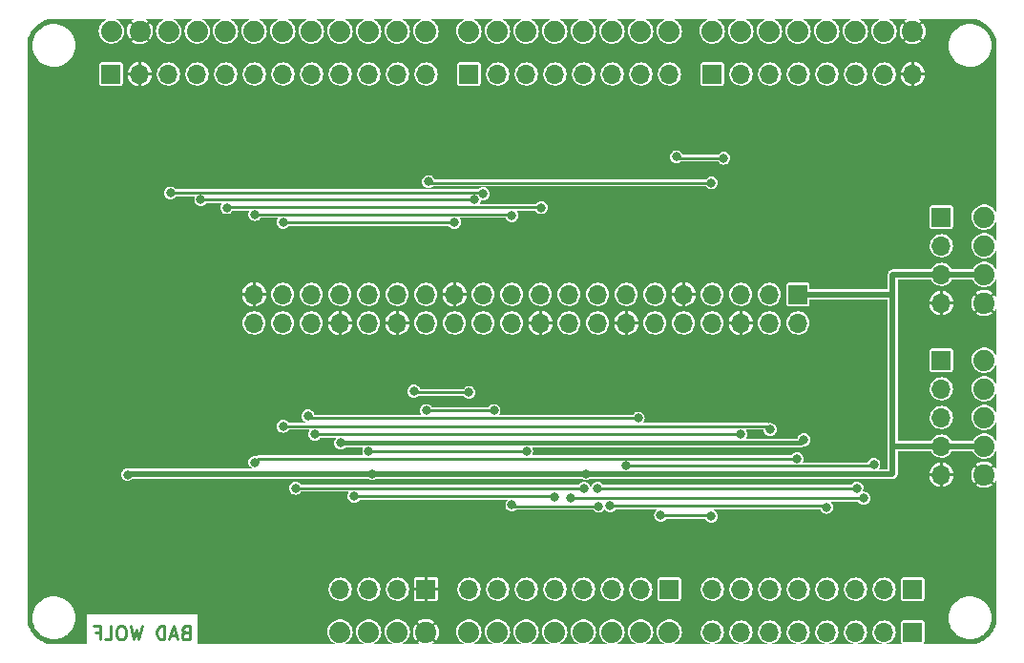
<source format=gbl>
G04 #@! TF.GenerationSoftware,KiCad,Pcbnew,(6.0.0)*
G04 #@! TF.CreationDate,2022-02-06T12:12:12-06:00*
G04 #@! TF.ProjectId,MicroMod_ATP_CarrierBoard,4d696372-6f4d-46f6-945f-4154505f4361,rev?*
G04 #@! TF.SameCoordinates,Original*
G04 #@! TF.FileFunction,Copper,L2,Bot*
G04 #@! TF.FilePolarity,Positive*
%FSLAX46Y46*%
G04 Gerber Fmt 4.6, Leading zero omitted, Abs format (unit mm)*
G04 Created by KiCad (PCBNEW (6.0.0)) date 2022-02-06 12:12:12*
%MOMM*%
%LPD*%
G01*
G04 APERTURE LIST*
%ADD10C,0.254000*%
G04 #@! TA.AperFunction,NonConductor*
%ADD11C,0.254000*%
G04 #@! TD*
G04 #@! TA.AperFunction,ComponentPad*
%ADD12C,1.879600*%
G04 #@! TD*
G04 #@! TA.AperFunction,ComponentPad*
%ADD13R,1.700000X1.700000*%
G04 #@! TD*
G04 #@! TA.AperFunction,ComponentPad*
%ADD14O,1.700000X1.700000*%
G04 #@! TD*
G04 #@! TA.AperFunction,ViaPad*
%ADD15C,0.800000*%
G04 #@! TD*
G04 #@! TA.AperFunction,ViaPad*
%ADD16C,0.558800*%
G04 #@! TD*
G04 #@! TA.AperFunction,Conductor*
%ADD17C,0.508000*%
G04 #@! TD*
G04 #@! TA.AperFunction,Conductor*
%ADD18C,0.400000*%
G04 #@! TD*
G04 #@! TA.AperFunction,Conductor*
%ADD19C,0.250000*%
G04 #@! TD*
G04 APERTURE END LIST*
D10*
D11*
X119500000Y-131714285D02*
X119328571Y-131771428D01*
X119271428Y-131828571D01*
X119214285Y-131942857D01*
X119214285Y-132114285D01*
X119271428Y-132228571D01*
X119328571Y-132285714D01*
X119442857Y-132342857D01*
X119900000Y-132342857D01*
X119900000Y-131142857D01*
X119500000Y-131142857D01*
X119385714Y-131200000D01*
X119328571Y-131257142D01*
X119271428Y-131371428D01*
X119271428Y-131485714D01*
X119328571Y-131600000D01*
X119385714Y-131657142D01*
X119500000Y-131714285D01*
X119900000Y-131714285D01*
X118757142Y-132000000D02*
X118185714Y-132000000D01*
X118871428Y-132342857D02*
X118471428Y-131142857D01*
X118071428Y-132342857D01*
X117671428Y-132342857D02*
X117671428Y-131142857D01*
X117385714Y-131142857D01*
X117214285Y-131200000D01*
X117100000Y-131314285D01*
X117042857Y-131428571D01*
X116985714Y-131657142D01*
X116985714Y-131828571D01*
X117042857Y-132057142D01*
X117100000Y-132171428D01*
X117214285Y-132285714D01*
X117385714Y-132342857D01*
X117671428Y-132342857D01*
X115671428Y-131142857D02*
X115385714Y-132342857D01*
X115157142Y-131485714D01*
X114928571Y-132342857D01*
X114642857Y-131142857D01*
X113957142Y-131142857D02*
X113728571Y-131142857D01*
X113614285Y-131200000D01*
X113500000Y-131314285D01*
X113442857Y-131542857D01*
X113442857Y-131942857D01*
X113500000Y-132171428D01*
X113614285Y-132285714D01*
X113728571Y-132342857D01*
X113957142Y-132342857D01*
X114071428Y-132285714D01*
X114185714Y-132171428D01*
X114242857Y-131942857D01*
X114242857Y-131542857D01*
X114185714Y-131314285D01*
X114071428Y-131200000D01*
X113957142Y-131142857D01*
X112357142Y-132342857D02*
X112928571Y-132342857D01*
X112928571Y-131142857D01*
X111557142Y-131714285D02*
X111957142Y-131714285D01*
X111957142Y-132342857D02*
X111957142Y-131142857D01*
X111385714Y-131142857D01*
D12*
X166281100Y-78333600D03*
X168821100Y-78333600D03*
X171361100Y-78333600D03*
X173901100Y-78333600D03*
X176441100Y-78333600D03*
X178981100Y-78333600D03*
X181521100Y-78333600D03*
X184061100Y-78333600D03*
X144691100Y-78333600D03*
X147231100Y-78333600D03*
X149771100Y-78333600D03*
X152311100Y-78333600D03*
X154851100Y-78333600D03*
X157391100Y-78333600D03*
X159931100Y-78333600D03*
X162471100Y-78333600D03*
X112956100Y-78333600D03*
X115496100Y-78333600D03*
X118036100Y-78333600D03*
X120576100Y-78333600D03*
X190411100Y-94843600D03*
X190411100Y-97383600D03*
X190411100Y-99923600D03*
X190411100Y-102463600D03*
X162471100Y-131673600D03*
X159931100Y-131673600D03*
X157391100Y-131673600D03*
X154851100Y-131673600D03*
X152311100Y-131673600D03*
X149771100Y-131673600D03*
X147231100Y-131673600D03*
X144691100Y-131673600D03*
X140881100Y-78333600D03*
X138341100Y-78333600D03*
X135801100Y-78333600D03*
X133261100Y-78333600D03*
X130721100Y-78333600D03*
X128181100Y-78333600D03*
X125641100Y-78333600D03*
X123101100Y-78333600D03*
X133261100Y-131673600D03*
X135801100Y-131673600D03*
X138341100Y-131673600D03*
X140881100Y-131673600D03*
X190411100Y-107543600D03*
X190411100Y-110083600D03*
X190411100Y-112623600D03*
X190411100Y-115163600D03*
X190411100Y-117703600D03*
D13*
X173880000Y-101700000D03*
D14*
X173880000Y-104240000D03*
X171340000Y-101700000D03*
X171340000Y-104240000D03*
X168800000Y-101700000D03*
X168800000Y-104240000D03*
X166260000Y-101700000D03*
X166260000Y-104240000D03*
X163720000Y-101700000D03*
X163720000Y-104240000D03*
X161180000Y-101700000D03*
X161180000Y-104240000D03*
X158640000Y-101700000D03*
X158640000Y-104240000D03*
X156100000Y-101700000D03*
X156100000Y-104240000D03*
X153560000Y-101700000D03*
X153560000Y-104240000D03*
X151020000Y-101700000D03*
X151020000Y-104240000D03*
X148480000Y-101700000D03*
X148480000Y-104240000D03*
X145940000Y-101700000D03*
X145940000Y-104240000D03*
X143400000Y-101700000D03*
X143400000Y-104240000D03*
X140860000Y-101700000D03*
X140860000Y-104240000D03*
X138320000Y-101700000D03*
X138320000Y-104240000D03*
X135780000Y-101700000D03*
X135780000Y-104240000D03*
X133240000Y-101700000D03*
X133240000Y-104240000D03*
X130700000Y-101700000D03*
X130700000Y-104240000D03*
X128160000Y-101700000D03*
X128160000Y-104240000D03*
X125620000Y-101700000D03*
X125620000Y-104240000D03*
D13*
X166281100Y-82143600D03*
D14*
X168821100Y-82143600D03*
X171361100Y-82143600D03*
X173901100Y-82143600D03*
X176441100Y-82143600D03*
X178981100Y-82143600D03*
X181521100Y-82143600D03*
X184061100Y-82143600D03*
D13*
X144691100Y-82143600D03*
D14*
X147231100Y-82143600D03*
X149771100Y-82143600D03*
X152311100Y-82143600D03*
X154851100Y-82143600D03*
X157391100Y-82143600D03*
X159931100Y-82143600D03*
X162471100Y-82143600D03*
D13*
X112941100Y-82143600D03*
D14*
X115481100Y-82143600D03*
X118021100Y-82143600D03*
X120561100Y-82143600D03*
X123101100Y-82143600D03*
X125641100Y-82143600D03*
X128181100Y-82143600D03*
X130721100Y-82143600D03*
X133261100Y-82143600D03*
X135801100Y-82143600D03*
X138341100Y-82143600D03*
X140881100Y-82143600D03*
D13*
X140881100Y-127863600D03*
D14*
X138341100Y-127863600D03*
X135801100Y-127863600D03*
X133261100Y-127863600D03*
D13*
X186601100Y-94843600D03*
D14*
X186601100Y-97383600D03*
X186601100Y-99923600D03*
X186601100Y-102463600D03*
D13*
X186601100Y-107543600D03*
D14*
X186601100Y-110083600D03*
X186601100Y-112623600D03*
X186601100Y-115163600D03*
X186601100Y-117703600D03*
D13*
X162471100Y-127863600D03*
D14*
X159931100Y-127863600D03*
X157391100Y-127863600D03*
X154851100Y-127863600D03*
X152311100Y-127863600D03*
X149771100Y-127863600D03*
X147231100Y-127863600D03*
X144691100Y-127863600D03*
D13*
X184061100Y-131673600D03*
D14*
X181521100Y-131673600D03*
X178981100Y-131673600D03*
X176441100Y-131673600D03*
X173901100Y-131673600D03*
X171361100Y-131673600D03*
X168821100Y-131673600D03*
X166281100Y-131673600D03*
D13*
X184061100Y-127863600D03*
D14*
X181521100Y-127863600D03*
X178981100Y-127863600D03*
X176441100Y-127863600D03*
X173901100Y-127863600D03*
X171361100Y-127863600D03*
X168821100Y-127863600D03*
X166281100Y-127863600D03*
D15*
X109600000Y-118900000D03*
X126800000Y-126000000D03*
X132100000Y-89600000D03*
X188700000Y-87100000D03*
X175600000Y-90700000D03*
X151400000Y-108600000D03*
X143900000Y-108300000D03*
X158800000Y-97100000D03*
X166600000Y-109600000D03*
X177400000Y-109300000D03*
X116700000Y-125700000D03*
X115300000Y-108900000D03*
X116200000Y-98700000D03*
X136115600Y-117615600D03*
X135800000Y-115600000D03*
X149800000Y-115600000D03*
X152300000Y-119700000D03*
X134500000Y-119600000D03*
X146900000Y-112000000D03*
X140900000Y-112000000D03*
X139800000Y-110300000D03*
X144691100Y-110408900D03*
X130400000Y-112500000D03*
X159700000Y-112700000D03*
X156200000Y-120500000D03*
X148500000Y-120400000D03*
X154900000Y-118900000D03*
X129300000Y-118900000D03*
X131000000Y-114100000D03*
X168800000Y-114100000D03*
X128200000Y-113400000D03*
X171400000Y-113700000D03*
X125700000Y-116600000D03*
X173800000Y-116300000D03*
X143400000Y-95300000D03*
X128200000Y-95300000D03*
X148500000Y-94700000D03*
X125700000Y-94600000D03*
X151100000Y-94000000D03*
X123200000Y-94000000D03*
X145200000Y-93300000D03*
X120900000Y-93300000D03*
X145933257Y-92776245D03*
X118200000Y-92700000D03*
X163100000Y-89500000D03*
X167300000Y-89600000D03*
X141100000Y-91700000D03*
X166200000Y-91800000D03*
X174400000Y-114600000D03*
X133300000Y-114900000D03*
X166200000Y-121400000D03*
X161700000Y-121300000D03*
X176400000Y-120600000D03*
X157212778Y-120487222D03*
X158652180Y-116926100D03*
X180600000Y-116800000D03*
X179700000Y-119800000D03*
X153700000Y-119800000D03*
X156100000Y-118900000D03*
X179100000Y-118900000D03*
X155084400Y-117615600D03*
X114400000Y-117700000D03*
D16*
X181317900Y-112014000D03*
X181317900Y-107442000D03*
X188048900Y-124231400D03*
X185204100Y-91313000D03*
X146011900Y-86868000D03*
X183426100Y-103733600D03*
X183426100Y-106019600D03*
X185331100Y-124307600D03*
X142455900Y-86868000D03*
X182079900Y-89154000D03*
X181317900Y-103632000D03*
D17*
X136115600Y-117615600D02*
X155084400Y-117615600D01*
X114484400Y-117615600D02*
X136115600Y-117615600D01*
D18*
X174101101Y-114898899D02*
X174400000Y-114600000D01*
D19*
X149800000Y-115600000D02*
X135800000Y-115600000D01*
D18*
X133301101Y-114898899D02*
X174101101Y-114898899D01*
X133300000Y-114900000D02*
X133301101Y-114898899D01*
D19*
X152200000Y-119600000D02*
X152300000Y-119700000D01*
X134500000Y-119600000D02*
X152200000Y-119600000D01*
X140900000Y-112000000D02*
X146900000Y-112000000D01*
X144691100Y-110408900D02*
X139908900Y-110408900D01*
X139908900Y-110408900D02*
X139800000Y-110300000D01*
X130600000Y-112700000D02*
X130400000Y-112500000D01*
X159700000Y-112700000D02*
X130600000Y-112700000D01*
X156200000Y-120500000D02*
X148600000Y-120500000D01*
X148600000Y-120500000D02*
X148500000Y-120400000D01*
X129300000Y-118900000D02*
X154900000Y-118900000D01*
X168800000Y-114100000D02*
X131000000Y-114100000D01*
X171100000Y-113400000D02*
X171400000Y-113700000D01*
X128200000Y-113400000D02*
X171100000Y-113400000D01*
X126000000Y-116300000D02*
X125700000Y-116600000D01*
D17*
X182219327Y-117679373D02*
X182283100Y-117615600D01*
X158966782Y-117679373D02*
X182219327Y-117679373D01*
X158964954Y-117681201D02*
X158966782Y-117679373D01*
X158339406Y-117681201D02*
X158964954Y-117681201D01*
X158337578Y-117679373D02*
X158339406Y-117681201D01*
X155148173Y-117679373D02*
X158337578Y-117679373D01*
X155084400Y-117615600D02*
X155148173Y-117679373D01*
D19*
X180473899Y-116926101D02*
X158652180Y-116926100D01*
X173800000Y-116300000D02*
X126000000Y-116300000D01*
X180600000Y-116800000D02*
X180473899Y-116926101D01*
X128200000Y-95300000D02*
X143400000Y-95300000D01*
X148400000Y-94600000D02*
X148500000Y-94700000D01*
X125700000Y-94600000D02*
X148400000Y-94600000D01*
X123200000Y-94000000D02*
X123226101Y-93973899D01*
X123226101Y-93973899D02*
X151073899Y-93973899D01*
X151073899Y-93973899D02*
X151100000Y-94000000D01*
X120900000Y-93300000D02*
X145200000Y-93300000D01*
X145830911Y-92673899D02*
X145933257Y-92776245D01*
X118200000Y-92700000D02*
X118226101Y-92673899D01*
X118226101Y-92673899D02*
X145830911Y-92673899D01*
X163200000Y-89600000D02*
X163100000Y-89500000D01*
X167300000Y-89600000D02*
X163200000Y-89600000D01*
X141200000Y-91800000D02*
X141100000Y-91700000D01*
X166200000Y-91800000D02*
X141200000Y-91800000D01*
X161700000Y-121300000D02*
X166100000Y-121300000D01*
X166100000Y-121300000D02*
X166200000Y-121400000D01*
X176287222Y-120487222D02*
X176400000Y-120600000D01*
X157212778Y-120487222D02*
X176287222Y-120487222D01*
X179700000Y-119800000D02*
X153700000Y-119800000D01*
X156100000Y-118900000D02*
X179100000Y-118900000D01*
D17*
X182283100Y-101616900D02*
X182200000Y-101700000D01*
X182283100Y-101616900D02*
X182283100Y-99923600D01*
X182283100Y-115163600D02*
X182283100Y-101616900D01*
X182200000Y-101700000D02*
X173880000Y-101700000D01*
X114484400Y-117615600D02*
X114400000Y-117700000D01*
X182283100Y-117615600D02*
X182283100Y-115163600D01*
X190411100Y-99923600D02*
X182283100Y-99923600D01*
X182283100Y-115163600D02*
X190411100Y-115163600D01*
G04 #@! TA.AperFunction,Conductor*
G36*
X112477670Y-77254126D02*
G01*
X112490396Y-77284850D01*
X112477670Y-77315574D01*
X112469163Y-77322190D01*
X112296082Y-77425163D01*
X112294591Y-77426471D01*
X112294585Y-77426475D01*
X112198322Y-77510896D01*
X112141584Y-77560654D01*
X112064693Y-77658190D01*
X112016505Y-77719316D01*
X112014365Y-77722030D01*
X111918685Y-77903889D01*
X111857748Y-78100138D01*
X111833595Y-78304206D01*
X111847035Y-78509259D01*
X111897617Y-78708428D01*
X111906103Y-78726836D01*
X111982814Y-78893235D01*
X111982817Y-78893240D01*
X111983649Y-78895045D01*
X112102248Y-79062859D01*
X112249442Y-79206249D01*
X112420303Y-79320415D01*
X112422132Y-79321201D01*
X112422136Y-79321203D01*
X112535038Y-79369709D01*
X112609108Y-79401532D01*
X112611041Y-79401969D01*
X112611046Y-79401971D01*
X112807596Y-79446446D01*
X112807599Y-79446446D01*
X112809533Y-79446884D01*
X112811515Y-79446962D01*
X112811516Y-79446962D01*
X112984706Y-79453766D01*
X113007589Y-79454665D01*
X113012883Y-79454873D01*
X113014868Y-79454951D01*
X113218233Y-79425464D01*
X113382484Y-79369709D01*
X113410930Y-79360053D01*
X113410931Y-79360053D01*
X113412821Y-79359411D01*
X113517219Y-79300945D01*
X113590375Y-79259976D01*
X113590377Y-79259975D01*
X113592112Y-79259003D01*
X113616549Y-79238679D01*
X114755591Y-79238679D01*
X114758083Y-79244587D01*
X114759820Y-79245993D01*
X114934925Y-79362995D01*
X114938416Y-79364891D01*
X115131917Y-79448025D01*
X115135684Y-79449250D01*
X115341102Y-79495730D01*
X115345040Y-79496248D01*
X115555468Y-79504516D01*
X115559450Y-79504308D01*
X115767863Y-79474090D01*
X115771728Y-79473162D01*
X115971154Y-79405465D01*
X115974778Y-79403852D01*
X116158532Y-79300945D01*
X116161801Y-79298698D01*
X116230670Y-79241420D01*
X116233750Y-79235567D01*
X116232292Y-79230871D01*
X115502211Y-78500790D01*
X115496100Y-78498259D01*
X115489989Y-78500790D01*
X114758058Y-79232721D01*
X114755591Y-79238679D01*
X113616549Y-79238679D01*
X113750103Y-79127603D01*
X113803950Y-79062859D01*
X113880229Y-78971144D01*
X113880230Y-78971143D01*
X113881503Y-78969612D01*
X113981911Y-78790321D01*
X114047964Y-78595733D01*
X114077451Y-78392368D01*
X114078990Y-78333600D01*
X114078873Y-78332326D01*
X114076352Y-78304891D01*
X114324030Y-78304891D01*
X114337805Y-78515046D01*
X114338426Y-78518968D01*
X114390265Y-78723086D01*
X114391593Y-78726836D01*
X114479762Y-78918091D01*
X114481748Y-78921530D01*
X114586634Y-79069941D01*
X114592228Y-79073470D01*
X114596005Y-79072616D01*
X115328910Y-78339711D01*
X115331441Y-78333600D01*
X115660759Y-78333600D01*
X115663290Y-78339711D01*
X116392283Y-79068704D01*
X116398394Y-79071235D01*
X116402936Y-79069354D01*
X116461198Y-78999301D01*
X116463445Y-78996032D01*
X116566352Y-78812278D01*
X116567965Y-78808654D01*
X116635662Y-78609228D01*
X116636590Y-78605363D01*
X116666910Y-78396246D01*
X116667129Y-78393681D01*
X116668668Y-78334882D01*
X116668585Y-78332326D01*
X116649249Y-78121885D01*
X116648529Y-78118001D01*
X116591358Y-77915293D01*
X116589936Y-77911589D01*
X116496791Y-77722708D01*
X116494713Y-77719316D01*
X116404444Y-77598433D01*
X116398759Y-77595050D01*
X116394697Y-77596082D01*
X115663290Y-78327489D01*
X115660759Y-78333600D01*
X115331441Y-78333600D01*
X115328910Y-78327489D01*
X114599764Y-77598343D01*
X114593653Y-77595812D01*
X114589462Y-77597548D01*
X114513905Y-77693392D01*
X114511747Y-77696716D01*
X114413681Y-77883109D01*
X114412169Y-77886759D01*
X114349712Y-78087902D01*
X114348888Y-78091779D01*
X114324134Y-78300930D01*
X114324030Y-78304891D01*
X114076352Y-78304891D01*
X114060369Y-78130945D01*
X114060368Y-78130939D01*
X114060187Y-78128970D01*
X114004408Y-77931192D01*
X113913521Y-77746892D01*
X113790570Y-77582240D01*
X113768913Y-77562220D01*
X113641132Y-77444100D01*
X113641128Y-77444097D01*
X113639672Y-77442751D01*
X113637994Y-77441692D01*
X113637991Y-77441690D01*
X113467565Y-77334160D01*
X113467561Y-77334158D01*
X113465881Y-77333098D01*
X113446102Y-77325207D01*
X113422282Y-77302002D01*
X113421846Y-77268749D01*
X113445051Y-77244929D01*
X113462203Y-77241400D01*
X114890126Y-77241400D01*
X114920850Y-77254126D01*
X114933576Y-77284850D01*
X114920850Y-77315574D01*
X114912342Y-77322191D01*
X114808574Y-77383927D01*
X114805365Y-77386258D01*
X114760968Y-77425192D01*
X114758413Y-77430374D01*
X114761105Y-77437526D01*
X115489989Y-78166410D01*
X115496100Y-78168941D01*
X115502211Y-78166410D01*
X116232599Y-77436022D01*
X116234938Y-77430374D01*
X116232037Y-77423743D01*
X116211395Y-77404661D01*
X116208254Y-77402251D01*
X116080424Y-77321597D01*
X116061230Y-77294439D01*
X116066862Y-77261665D01*
X116094020Y-77242471D01*
X116103609Y-77241400D01*
X117526946Y-77241400D01*
X117557670Y-77254126D01*
X117570396Y-77284850D01*
X117557670Y-77315574D01*
X117549163Y-77322190D01*
X117376082Y-77425163D01*
X117374591Y-77426471D01*
X117374585Y-77426475D01*
X117278322Y-77510896D01*
X117221584Y-77560654D01*
X117144693Y-77658190D01*
X117096505Y-77719316D01*
X117094365Y-77722030D01*
X116998685Y-77903889D01*
X116937748Y-78100138D01*
X116913595Y-78304206D01*
X116927035Y-78509259D01*
X116977617Y-78708428D01*
X116986103Y-78726836D01*
X117062814Y-78893235D01*
X117062817Y-78893240D01*
X117063649Y-78895045D01*
X117182248Y-79062859D01*
X117329442Y-79206249D01*
X117500303Y-79320415D01*
X117502132Y-79321201D01*
X117502136Y-79321203D01*
X117615038Y-79369709D01*
X117689108Y-79401532D01*
X117691041Y-79401969D01*
X117691046Y-79401971D01*
X117887596Y-79446446D01*
X117887599Y-79446446D01*
X117889533Y-79446884D01*
X117891515Y-79446962D01*
X117891516Y-79446962D01*
X118064706Y-79453766D01*
X118087589Y-79454665D01*
X118092883Y-79454873D01*
X118094868Y-79454951D01*
X118298233Y-79425464D01*
X118462484Y-79369709D01*
X118490930Y-79360053D01*
X118490931Y-79360053D01*
X118492821Y-79359411D01*
X118597219Y-79300945D01*
X118670375Y-79259976D01*
X118670377Y-79259975D01*
X118672112Y-79259003D01*
X118830103Y-79127603D01*
X118883950Y-79062859D01*
X118960229Y-78971144D01*
X118960230Y-78971143D01*
X118961503Y-78969612D01*
X119061911Y-78790321D01*
X119127964Y-78595733D01*
X119157451Y-78392368D01*
X119158990Y-78333600D01*
X119158873Y-78332326D01*
X119140369Y-78130945D01*
X119140368Y-78130939D01*
X119140187Y-78128970D01*
X119084408Y-77931192D01*
X118993521Y-77746892D01*
X118870570Y-77582240D01*
X118848913Y-77562220D01*
X118721132Y-77444100D01*
X118721128Y-77444097D01*
X118719672Y-77442751D01*
X118717994Y-77441692D01*
X118717991Y-77441690D01*
X118547565Y-77334160D01*
X118547561Y-77334158D01*
X118545881Y-77333098D01*
X118526102Y-77325207D01*
X118502282Y-77302002D01*
X118501846Y-77268749D01*
X118525051Y-77244929D01*
X118542203Y-77241400D01*
X120066946Y-77241400D01*
X120097670Y-77254126D01*
X120110396Y-77284850D01*
X120097670Y-77315574D01*
X120089163Y-77322190D01*
X119916082Y-77425163D01*
X119914591Y-77426471D01*
X119914585Y-77426475D01*
X119818322Y-77510896D01*
X119761584Y-77560654D01*
X119684693Y-77658190D01*
X119636505Y-77719316D01*
X119634365Y-77722030D01*
X119538685Y-77903889D01*
X119477748Y-78100138D01*
X119453595Y-78304206D01*
X119467035Y-78509259D01*
X119517617Y-78708428D01*
X119526103Y-78726836D01*
X119602814Y-78893235D01*
X119602817Y-78893240D01*
X119603649Y-78895045D01*
X119722248Y-79062859D01*
X119869442Y-79206249D01*
X120040303Y-79320415D01*
X120042132Y-79321201D01*
X120042136Y-79321203D01*
X120155038Y-79369709D01*
X120229108Y-79401532D01*
X120231041Y-79401969D01*
X120231046Y-79401971D01*
X120427596Y-79446446D01*
X120427599Y-79446446D01*
X120429533Y-79446884D01*
X120431515Y-79446962D01*
X120431516Y-79446962D01*
X120604706Y-79453766D01*
X120627589Y-79454665D01*
X120632883Y-79454873D01*
X120634868Y-79454951D01*
X120838233Y-79425464D01*
X121002484Y-79369709D01*
X121030930Y-79360053D01*
X121030931Y-79360053D01*
X121032821Y-79359411D01*
X121137219Y-79300945D01*
X121210375Y-79259976D01*
X121210377Y-79259975D01*
X121212112Y-79259003D01*
X121370103Y-79127603D01*
X121423950Y-79062859D01*
X121500229Y-78971144D01*
X121500230Y-78971143D01*
X121501503Y-78969612D01*
X121601911Y-78790321D01*
X121667964Y-78595733D01*
X121697451Y-78392368D01*
X121698990Y-78333600D01*
X121698873Y-78332326D01*
X121680369Y-78130945D01*
X121680368Y-78130939D01*
X121680187Y-78128970D01*
X121624408Y-77931192D01*
X121533521Y-77746892D01*
X121410570Y-77582240D01*
X121388913Y-77562220D01*
X121261132Y-77444100D01*
X121261128Y-77444097D01*
X121259672Y-77442751D01*
X121257994Y-77441692D01*
X121257991Y-77441690D01*
X121087565Y-77334160D01*
X121087561Y-77334158D01*
X121085881Y-77333098D01*
X121066102Y-77325207D01*
X121042282Y-77302002D01*
X121041846Y-77268749D01*
X121065051Y-77244929D01*
X121082203Y-77241400D01*
X122591946Y-77241400D01*
X122622670Y-77254126D01*
X122635396Y-77284850D01*
X122622670Y-77315574D01*
X122614163Y-77322190D01*
X122441082Y-77425163D01*
X122439591Y-77426471D01*
X122439585Y-77426475D01*
X122343322Y-77510896D01*
X122286584Y-77560654D01*
X122209693Y-77658190D01*
X122161505Y-77719316D01*
X122159365Y-77722030D01*
X122063685Y-77903889D01*
X122002748Y-78100138D01*
X121978595Y-78304206D01*
X121992035Y-78509259D01*
X122042617Y-78708428D01*
X122051103Y-78726836D01*
X122127814Y-78893235D01*
X122127817Y-78893240D01*
X122128649Y-78895045D01*
X122247248Y-79062859D01*
X122394442Y-79206249D01*
X122565303Y-79320415D01*
X122567132Y-79321201D01*
X122567136Y-79321203D01*
X122680038Y-79369709D01*
X122754108Y-79401532D01*
X122756041Y-79401969D01*
X122756046Y-79401971D01*
X122952596Y-79446446D01*
X122952599Y-79446446D01*
X122954533Y-79446884D01*
X122956515Y-79446962D01*
X122956516Y-79446962D01*
X123129706Y-79453766D01*
X123152589Y-79454665D01*
X123157883Y-79454873D01*
X123159868Y-79454951D01*
X123363233Y-79425464D01*
X123527484Y-79369709D01*
X123555930Y-79360053D01*
X123555931Y-79360053D01*
X123557821Y-79359411D01*
X123662219Y-79300945D01*
X123735375Y-79259976D01*
X123735377Y-79259975D01*
X123737112Y-79259003D01*
X123895103Y-79127603D01*
X123948950Y-79062859D01*
X124025229Y-78971144D01*
X124025230Y-78971143D01*
X124026503Y-78969612D01*
X124126911Y-78790321D01*
X124192964Y-78595733D01*
X124222451Y-78392368D01*
X124223990Y-78333600D01*
X124223873Y-78332326D01*
X124205369Y-78130945D01*
X124205368Y-78130939D01*
X124205187Y-78128970D01*
X124149408Y-77931192D01*
X124058521Y-77746892D01*
X123935570Y-77582240D01*
X123913913Y-77562220D01*
X123786132Y-77444100D01*
X123786128Y-77444097D01*
X123784672Y-77442751D01*
X123782994Y-77441692D01*
X123782991Y-77441690D01*
X123612565Y-77334160D01*
X123612561Y-77334158D01*
X123610881Y-77333098D01*
X123591102Y-77325207D01*
X123567282Y-77302002D01*
X123566846Y-77268749D01*
X123590051Y-77244929D01*
X123607203Y-77241400D01*
X125131946Y-77241400D01*
X125162670Y-77254126D01*
X125175396Y-77284850D01*
X125162670Y-77315574D01*
X125154163Y-77322190D01*
X124981082Y-77425163D01*
X124979591Y-77426471D01*
X124979585Y-77426475D01*
X124883322Y-77510896D01*
X124826584Y-77560654D01*
X124749693Y-77658190D01*
X124701505Y-77719316D01*
X124699365Y-77722030D01*
X124603685Y-77903889D01*
X124542748Y-78100138D01*
X124518595Y-78304206D01*
X124532035Y-78509259D01*
X124582617Y-78708428D01*
X124591103Y-78726836D01*
X124667814Y-78893235D01*
X124667817Y-78893240D01*
X124668649Y-78895045D01*
X124787248Y-79062859D01*
X124934442Y-79206249D01*
X125105303Y-79320415D01*
X125107132Y-79321201D01*
X125107136Y-79321203D01*
X125220038Y-79369709D01*
X125294108Y-79401532D01*
X125296041Y-79401969D01*
X125296046Y-79401971D01*
X125492596Y-79446446D01*
X125492599Y-79446446D01*
X125494533Y-79446884D01*
X125496515Y-79446962D01*
X125496516Y-79446962D01*
X125669706Y-79453766D01*
X125692589Y-79454665D01*
X125697883Y-79454873D01*
X125699868Y-79454951D01*
X125903233Y-79425464D01*
X126067484Y-79369709D01*
X126095930Y-79360053D01*
X126095931Y-79360053D01*
X126097821Y-79359411D01*
X126202219Y-79300945D01*
X126275375Y-79259976D01*
X126275377Y-79259975D01*
X126277112Y-79259003D01*
X126435103Y-79127603D01*
X126488950Y-79062859D01*
X126565229Y-78971144D01*
X126565230Y-78971143D01*
X126566503Y-78969612D01*
X126666911Y-78790321D01*
X126732964Y-78595733D01*
X126762451Y-78392368D01*
X126763990Y-78333600D01*
X126763873Y-78332326D01*
X126745369Y-78130945D01*
X126745368Y-78130939D01*
X126745187Y-78128970D01*
X126689408Y-77931192D01*
X126598521Y-77746892D01*
X126475570Y-77582240D01*
X126453913Y-77562220D01*
X126326132Y-77444100D01*
X126326128Y-77444097D01*
X126324672Y-77442751D01*
X126322994Y-77441692D01*
X126322991Y-77441690D01*
X126152565Y-77334160D01*
X126152561Y-77334158D01*
X126150881Y-77333098D01*
X126131102Y-77325207D01*
X126107282Y-77302002D01*
X126106846Y-77268749D01*
X126130051Y-77244929D01*
X126147203Y-77241400D01*
X127671946Y-77241400D01*
X127702670Y-77254126D01*
X127715396Y-77284850D01*
X127702670Y-77315574D01*
X127694163Y-77322190D01*
X127521082Y-77425163D01*
X127519591Y-77426471D01*
X127519585Y-77426475D01*
X127423322Y-77510896D01*
X127366584Y-77560654D01*
X127289693Y-77658190D01*
X127241505Y-77719316D01*
X127239365Y-77722030D01*
X127143685Y-77903889D01*
X127082748Y-78100138D01*
X127058595Y-78304206D01*
X127072035Y-78509259D01*
X127122617Y-78708428D01*
X127131103Y-78726836D01*
X127207814Y-78893235D01*
X127207817Y-78893240D01*
X127208649Y-78895045D01*
X127327248Y-79062859D01*
X127474442Y-79206249D01*
X127645303Y-79320415D01*
X127647132Y-79321201D01*
X127647136Y-79321203D01*
X127760038Y-79369709D01*
X127834108Y-79401532D01*
X127836041Y-79401969D01*
X127836046Y-79401971D01*
X128032596Y-79446446D01*
X128032599Y-79446446D01*
X128034533Y-79446884D01*
X128036515Y-79446962D01*
X128036516Y-79446962D01*
X128209706Y-79453766D01*
X128232589Y-79454665D01*
X128237883Y-79454873D01*
X128239868Y-79454951D01*
X128443233Y-79425464D01*
X128607484Y-79369709D01*
X128635930Y-79360053D01*
X128635931Y-79360053D01*
X128637821Y-79359411D01*
X128742219Y-79300945D01*
X128815375Y-79259976D01*
X128815377Y-79259975D01*
X128817112Y-79259003D01*
X128975103Y-79127603D01*
X129028950Y-79062859D01*
X129105229Y-78971144D01*
X129105230Y-78971143D01*
X129106503Y-78969612D01*
X129206911Y-78790321D01*
X129272964Y-78595733D01*
X129302451Y-78392368D01*
X129303990Y-78333600D01*
X129303873Y-78332326D01*
X129285369Y-78130945D01*
X129285368Y-78130939D01*
X129285187Y-78128970D01*
X129229408Y-77931192D01*
X129138521Y-77746892D01*
X129015570Y-77582240D01*
X128993913Y-77562220D01*
X128866132Y-77444100D01*
X128866128Y-77444097D01*
X128864672Y-77442751D01*
X128862994Y-77441692D01*
X128862991Y-77441690D01*
X128692565Y-77334160D01*
X128692561Y-77334158D01*
X128690881Y-77333098D01*
X128671102Y-77325207D01*
X128647282Y-77302002D01*
X128646846Y-77268749D01*
X128670051Y-77244929D01*
X128687203Y-77241400D01*
X130211946Y-77241400D01*
X130242670Y-77254126D01*
X130255396Y-77284850D01*
X130242670Y-77315574D01*
X130234163Y-77322190D01*
X130061082Y-77425163D01*
X130059591Y-77426471D01*
X130059585Y-77426475D01*
X129963322Y-77510896D01*
X129906584Y-77560654D01*
X129829693Y-77658190D01*
X129781505Y-77719316D01*
X129779365Y-77722030D01*
X129683685Y-77903889D01*
X129622748Y-78100138D01*
X129598595Y-78304206D01*
X129612035Y-78509259D01*
X129662617Y-78708428D01*
X129671103Y-78726836D01*
X129747814Y-78893235D01*
X129747817Y-78893240D01*
X129748649Y-78895045D01*
X129867248Y-79062859D01*
X130014442Y-79206249D01*
X130185303Y-79320415D01*
X130187132Y-79321201D01*
X130187136Y-79321203D01*
X130300038Y-79369709D01*
X130374108Y-79401532D01*
X130376041Y-79401969D01*
X130376046Y-79401971D01*
X130572596Y-79446446D01*
X130572599Y-79446446D01*
X130574533Y-79446884D01*
X130576515Y-79446962D01*
X130576516Y-79446962D01*
X130749706Y-79453766D01*
X130772589Y-79454665D01*
X130777883Y-79454873D01*
X130779868Y-79454951D01*
X130983233Y-79425464D01*
X131147484Y-79369709D01*
X131175930Y-79360053D01*
X131175931Y-79360053D01*
X131177821Y-79359411D01*
X131282219Y-79300945D01*
X131355375Y-79259976D01*
X131355377Y-79259975D01*
X131357112Y-79259003D01*
X131515103Y-79127603D01*
X131568950Y-79062859D01*
X131645229Y-78971144D01*
X131645230Y-78971143D01*
X131646503Y-78969612D01*
X131746911Y-78790321D01*
X131812964Y-78595733D01*
X131842451Y-78392368D01*
X131843990Y-78333600D01*
X131843873Y-78332326D01*
X131825369Y-78130945D01*
X131825368Y-78130939D01*
X131825187Y-78128970D01*
X131769408Y-77931192D01*
X131678521Y-77746892D01*
X131555570Y-77582240D01*
X131533913Y-77562220D01*
X131406132Y-77444100D01*
X131406128Y-77444097D01*
X131404672Y-77442751D01*
X131402994Y-77441692D01*
X131402991Y-77441690D01*
X131232565Y-77334160D01*
X131232561Y-77334158D01*
X131230881Y-77333098D01*
X131211102Y-77325207D01*
X131187282Y-77302002D01*
X131186846Y-77268749D01*
X131210051Y-77244929D01*
X131227203Y-77241400D01*
X132751946Y-77241400D01*
X132782670Y-77254126D01*
X132795396Y-77284850D01*
X132782670Y-77315574D01*
X132774163Y-77322190D01*
X132601082Y-77425163D01*
X132599591Y-77426471D01*
X132599585Y-77426475D01*
X132503322Y-77510896D01*
X132446584Y-77560654D01*
X132369693Y-77658190D01*
X132321505Y-77719316D01*
X132319365Y-77722030D01*
X132223685Y-77903889D01*
X132162748Y-78100138D01*
X132138595Y-78304206D01*
X132152035Y-78509259D01*
X132202617Y-78708428D01*
X132211103Y-78726836D01*
X132287814Y-78893235D01*
X132287817Y-78893240D01*
X132288649Y-78895045D01*
X132407248Y-79062859D01*
X132554442Y-79206249D01*
X132725303Y-79320415D01*
X132727132Y-79321201D01*
X132727136Y-79321203D01*
X132840038Y-79369709D01*
X132914108Y-79401532D01*
X132916041Y-79401969D01*
X132916046Y-79401971D01*
X133112596Y-79446446D01*
X133112599Y-79446446D01*
X133114533Y-79446884D01*
X133116515Y-79446962D01*
X133116516Y-79446962D01*
X133289706Y-79453766D01*
X133312589Y-79454665D01*
X133317883Y-79454873D01*
X133319868Y-79454951D01*
X133523233Y-79425464D01*
X133687484Y-79369709D01*
X133715930Y-79360053D01*
X133715931Y-79360053D01*
X133717821Y-79359411D01*
X133822219Y-79300945D01*
X133895375Y-79259976D01*
X133895377Y-79259975D01*
X133897112Y-79259003D01*
X134055103Y-79127603D01*
X134108950Y-79062859D01*
X134185229Y-78971144D01*
X134185230Y-78971143D01*
X134186503Y-78969612D01*
X134286911Y-78790321D01*
X134352964Y-78595733D01*
X134382451Y-78392368D01*
X134383990Y-78333600D01*
X134383873Y-78332326D01*
X134365369Y-78130945D01*
X134365368Y-78130939D01*
X134365187Y-78128970D01*
X134309408Y-77931192D01*
X134218521Y-77746892D01*
X134095570Y-77582240D01*
X134073913Y-77562220D01*
X133946132Y-77444100D01*
X133946128Y-77444097D01*
X133944672Y-77442751D01*
X133942994Y-77441692D01*
X133942991Y-77441690D01*
X133772565Y-77334160D01*
X133772561Y-77334158D01*
X133770881Y-77333098D01*
X133751102Y-77325207D01*
X133727282Y-77302002D01*
X133726846Y-77268749D01*
X133750051Y-77244929D01*
X133767203Y-77241400D01*
X135291946Y-77241400D01*
X135322670Y-77254126D01*
X135335396Y-77284850D01*
X135322670Y-77315574D01*
X135314163Y-77322190D01*
X135141082Y-77425163D01*
X135139591Y-77426471D01*
X135139585Y-77426475D01*
X135043322Y-77510896D01*
X134986584Y-77560654D01*
X134909693Y-77658190D01*
X134861505Y-77719316D01*
X134859365Y-77722030D01*
X134763685Y-77903889D01*
X134702748Y-78100138D01*
X134678595Y-78304206D01*
X134692035Y-78509259D01*
X134742617Y-78708428D01*
X134751103Y-78726836D01*
X134827814Y-78893235D01*
X134827817Y-78893240D01*
X134828649Y-78895045D01*
X134947248Y-79062859D01*
X135094442Y-79206249D01*
X135265303Y-79320415D01*
X135267132Y-79321201D01*
X135267136Y-79321203D01*
X135380038Y-79369709D01*
X135454108Y-79401532D01*
X135456041Y-79401969D01*
X135456046Y-79401971D01*
X135652596Y-79446446D01*
X135652599Y-79446446D01*
X135654533Y-79446884D01*
X135656515Y-79446962D01*
X135656516Y-79446962D01*
X135829706Y-79453766D01*
X135852589Y-79454665D01*
X135857883Y-79454873D01*
X135859868Y-79454951D01*
X136063233Y-79425464D01*
X136227484Y-79369709D01*
X136255930Y-79360053D01*
X136255931Y-79360053D01*
X136257821Y-79359411D01*
X136362219Y-79300945D01*
X136435375Y-79259976D01*
X136435377Y-79259975D01*
X136437112Y-79259003D01*
X136595103Y-79127603D01*
X136648950Y-79062859D01*
X136725229Y-78971144D01*
X136725230Y-78971143D01*
X136726503Y-78969612D01*
X136826911Y-78790321D01*
X136892964Y-78595733D01*
X136922451Y-78392368D01*
X136923990Y-78333600D01*
X136923873Y-78332326D01*
X136905369Y-78130945D01*
X136905368Y-78130939D01*
X136905187Y-78128970D01*
X136849408Y-77931192D01*
X136758521Y-77746892D01*
X136635570Y-77582240D01*
X136613913Y-77562220D01*
X136486132Y-77444100D01*
X136486128Y-77444097D01*
X136484672Y-77442751D01*
X136482994Y-77441692D01*
X136482991Y-77441690D01*
X136312565Y-77334160D01*
X136312561Y-77334158D01*
X136310881Y-77333098D01*
X136291102Y-77325207D01*
X136267282Y-77302002D01*
X136266846Y-77268749D01*
X136290051Y-77244929D01*
X136307203Y-77241400D01*
X137831946Y-77241400D01*
X137862670Y-77254126D01*
X137875396Y-77284850D01*
X137862670Y-77315574D01*
X137854163Y-77322190D01*
X137681082Y-77425163D01*
X137679591Y-77426471D01*
X137679585Y-77426475D01*
X137583322Y-77510896D01*
X137526584Y-77560654D01*
X137449693Y-77658190D01*
X137401505Y-77719316D01*
X137399365Y-77722030D01*
X137303685Y-77903889D01*
X137242748Y-78100138D01*
X137218595Y-78304206D01*
X137232035Y-78509259D01*
X137282617Y-78708428D01*
X137291103Y-78726836D01*
X137367814Y-78893235D01*
X137367817Y-78893240D01*
X137368649Y-78895045D01*
X137487248Y-79062859D01*
X137634442Y-79206249D01*
X137805303Y-79320415D01*
X137807132Y-79321201D01*
X137807136Y-79321203D01*
X137920038Y-79369709D01*
X137994108Y-79401532D01*
X137996041Y-79401969D01*
X137996046Y-79401971D01*
X138192596Y-79446446D01*
X138192599Y-79446446D01*
X138194533Y-79446884D01*
X138196515Y-79446962D01*
X138196516Y-79446962D01*
X138369706Y-79453766D01*
X138392589Y-79454665D01*
X138397883Y-79454873D01*
X138399868Y-79454951D01*
X138603233Y-79425464D01*
X138767484Y-79369709D01*
X138795930Y-79360053D01*
X138795931Y-79360053D01*
X138797821Y-79359411D01*
X138902219Y-79300945D01*
X138975375Y-79259976D01*
X138975377Y-79259975D01*
X138977112Y-79259003D01*
X139135103Y-79127603D01*
X139188950Y-79062859D01*
X139265229Y-78971144D01*
X139265230Y-78971143D01*
X139266503Y-78969612D01*
X139366911Y-78790321D01*
X139432964Y-78595733D01*
X139462451Y-78392368D01*
X139463990Y-78333600D01*
X139463873Y-78332326D01*
X139445369Y-78130945D01*
X139445368Y-78130939D01*
X139445187Y-78128970D01*
X139389408Y-77931192D01*
X139298521Y-77746892D01*
X139175570Y-77582240D01*
X139153913Y-77562220D01*
X139026132Y-77444100D01*
X139026128Y-77444097D01*
X139024672Y-77442751D01*
X139022994Y-77441692D01*
X139022991Y-77441690D01*
X138852565Y-77334160D01*
X138852561Y-77334158D01*
X138850881Y-77333098D01*
X138831102Y-77325207D01*
X138807282Y-77302002D01*
X138806846Y-77268749D01*
X138830051Y-77244929D01*
X138847203Y-77241400D01*
X140371946Y-77241400D01*
X140402670Y-77254126D01*
X140415396Y-77284850D01*
X140402670Y-77315574D01*
X140394163Y-77322190D01*
X140221082Y-77425163D01*
X140219591Y-77426471D01*
X140219585Y-77426475D01*
X140123322Y-77510896D01*
X140066584Y-77560654D01*
X139989693Y-77658190D01*
X139941505Y-77719316D01*
X139939365Y-77722030D01*
X139843685Y-77903889D01*
X139782748Y-78100138D01*
X139758595Y-78304206D01*
X139772035Y-78509259D01*
X139822617Y-78708428D01*
X139831103Y-78726836D01*
X139907814Y-78893235D01*
X139907817Y-78893240D01*
X139908649Y-78895045D01*
X140027248Y-79062859D01*
X140174442Y-79206249D01*
X140345303Y-79320415D01*
X140347132Y-79321201D01*
X140347136Y-79321203D01*
X140460038Y-79369709D01*
X140534108Y-79401532D01*
X140536041Y-79401969D01*
X140536046Y-79401971D01*
X140732596Y-79446446D01*
X140732599Y-79446446D01*
X140734533Y-79446884D01*
X140736515Y-79446962D01*
X140736516Y-79446962D01*
X140909706Y-79453766D01*
X140932589Y-79454665D01*
X140937883Y-79454873D01*
X140939868Y-79454951D01*
X141143233Y-79425464D01*
X141307484Y-79369709D01*
X141335930Y-79360053D01*
X141335931Y-79360053D01*
X141337821Y-79359411D01*
X141442219Y-79300945D01*
X141515375Y-79259976D01*
X141515377Y-79259975D01*
X141517112Y-79259003D01*
X141675103Y-79127603D01*
X141728950Y-79062859D01*
X141805229Y-78971144D01*
X141805230Y-78971143D01*
X141806503Y-78969612D01*
X141906911Y-78790321D01*
X141972964Y-78595733D01*
X142002451Y-78392368D01*
X142003990Y-78333600D01*
X142003873Y-78332326D01*
X141985369Y-78130945D01*
X141985368Y-78130939D01*
X141985187Y-78128970D01*
X141929408Y-77931192D01*
X141838521Y-77746892D01*
X141715570Y-77582240D01*
X141693913Y-77562220D01*
X141566132Y-77444100D01*
X141566128Y-77444097D01*
X141564672Y-77442751D01*
X141562994Y-77441692D01*
X141562991Y-77441690D01*
X141392565Y-77334160D01*
X141392561Y-77334158D01*
X141390881Y-77333098D01*
X141371102Y-77325207D01*
X141347282Y-77302002D01*
X141346846Y-77268749D01*
X141370051Y-77244929D01*
X141387203Y-77241400D01*
X144181946Y-77241400D01*
X144212670Y-77254126D01*
X144225396Y-77284850D01*
X144212670Y-77315574D01*
X144204163Y-77322190D01*
X144031082Y-77425163D01*
X144029591Y-77426471D01*
X144029585Y-77426475D01*
X143933322Y-77510896D01*
X143876584Y-77560654D01*
X143799693Y-77658190D01*
X143751505Y-77719316D01*
X143749365Y-77722030D01*
X143653685Y-77903889D01*
X143592748Y-78100138D01*
X143568595Y-78304206D01*
X143582035Y-78509259D01*
X143632617Y-78708428D01*
X143641103Y-78726836D01*
X143717814Y-78893235D01*
X143717817Y-78893240D01*
X143718649Y-78895045D01*
X143837248Y-79062859D01*
X143984442Y-79206249D01*
X144155303Y-79320415D01*
X144157132Y-79321201D01*
X144157136Y-79321203D01*
X144270038Y-79369709D01*
X144344108Y-79401532D01*
X144346041Y-79401969D01*
X144346046Y-79401971D01*
X144542596Y-79446446D01*
X144542599Y-79446446D01*
X144544533Y-79446884D01*
X144546515Y-79446962D01*
X144546516Y-79446962D01*
X144719706Y-79453766D01*
X144742589Y-79454665D01*
X144747883Y-79454873D01*
X144749868Y-79454951D01*
X144953233Y-79425464D01*
X145117484Y-79369709D01*
X145145930Y-79360053D01*
X145145931Y-79360053D01*
X145147821Y-79359411D01*
X145252219Y-79300945D01*
X145325375Y-79259976D01*
X145325377Y-79259975D01*
X145327112Y-79259003D01*
X145485103Y-79127603D01*
X145538950Y-79062859D01*
X145615229Y-78971144D01*
X145615230Y-78971143D01*
X145616503Y-78969612D01*
X145716911Y-78790321D01*
X145782964Y-78595733D01*
X145812451Y-78392368D01*
X145813990Y-78333600D01*
X145813873Y-78332326D01*
X145795369Y-78130945D01*
X145795368Y-78130939D01*
X145795187Y-78128970D01*
X145739408Y-77931192D01*
X145648521Y-77746892D01*
X145525570Y-77582240D01*
X145503913Y-77562220D01*
X145376132Y-77444100D01*
X145376128Y-77444097D01*
X145374672Y-77442751D01*
X145372994Y-77441692D01*
X145372991Y-77441690D01*
X145202565Y-77334160D01*
X145202561Y-77334158D01*
X145200881Y-77333098D01*
X145181102Y-77325207D01*
X145157282Y-77302002D01*
X145156846Y-77268749D01*
X145180051Y-77244929D01*
X145197203Y-77241400D01*
X146721946Y-77241400D01*
X146752670Y-77254126D01*
X146765396Y-77284850D01*
X146752670Y-77315574D01*
X146744163Y-77322190D01*
X146571082Y-77425163D01*
X146569591Y-77426471D01*
X146569585Y-77426475D01*
X146473322Y-77510896D01*
X146416584Y-77560654D01*
X146339693Y-77658190D01*
X146291505Y-77719316D01*
X146289365Y-77722030D01*
X146193685Y-77903889D01*
X146132748Y-78100138D01*
X146108595Y-78304206D01*
X146122035Y-78509259D01*
X146172617Y-78708428D01*
X146181103Y-78726836D01*
X146257814Y-78893235D01*
X146257817Y-78893240D01*
X146258649Y-78895045D01*
X146377248Y-79062859D01*
X146524442Y-79206249D01*
X146695303Y-79320415D01*
X146697132Y-79321201D01*
X146697136Y-79321203D01*
X146810038Y-79369709D01*
X146884108Y-79401532D01*
X146886041Y-79401969D01*
X146886046Y-79401971D01*
X147082596Y-79446446D01*
X147082599Y-79446446D01*
X147084533Y-79446884D01*
X147086515Y-79446962D01*
X147086516Y-79446962D01*
X147259706Y-79453766D01*
X147282589Y-79454665D01*
X147287883Y-79454873D01*
X147289868Y-79454951D01*
X147493233Y-79425464D01*
X147657484Y-79369709D01*
X147685930Y-79360053D01*
X147685931Y-79360053D01*
X147687821Y-79359411D01*
X147792219Y-79300945D01*
X147865375Y-79259976D01*
X147865377Y-79259975D01*
X147867112Y-79259003D01*
X148025103Y-79127603D01*
X148078950Y-79062859D01*
X148155229Y-78971144D01*
X148155230Y-78971143D01*
X148156503Y-78969612D01*
X148256911Y-78790321D01*
X148322964Y-78595733D01*
X148352451Y-78392368D01*
X148353990Y-78333600D01*
X148353873Y-78332326D01*
X148335369Y-78130945D01*
X148335368Y-78130939D01*
X148335187Y-78128970D01*
X148279408Y-77931192D01*
X148188521Y-77746892D01*
X148065570Y-77582240D01*
X148043913Y-77562220D01*
X147916132Y-77444100D01*
X147916128Y-77444097D01*
X147914672Y-77442751D01*
X147912994Y-77441692D01*
X147912991Y-77441690D01*
X147742565Y-77334160D01*
X147742561Y-77334158D01*
X147740881Y-77333098D01*
X147721102Y-77325207D01*
X147697282Y-77302002D01*
X147696846Y-77268749D01*
X147720051Y-77244929D01*
X147737203Y-77241400D01*
X149261946Y-77241400D01*
X149292670Y-77254126D01*
X149305396Y-77284850D01*
X149292670Y-77315574D01*
X149284163Y-77322190D01*
X149111082Y-77425163D01*
X149109591Y-77426471D01*
X149109585Y-77426475D01*
X149013322Y-77510896D01*
X148956584Y-77560654D01*
X148879693Y-77658190D01*
X148831505Y-77719316D01*
X148829365Y-77722030D01*
X148733685Y-77903889D01*
X148672748Y-78100138D01*
X148648595Y-78304206D01*
X148662035Y-78509259D01*
X148712617Y-78708428D01*
X148721103Y-78726836D01*
X148797814Y-78893235D01*
X148797817Y-78893240D01*
X148798649Y-78895045D01*
X148917248Y-79062859D01*
X149064442Y-79206249D01*
X149235303Y-79320415D01*
X149237132Y-79321201D01*
X149237136Y-79321203D01*
X149350038Y-79369709D01*
X149424108Y-79401532D01*
X149426041Y-79401969D01*
X149426046Y-79401971D01*
X149622596Y-79446446D01*
X149622599Y-79446446D01*
X149624533Y-79446884D01*
X149626515Y-79446962D01*
X149626516Y-79446962D01*
X149799706Y-79453766D01*
X149822589Y-79454665D01*
X149827883Y-79454873D01*
X149829868Y-79454951D01*
X150033233Y-79425464D01*
X150197484Y-79369709D01*
X150225930Y-79360053D01*
X150225931Y-79360053D01*
X150227821Y-79359411D01*
X150332219Y-79300945D01*
X150405375Y-79259976D01*
X150405377Y-79259975D01*
X150407112Y-79259003D01*
X150565103Y-79127603D01*
X150618950Y-79062859D01*
X150695229Y-78971144D01*
X150695230Y-78971143D01*
X150696503Y-78969612D01*
X150796911Y-78790321D01*
X150862964Y-78595733D01*
X150892451Y-78392368D01*
X150893990Y-78333600D01*
X150893873Y-78332326D01*
X150875369Y-78130945D01*
X150875368Y-78130939D01*
X150875187Y-78128970D01*
X150819408Y-77931192D01*
X150728521Y-77746892D01*
X150605570Y-77582240D01*
X150583913Y-77562220D01*
X150456132Y-77444100D01*
X150456128Y-77444097D01*
X150454672Y-77442751D01*
X150452994Y-77441692D01*
X150452991Y-77441690D01*
X150282565Y-77334160D01*
X150282561Y-77334158D01*
X150280881Y-77333098D01*
X150261102Y-77325207D01*
X150237282Y-77302002D01*
X150236846Y-77268749D01*
X150260051Y-77244929D01*
X150277203Y-77241400D01*
X151801946Y-77241400D01*
X151832670Y-77254126D01*
X151845396Y-77284850D01*
X151832670Y-77315574D01*
X151824163Y-77322190D01*
X151651082Y-77425163D01*
X151649591Y-77426471D01*
X151649585Y-77426475D01*
X151553322Y-77510896D01*
X151496584Y-77560654D01*
X151419693Y-77658190D01*
X151371505Y-77719316D01*
X151369365Y-77722030D01*
X151273685Y-77903889D01*
X151212748Y-78100138D01*
X151188595Y-78304206D01*
X151202035Y-78509259D01*
X151252617Y-78708428D01*
X151261103Y-78726836D01*
X151337814Y-78893235D01*
X151337817Y-78893240D01*
X151338649Y-78895045D01*
X151457248Y-79062859D01*
X151604442Y-79206249D01*
X151775303Y-79320415D01*
X151777132Y-79321201D01*
X151777136Y-79321203D01*
X151890038Y-79369709D01*
X151964108Y-79401532D01*
X151966041Y-79401969D01*
X151966046Y-79401971D01*
X152162596Y-79446446D01*
X152162599Y-79446446D01*
X152164533Y-79446884D01*
X152166515Y-79446962D01*
X152166516Y-79446962D01*
X152339706Y-79453766D01*
X152362589Y-79454665D01*
X152367883Y-79454873D01*
X152369868Y-79454951D01*
X152573233Y-79425464D01*
X152737484Y-79369709D01*
X152765930Y-79360053D01*
X152765931Y-79360053D01*
X152767821Y-79359411D01*
X152872219Y-79300945D01*
X152945375Y-79259976D01*
X152945377Y-79259975D01*
X152947112Y-79259003D01*
X153105103Y-79127603D01*
X153158950Y-79062859D01*
X153235229Y-78971144D01*
X153235230Y-78971143D01*
X153236503Y-78969612D01*
X153336911Y-78790321D01*
X153402964Y-78595733D01*
X153432451Y-78392368D01*
X153433990Y-78333600D01*
X153433873Y-78332326D01*
X153415369Y-78130945D01*
X153415368Y-78130939D01*
X153415187Y-78128970D01*
X153359408Y-77931192D01*
X153268521Y-77746892D01*
X153145570Y-77582240D01*
X153123913Y-77562220D01*
X152996132Y-77444100D01*
X152996128Y-77444097D01*
X152994672Y-77442751D01*
X152992994Y-77441692D01*
X152992991Y-77441690D01*
X152822565Y-77334160D01*
X152822561Y-77334158D01*
X152820881Y-77333098D01*
X152801102Y-77325207D01*
X152777282Y-77302002D01*
X152776846Y-77268749D01*
X152800051Y-77244929D01*
X152817203Y-77241400D01*
X154341946Y-77241400D01*
X154372670Y-77254126D01*
X154385396Y-77284850D01*
X154372670Y-77315574D01*
X154364163Y-77322190D01*
X154191082Y-77425163D01*
X154189591Y-77426471D01*
X154189585Y-77426475D01*
X154093322Y-77510896D01*
X154036584Y-77560654D01*
X153959693Y-77658190D01*
X153911505Y-77719316D01*
X153909365Y-77722030D01*
X153813685Y-77903889D01*
X153752748Y-78100138D01*
X153728595Y-78304206D01*
X153742035Y-78509259D01*
X153792617Y-78708428D01*
X153801103Y-78726836D01*
X153877814Y-78893235D01*
X153877817Y-78893240D01*
X153878649Y-78895045D01*
X153997248Y-79062859D01*
X154144442Y-79206249D01*
X154315303Y-79320415D01*
X154317132Y-79321201D01*
X154317136Y-79321203D01*
X154430038Y-79369709D01*
X154504108Y-79401532D01*
X154506041Y-79401969D01*
X154506046Y-79401971D01*
X154702596Y-79446446D01*
X154702599Y-79446446D01*
X154704533Y-79446884D01*
X154706515Y-79446962D01*
X154706516Y-79446962D01*
X154879706Y-79453766D01*
X154902589Y-79454665D01*
X154907883Y-79454873D01*
X154909868Y-79454951D01*
X155113233Y-79425464D01*
X155277484Y-79369709D01*
X155305930Y-79360053D01*
X155305931Y-79360053D01*
X155307821Y-79359411D01*
X155412219Y-79300945D01*
X155485375Y-79259976D01*
X155485377Y-79259975D01*
X155487112Y-79259003D01*
X155645103Y-79127603D01*
X155698950Y-79062859D01*
X155775229Y-78971144D01*
X155775230Y-78971143D01*
X155776503Y-78969612D01*
X155876911Y-78790321D01*
X155942964Y-78595733D01*
X155972451Y-78392368D01*
X155973990Y-78333600D01*
X155973873Y-78332326D01*
X155955369Y-78130945D01*
X155955368Y-78130939D01*
X155955187Y-78128970D01*
X155899408Y-77931192D01*
X155808521Y-77746892D01*
X155685570Y-77582240D01*
X155663913Y-77562220D01*
X155536132Y-77444100D01*
X155536128Y-77444097D01*
X155534672Y-77442751D01*
X155532994Y-77441692D01*
X155532991Y-77441690D01*
X155362565Y-77334160D01*
X155362561Y-77334158D01*
X155360881Y-77333098D01*
X155341102Y-77325207D01*
X155317282Y-77302002D01*
X155316846Y-77268749D01*
X155340051Y-77244929D01*
X155357203Y-77241400D01*
X156881946Y-77241400D01*
X156912670Y-77254126D01*
X156925396Y-77284850D01*
X156912670Y-77315574D01*
X156904163Y-77322190D01*
X156731082Y-77425163D01*
X156729591Y-77426471D01*
X156729585Y-77426475D01*
X156633322Y-77510896D01*
X156576584Y-77560654D01*
X156499693Y-77658190D01*
X156451505Y-77719316D01*
X156449365Y-77722030D01*
X156353685Y-77903889D01*
X156292748Y-78100138D01*
X156268595Y-78304206D01*
X156282035Y-78509259D01*
X156332617Y-78708428D01*
X156341103Y-78726836D01*
X156417814Y-78893235D01*
X156417817Y-78893240D01*
X156418649Y-78895045D01*
X156537248Y-79062859D01*
X156684442Y-79206249D01*
X156855303Y-79320415D01*
X156857132Y-79321201D01*
X156857136Y-79321203D01*
X156970038Y-79369709D01*
X157044108Y-79401532D01*
X157046041Y-79401969D01*
X157046046Y-79401971D01*
X157242596Y-79446446D01*
X157242599Y-79446446D01*
X157244533Y-79446884D01*
X157246515Y-79446962D01*
X157246516Y-79446962D01*
X157419706Y-79453766D01*
X157442589Y-79454665D01*
X157447883Y-79454873D01*
X157449868Y-79454951D01*
X157653233Y-79425464D01*
X157817484Y-79369709D01*
X157845930Y-79360053D01*
X157845931Y-79360053D01*
X157847821Y-79359411D01*
X157952219Y-79300945D01*
X158025375Y-79259976D01*
X158025377Y-79259975D01*
X158027112Y-79259003D01*
X158185103Y-79127603D01*
X158238950Y-79062859D01*
X158315229Y-78971144D01*
X158315230Y-78971143D01*
X158316503Y-78969612D01*
X158416911Y-78790321D01*
X158482964Y-78595733D01*
X158512451Y-78392368D01*
X158513990Y-78333600D01*
X158513873Y-78332326D01*
X158495369Y-78130945D01*
X158495368Y-78130939D01*
X158495187Y-78128970D01*
X158439408Y-77931192D01*
X158348521Y-77746892D01*
X158225570Y-77582240D01*
X158203913Y-77562220D01*
X158076132Y-77444100D01*
X158076128Y-77444097D01*
X158074672Y-77442751D01*
X158072994Y-77441692D01*
X158072991Y-77441690D01*
X157902565Y-77334160D01*
X157902561Y-77334158D01*
X157900881Y-77333098D01*
X157881102Y-77325207D01*
X157857282Y-77302002D01*
X157856846Y-77268749D01*
X157880051Y-77244929D01*
X157897203Y-77241400D01*
X159421946Y-77241400D01*
X159452670Y-77254126D01*
X159465396Y-77284850D01*
X159452670Y-77315574D01*
X159444163Y-77322190D01*
X159271082Y-77425163D01*
X159269591Y-77426471D01*
X159269585Y-77426475D01*
X159173322Y-77510896D01*
X159116584Y-77560654D01*
X159039693Y-77658190D01*
X158991505Y-77719316D01*
X158989365Y-77722030D01*
X158893685Y-77903889D01*
X158832748Y-78100138D01*
X158808595Y-78304206D01*
X158822035Y-78509259D01*
X158872617Y-78708428D01*
X158881103Y-78726836D01*
X158957814Y-78893235D01*
X158957817Y-78893240D01*
X158958649Y-78895045D01*
X159077248Y-79062859D01*
X159224442Y-79206249D01*
X159395303Y-79320415D01*
X159397132Y-79321201D01*
X159397136Y-79321203D01*
X159510038Y-79369709D01*
X159584108Y-79401532D01*
X159586041Y-79401969D01*
X159586046Y-79401971D01*
X159782596Y-79446446D01*
X159782599Y-79446446D01*
X159784533Y-79446884D01*
X159786515Y-79446962D01*
X159786516Y-79446962D01*
X159959706Y-79453766D01*
X159982589Y-79454665D01*
X159987883Y-79454873D01*
X159989868Y-79454951D01*
X160193233Y-79425464D01*
X160357484Y-79369709D01*
X160385930Y-79360053D01*
X160385931Y-79360053D01*
X160387821Y-79359411D01*
X160492219Y-79300945D01*
X160565375Y-79259976D01*
X160565377Y-79259975D01*
X160567112Y-79259003D01*
X160725103Y-79127603D01*
X160778950Y-79062859D01*
X160855229Y-78971144D01*
X160855230Y-78971143D01*
X160856503Y-78969612D01*
X160956911Y-78790321D01*
X161022964Y-78595733D01*
X161052451Y-78392368D01*
X161053990Y-78333600D01*
X161053873Y-78332326D01*
X161035369Y-78130945D01*
X161035368Y-78130939D01*
X161035187Y-78128970D01*
X160979408Y-77931192D01*
X160888521Y-77746892D01*
X160765570Y-77582240D01*
X160743913Y-77562220D01*
X160616132Y-77444100D01*
X160616128Y-77444097D01*
X160614672Y-77442751D01*
X160612994Y-77441692D01*
X160612991Y-77441690D01*
X160442565Y-77334160D01*
X160442561Y-77334158D01*
X160440881Y-77333098D01*
X160421102Y-77325207D01*
X160397282Y-77302002D01*
X160396846Y-77268749D01*
X160420051Y-77244929D01*
X160437203Y-77241400D01*
X161961946Y-77241400D01*
X161992670Y-77254126D01*
X162005396Y-77284850D01*
X161992670Y-77315574D01*
X161984163Y-77322190D01*
X161811082Y-77425163D01*
X161809591Y-77426471D01*
X161809585Y-77426475D01*
X161713322Y-77510896D01*
X161656584Y-77560654D01*
X161579693Y-77658190D01*
X161531505Y-77719316D01*
X161529365Y-77722030D01*
X161433685Y-77903889D01*
X161372748Y-78100138D01*
X161348595Y-78304206D01*
X161362035Y-78509259D01*
X161412617Y-78708428D01*
X161421103Y-78726836D01*
X161497814Y-78893235D01*
X161497817Y-78893240D01*
X161498649Y-78895045D01*
X161617248Y-79062859D01*
X161764442Y-79206249D01*
X161935303Y-79320415D01*
X161937132Y-79321201D01*
X161937136Y-79321203D01*
X162050038Y-79369709D01*
X162124108Y-79401532D01*
X162126041Y-79401969D01*
X162126046Y-79401971D01*
X162322596Y-79446446D01*
X162322599Y-79446446D01*
X162324533Y-79446884D01*
X162326515Y-79446962D01*
X162326516Y-79446962D01*
X162499706Y-79453766D01*
X162522589Y-79454665D01*
X162527883Y-79454873D01*
X162529868Y-79454951D01*
X162733233Y-79425464D01*
X162897484Y-79369709D01*
X162925930Y-79360053D01*
X162925931Y-79360053D01*
X162927821Y-79359411D01*
X163032219Y-79300945D01*
X163105375Y-79259976D01*
X163105377Y-79259975D01*
X163107112Y-79259003D01*
X163265103Y-79127603D01*
X163318950Y-79062859D01*
X163395229Y-78971144D01*
X163395230Y-78971143D01*
X163396503Y-78969612D01*
X163496911Y-78790321D01*
X163562964Y-78595733D01*
X163592451Y-78392368D01*
X163593990Y-78333600D01*
X163593873Y-78332326D01*
X163575369Y-78130945D01*
X163575368Y-78130939D01*
X163575187Y-78128970D01*
X163519408Y-77931192D01*
X163428521Y-77746892D01*
X163305570Y-77582240D01*
X163283913Y-77562220D01*
X163156132Y-77444100D01*
X163156128Y-77444097D01*
X163154672Y-77442751D01*
X163152994Y-77441692D01*
X163152991Y-77441690D01*
X162982565Y-77334160D01*
X162982561Y-77334158D01*
X162980881Y-77333098D01*
X162961102Y-77325207D01*
X162937282Y-77302002D01*
X162936846Y-77268749D01*
X162960051Y-77244929D01*
X162977203Y-77241400D01*
X165771946Y-77241400D01*
X165802670Y-77254126D01*
X165815396Y-77284850D01*
X165802670Y-77315574D01*
X165794163Y-77322190D01*
X165621082Y-77425163D01*
X165619591Y-77426471D01*
X165619585Y-77426475D01*
X165523322Y-77510896D01*
X165466584Y-77560654D01*
X165389693Y-77658190D01*
X165341505Y-77719316D01*
X165339365Y-77722030D01*
X165243685Y-77903889D01*
X165182748Y-78100138D01*
X165158595Y-78304206D01*
X165172035Y-78509259D01*
X165222617Y-78708428D01*
X165231103Y-78726836D01*
X165307814Y-78893235D01*
X165307817Y-78893240D01*
X165308649Y-78895045D01*
X165427248Y-79062859D01*
X165574442Y-79206249D01*
X165745303Y-79320415D01*
X165747132Y-79321201D01*
X165747136Y-79321203D01*
X165860038Y-79369709D01*
X165934108Y-79401532D01*
X165936041Y-79401969D01*
X165936046Y-79401971D01*
X166132596Y-79446446D01*
X166132599Y-79446446D01*
X166134533Y-79446884D01*
X166136515Y-79446962D01*
X166136516Y-79446962D01*
X166309706Y-79453766D01*
X166332589Y-79454665D01*
X166337883Y-79454873D01*
X166339868Y-79454951D01*
X166543233Y-79425464D01*
X166707484Y-79369709D01*
X166735930Y-79360053D01*
X166735931Y-79360053D01*
X166737821Y-79359411D01*
X166842219Y-79300945D01*
X166915375Y-79259976D01*
X166915377Y-79259975D01*
X166917112Y-79259003D01*
X167075103Y-79127603D01*
X167128950Y-79062859D01*
X167205229Y-78971144D01*
X167205230Y-78971143D01*
X167206503Y-78969612D01*
X167306911Y-78790321D01*
X167372964Y-78595733D01*
X167402451Y-78392368D01*
X167403990Y-78333600D01*
X167403873Y-78332326D01*
X167385369Y-78130945D01*
X167385368Y-78130939D01*
X167385187Y-78128970D01*
X167329408Y-77931192D01*
X167238521Y-77746892D01*
X167115570Y-77582240D01*
X167093913Y-77562220D01*
X166966132Y-77444100D01*
X166966128Y-77444097D01*
X166964672Y-77442751D01*
X166962994Y-77441692D01*
X166962991Y-77441690D01*
X166792565Y-77334160D01*
X166792561Y-77334158D01*
X166790881Y-77333098D01*
X166771102Y-77325207D01*
X166747282Y-77302002D01*
X166746846Y-77268749D01*
X166770051Y-77244929D01*
X166787203Y-77241400D01*
X168311946Y-77241400D01*
X168342670Y-77254126D01*
X168355396Y-77284850D01*
X168342670Y-77315574D01*
X168334163Y-77322190D01*
X168161082Y-77425163D01*
X168159591Y-77426471D01*
X168159585Y-77426475D01*
X168063322Y-77510896D01*
X168006584Y-77560654D01*
X167929693Y-77658190D01*
X167881505Y-77719316D01*
X167879365Y-77722030D01*
X167783685Y-77903889D01*
X167722748Y-78100138D01*
X167698595Y-78304206D01*
X167712035Y-78509259D01*
X167762617Y-78708428D01*
X167771103Y-78726836D01*
X167847814Y-78893235D01*
X167847817Y-78893240D01*
X167848649Y-78895045D01*
X167967248Y-79062859D01*
X168114442Y-79206249D01*
X168285303Y-79320415D01*
X168287132Y-79321201D01*
X168287136Y-79321203D01*
X168400038Y-79369709D01*
X168474108Y-79401532D01*
X168476041Y-79401969D01*
X168476046Y-79401971D01*
X168672596Y-79446446D01*
X168672599Y-79446446D01*
X168674533Y-79446884D01*
X168676515Y-79446962D01*
X168676516Y-79446962D01*
X168849706Y-79453766D01*
X168872589Y-79454665D01*
X168877883Y-79454873D01*
X168879868Y-79454951D01*
X169083233Y-79425464D01*
X169247484Y-79369709D01*
X169275930Y-79360053D01*
X169275931Y-79360053D01*
X169277821Y-79359411D01*
X169382219Y-79300945D01*
X169455375Y-79259976D01*
X169455377Y-79259975D01*
X169457112Y-79259003D01*
X169615103Y-79127603D01*
X169668950Y-79062859D01*
X169745229Y-78971144D01*
X169745230Y-78971143D01*
X169746503Y-78969612D01*
X169846911Y-78790321D01*
X169912964Y-78595733D01*
X169942451Y-78392368D01*
X169943990Y-78333600D01*
X169943873Y-78332326D01*
X169925369Y-78130945D01*
X169925368Y-78130939D01*
X169925187Y-78128970D01*
X169869408Y-77931192D01*
X169778521Y-77746892D01*
X169655570Y-77582240D01*
X169633913Y-77562220D01*
X169506132Y-77444100D01*
X169506128Y-77444097D01*
X169504672Y-77442751D01*
X169502994Y-77441692D01*
X169502991Y-77441690D01*
X169332565Y-77334160D01*
X169332561Y-77334158D01*
X169330881Y-77333098D01*
X169311102Y-77325207D01*
X169287282Y-77302002D01*
X169286846Y-77268749D01*
X169310051Y-77244929D01*
X169327203Y-77241400D01*
X170851946Y-77241400D01*
X170882670Y-77254126D01*
X170895396Y-77284850D01*
X170882670Y-77315574D01*
X170874163Y-77322190D01*
X170701082Y-77425163D01*
X170699591Y-77426471D01*
X170699585Y-77426475D01*
X170603322Y-77510896D01*
X170546584Y-77560654D01*
X170469693Y-77658190D01*
X170421505Y-77719316D01*
X170419365Y-77722030D01*
X170323685Y-77903889D01*
X170262748Y-78100138D01*
X170238595Y-78304206D01*
X170252035Y-78509259D01*
X170302617Y-78708428D01*
X170311103Y-78726836D01*
X170387814Y-78893235D01*
X170387817Y-78893240D01*
X170388649Y-78895045D01*
X170507248Y-79062859D01*
X170654442Y-79206249D01*
X170825303Y-79320415D01*
X170827132Y-79321201D01*
X170827136Y-79321203D01*
X170940038Y-79369709D01*
X171014108Y-79401532D01*
X171016041Y-79401969D01*
X171016046Y-79401971D01*
X171212596Y-79446446D01*
X171212599Y-79446446D01*
X171214533Y-79446884D01*
X171216515Y-79446962D01*
X171216516Y-79446962D01*
X171389706Y-79453766D01*
X171412589Y-79454665D01*
X171417883Y-79454873D01*
X171419868Y-79454951D01*
X171623233Y-79425464D01*
X171787484Y-79369709D01*
X171815930Y-79360053D01*
X171815931Y-79360053D01*
X171817821Y-79359411D01*
X171922219Y-79300945D01*
X171995375Y-79259976D01*
X171995377Y-79259975D01*
X171997112Y-79259003D01*
X172155103Y-79127603D01*
X172208950Y-79062859D01*
X172285229Y-78971144D01*
X172285230Y-78971143D01*
X172286503Y-78969612D01*
X172386911Y-78790321D01*
X172452964Y-78595733D01*
X172482451Y-78392368D01*
X172483990Y-78333600D01*
X172483873Y-78332326D01*
X172465369Y-78130945D01*
X172465368Y-78130939D01*
X172465187Y-78128970D01*
X172409408Y-77931192D01*
X172318521Y-77746892D01*
X172195570Y-77582240D01*
X172173913Y-77562220D01*
X172046132Y-77444100D01*
X172046128Y-77444097D01*
X172044672Y-77442751D01*
X172042994Y-77441692D01*
X172042991Y-77441690D01*
X171872565Y-77334160D01*
X171872561Y-77334158D01*
X171870881Y-77333098D01*
X171851102Y-77325207D01*
X171827282Y-77302002D01*
X171826846Y-77268749D01*
X171850051Y-77244929D01*
X171867203Y-77241400D01*
X173391946Y-77241400D01*
X173422670Y-77254126D01*
X173435396Y-77284850D01*
X173422670Y-77315574D01*
X173414163Y-77322190D01*
X173241082Y-77425163D01*
X173239591Y-77426471D01*
X173239585Y-77426475D01*
X173143322Y-77510896D01*
X173086584Y-77560654D01*
X173009693Y-77658190D01*
X172961505Y-77719316D01*
X172959365Y-77722030D01*
X172863685Y-77903889D01*
X172802748Y-78100138D01*
X172778595Y-78304206D01*
X172792035Y-78509259D01*
X172842617Y-78708428D01*
X172851103Y-78726836D01*
X172927814Y-78893235D01*
X172927817Y-78893240D01*
X172928649Y-78895045D01*
X173047248Y-79062859D01*
X173194442Y-79206249D01*
X173365303Y-79320415D01*
X173367132Y-79321201D01*
X173367136Y-79321203D01*
X173480038Y-79369709D01*
X173554108Y-79401532D01*
X173556041Y-79401969D01*
X173556046Y-79401971D01*
X173752596Y-79446446D01*
X173752599Y-79446446D01*
X173754533Y-79446884D01*
X173756515Y-79446962D01*
X173756516Y-79446962D01*
X173929706Y-79453766D01*
X173952589Y-79454665D01*
X173957883Y-79454873D01*
X173959868Y-79454951D01*
X174163233Y-79425464D01*
X174327484Y-79369709D01*
X174355930Y-79360053D01*
X174355931Y-79360053D01*
X174357821Y-79359411D01*
X174462219Y-79300945D01*
X174535375Y-79259976D01*
X174535377Y-79259975D01*
X174537112Y-79259003D01*
X174695103Y-79127603D01*
X174748950Y-79062859D01*
X174825229Y-78971144D01*
X174825230Y-78971143D01*
X174826503Y-78969612D01*
X174926911Y-78790321D01*
X174992964Y-78595733D01*
X175022451Y-78392368D01*
X175023990Y-78333600D01*
X175023873Y-78332326D01*
X175005369Y-78130945D01*
X175005368Y-78130939D01*
X175005187Y-78128970D01*
X174949408Y-77931192D01*
X174858521Y-77746892D01*
X174735570Y-77582240D01*
X174713913Y-77562220D01*
X174586132Y-77444100D01*
X174586128Y-77444097D01*
X174584672Y-77442751D01*
X174582994Y-77441692D01*
X174582991Y-77441690D01*
X174412565Y-77334160D01*
X174412561Y-77334158D01*
X174410881Y-77333098D01*
X174391102Y-77325207D01*
X174367282Y-77302002D01*
X174366846Y-77268749D01*
X174390051Y-77244929D01*
X174407203Y-77241400D01*
X175931946Y-77241400D01*
X175962670Y-77254126D01*
X175975396Y-77284850D01*
X175962670Y-77315574D01*
X175954163Y-77322190D01*
X175781082Y-77425163D01*
X175779591Y-77426471D01*
X175779585Y-77426475D01*
X175683322Y-77510896D01*
X175626584Y-77560654D01*
X175549693Y-77658190D01*
X175501505Y-77719316D01*
X175499365Y-77722030D01*
X175403685Y-77903889D01*
X175342748Y-78100138D01*
X175318595Y-78304206D01*
X175332035Y-78509259D01*
X175382617Y-78708428D01*
X175391103Y-78726836D01*
X175467814Y-78893235D01*
X175467817Y-78893240D01*
X175468649Y-78895045D01*
X175587248Y-79062859D01*
X175734442Y-79206249D01*
X175905303Y-79320415D01*
X175907132Y-79321201D01*
X175907136Y-79321203D01*
X176020038Y-79369709D01*
X176094108Y-79401532D01*
X176096041Y-79401969D01*
X176096046Y-79401971D01*
X176292596Y-79446446D01*
X176292599Y-79446446D01*
X176294533Y-79446884D01*
X176296515Y-79446962D01*
X176296516Y-79446962D01*
X176469706Y-79453766D01*
X176492589Y-79454665D01*
X176497883Y-79454873D01*
X176499868Y-79454951D01*
X176703233Y-79425464D01*
X176867484Y-79369709D01*
X176895930Y-79360053D01*
X176895931Y-79360053D01*
X176897821Y-79359411D01*
X177002219Y-79300945D01*
X177075375Y-79259976D01*
X177075377Y-79259975D01*
X177077112Y-79259003D01*
X177235103Y-79127603D01*
X177288950Y-79062859D01*
X177365229Y-78971144D01*
X177365230Y-78971143D01*
X177366503Y-78969612D01*
X177466911Y-78790321D01*
X177532964Y-78595733D01*
X177562451Y-78392368D01*
X177563990Y-78333600D01*
X177563873Y-78332326D01*
X177545369Y-78130945D01*
X177545368Y-78130939D01*
X177545187Y-78128970D01*
X177489408Y-77931192D01*
X177398521Y-77746892D01*
X177275570Y-77582240D01*
X177253913Y-77562220D01*
X177126132Y-77444100D01*
X177126128Y-77444097D01*
X177124672Y-77442751D01*
X177122994Y-77441692D01*
X177122991Y-77441690D01*
X176952565Y-77334160D01*
X176952561Y-77334158D01*
X176950881Y-77333098D01*
X176931102Y-77325207D01*
X176907282Y-77302002D01*
X176906846Y-77268749D01*
X176930051Y-77244929D01*
X176947203Y-77241400D01*
X178471946Y-77241400D01*
X178502670Y-77254126D01*
X178515396Y-77284850D01*
X178502670Y-77315574D01*
X178494163Y-77322190D01*
X178321082Y-77425163D01*
X178319591Y-77426471D01*
X178319585Y-77426475D01*
X178223322Y-77510896D01*
X178166584Y-77560654D01*
X178089693Y-77658190D01*
X178041505Y-77719316D01*
X178039365Y-77722030D01*
X177943685Y-77903889D01*
X177882748Y-78100138D01*
X177858595Y-78304206D01*
X177872035Y-78509259D01*
X177922617Y-78708428D01*
X177931103Y-78726836D01*
X178007814Y-78893235D01*
X178007817Y-78893240D01*
X178008649Y-78895045D01*
X178127248Y-79062859D01*
X178274442Y-79206249D01*
X178445303Y-79320415D01*
X178447132Y-79321201D01*
X178447136Y-79321203D01*
X178560038Y-79369709D01*
X178634108Y-79401532D01*
X178636041Y-79401969D01*
X178636046Y-79401971D01*
X178832596Y-79446446D01*
X178832599Y-79446446D01*
X178834533Y-79446884D01*
X178836515Y-79446962D01*
X178836516Y-79446962D01*
X179009706Y-79453766D01*
X179032589Y-79454665D01*
X179037883Y-79454873D01*
X179039868Y-79454951D01*
X179243233Y-79425464D01*
X179407484Y-79369709D01*
X179435930Y-79360053D01*
X179435931Y-79360053D01*
X179437821Y-79359411D01*
X179542219Y-79300945D01*
X179615375Y-79259976D01*
X179615377Y-79259975D01*
X179617112Y-79259003D01*
X179775103Y-79127603D01*
X179828950Y-79062859D01*
X179905229Y-78971144D01*
X179905230Y-78971143D01*
X179906503Y-78969612D01*
X180006911Y-78790321D01*
X180072964Y-78595733D01*
X180102451Y-78392368D01*
X180103990Y-78333600D01*
X180103873Y-78332326D01*
X180085369Y-78130945D01*
X180085368Y-78130939D01*
X180085187Y-78128970D01*
X180029408Y-77931192D01*
X179938521Y-77746892D01*
X179815570Y-77582240D01*
X179793913Y-77562220D01*
X179666132Y-77444100D01*
X179666128Y-77444097D01*
X179664672Y-77442751D01*
X179662994Y-77441692D01*
X179662991Y-77441690D01*
X179492565Y-77334160D01*
X179492561Y-77334158D01*
X179490881Y-77333098D01*
X179471102Y-77325207D01*
X179447282Y-77302002D01*
X179446846Y-77268749D01*
X179470051Y-77244929D01*
X179487203Y-77241400D01*
X181011946Y-77241400D01*
X181042670Y-77254126D01*
X181055396Y-77284850D01*
X181042670Y-77315574D01*
X181034163Y-77322190D01*
X180861082Y-77425163D01*
X180859591Y-77426471D01*
X180859585Y-77426475D01*
X180763322Y-77510896D01*
X180706584Y-77560654D01*
X180629693Y-77658190D01*
X180581505Y-77719316D01*
X180579365Y-77722030D01*
X180483685Y-77903889D01*
X180422748Y-78100138D01*
X180398595Y-78304206D01*
X180412035Y-78509259D01*
X180462617Y-78708428D01*
X180471103Y-78726836D01*
X180547814Y-78893235D01*
X180547817Y-78893240D01*
X180548649Y-78895045D01*
X180667248Y-79062859D01*
X180814442Y-79206249D01*
X180985303Y-79320415D01*
X180987132Y-79321201D01*
X180987136Y-79321203D01*
X181100038Y-79369709D01*
X181174108Y-79401532D01*
X181176041Y-79401969D01*
X181176046Y-79401971D01*
X181372596Y-79446446D01*
X181372599Y-79446446D01*
X181374533Y-79446884D01*
X181376515Y-79446962D01*
X181376516Y-79446962D01*
X181549706Y-79453766D01*
X181572589Y-79454665D01*
X181577883Y-79454873D01*
X181579868Y-79454951D01*
X181783233Y-79425464D01*
X181947484Y-79369709D01*
X181975930Y-79360053D01*
X181975931Y-79360053D01*
X181977821Y-79359411D01*
X182082219Y-79300945D01*
X182155375Y-79259976D01*
X182155377Y-79259975D01*
X182157112Y-79259003D01*
X182181549Y-79238679D01*
X183320591Y-79238679D01*
X183323083Y-79244587D01*
X183324820Y-79245993D01*
X183499925Y-79362995D01*
X183503416Y-79364891D01*
X183696917Y-79448025D01*
X183700684Y-79449250D01*
X183906102Y-79495730D01*
X183910040Y-79496248D01*
X184120468Y-79504516D01*
X184124450Y-79504308D01*
X184332863Y-79474090D01*
X184336728Y-79473162D01*
X184536154Y-79405465D01*
X184539778Y-79403852D01*
X184723532Y-79300945D01*
X184726801Y-79298698D01*
X184795670Y-79241420D01*
X184798750Y-79235567D01*
X184797292Y-79230871D01*
X184067211Y-78500790D01*
X184061100Y-78498259D01*
X184054989Y-78500790D01*
X183323058Y-79232721D01*
X183320591Y-79238679D01*
X182181549Y-79238679D01*
X182315103Y-79127603D01*
X182368950Y-79062859D01*
X182445229Y-78971144D01*
X182445230Y-78971143D01*
X182446503Y-78969612D01*
X182546911Y-78790321D01*
X182612964Y-78595733D01*
X182642451Y-78392368D01*
X182643990Y-78333600D01*
X182643873Y-78332326D01*
X182641352Y-78304891D01*
X182889030Y-78304891D01*
X182902805Y-78515046D01*
X182903426Y-78518968D01*
X182955265Y-78723086D01*
X182956593Y-78726836D01*
X183044762Y-78918091D01*
X183046748Y-78921530D01*
X183151634Y-79069941D01*
X183157228Y-79073470D01*
X183161005Y-79072616D01*
X183893910Y-78339711D01*
X183896441Y-78333600D01*
X184225759Y-78333600D01*
X184228290Y-78339711D01*
X184957283Y-79068704D01*
X184963394Y-79071235D01*
X184967936Y-79069354D01*
X185026198Y-78999301D01*
X185028445Y-78996032D01*
X185131352Y-78812278D01*
X185132965Y-78808654D01*
X185200662Y-78609228D01*
X185201590Y-78605363D01*
X185231910Y-78396246D01*
X185232129Y-78393681D01*
X185233668Y-78334882D01*
X185233585Y-78332326D01*
X185214249Y-78121885D01*
X185213529Y-78118001D01*
X185156358Y-77915293D01*
X185154936Y-77911589D01*
X185061791Y-77722708D01*
X185059713Y-77719316D01*
X184969444Y-77598433D01*
X184963759Y-77595050D01*
X184959697Y-77596082D01*
X184228290Y-78327489D01*
X184225759Y-78333600D01*
X183896441Y-78333600D01*
X183893910Y-78327489D01*
X183164764Y-77598343D01*
X183158653Y-77595812D01*
X183154462Y-77597548D01*
X183078905Y-77693392D01*
X183076747Y-77696716D01*
X182978681Y-77883109D01*
X182977169Y-77886759D01*
X182914712Y-78087902D01*
X182913888Y-78091779D01*
X182889134Y-78300930D01*
X182889030Y-78304891D01*
X182641352Y-78304891D01*
X182625369Y-78130945D01*
X182625368Y-78130939D01*
X182625187Y-78128970D01*
X182569408Y-77931192D01*
X182478521Y-77746892D01*
X182355570Y-77582240D01*
X182333913Y-77562220D01*
X182206132Y-77444100D01*
X182206128Y-77444097D01*
X182204672Y-77442751D01*
X182202994Y-77441692D01*
X182202991Y-77441690D01*
X182032565Y-77334160D01*
X182032561Y-77334158D01*
X182030881Y-77333098D01*
X182011102Y-77325207D01*
X181987282Y-77302002D01*
X181986846Y-77268749D01*
X182010051Y-77244929D01*
X182027203Y-77241400D01*
X183455126Y-77241400D01*
X183485850Y-77254126D01*
X183498576Y-77284850D01*
X183485850Y-77315574D01*
X183477342Y-77322191D01*
X183373574Y-77383927D01*
X183370365Y-77386258D01*
X183325968Y-77425192D01*
X183323413Y-77430374D01*
X183326105Y-77437526D01*
X184054989Y-78166410D01*
X184061100Y-78168941D01*
X184067211Y-78166410D01*
X184797599Y-77436022D01*
X184799938Y-77430374D01*
X184797037Y-77423743D01*
X184776395Y-77404661D01*
X184773254Y-77402251D01*
X184645424Y-77321597D01*
X184626230Y-77294439D01*
X184631862Y-77261665D01*
X184659020Y-77242471D01*
X184668609Y-77241400D01*
X189115967Y-77241400D01*
X189125705Y-77242505D01*
X189140782Y-77245972D01*
X189150759Y-77243714D01*
X189162963Y-77242722D01*
X189316705Y-77252022D01*
X189423214Y-77258465D01*
X189428422Y-77259098D01*
X189703819Y-77309566D01*
X189708914Y-77310821D01*
X189976244Y-77394125D01*
X189981148Y-77395986D01*
X190236474Y-77510898D01*
X190241111Y-77513332D01*
X190377997Y-77596082D01*
X190480736Y-77658190D01*
X190485051Y-77661169D01*
X190592437Y-77745300D01*
X190705455Y-77833844D01*
X190709383Y-77837323D01*
X190907377Y-78035317D01*
X190910856Y-78039245D01*
X191016973Y-78174693D01*
X191083529Y-78259646D01*
X191086508Y-78263961D01*
X191182369Y-78422533D01*
X191231366Y-78503584D01*
X191233802Y-78508226D01*
X191323905Y-78708428D01*
X191348714Y-78763551D01*
X191350575Y-78768456D01*
X191433879Y-79035786D01*
X191435134Y-79040881D01*
X191485602Y-79316278D01*
X191486235Y-79321486D01*
X191488529Y-79359411D01*
X191500780Y-79561920D01*
X191501955Y-79581350D01*
X191500928Y-79593714D01*
X191499824Y-79598512D01*
X191499824Y-79598516D01*
X191498728Y-79603282D01*
X191499808Y-79608053D01*
X191502229Y-79618754D01*
X191503300Y-79628343D01*
X191503300Y-94343850D01*
X191490574Y-94374574D01*
X191459850Y-94387300D01*
X191429126Y-94374574D01*
X191420881Y-94363068D01*
X191413007Y-94347100D01*
X191368521Y-94256892D01*
X191245570Y-94092240D01*
X191223913Y-94072220D01*
X191096132Y-93954100D01*
X191096128Y-93954097D01*
X191094672Y-93952751D01*
X191092994Y-93951692D01*
X191092991Y-93951690D01*
X190922565Y-93844160D01*
X190922561Y-93844158D01*
X190920881Y-93843098D01*
X190888292Y-93830096D01*
X190731865Y-93767688D01*
X190731866Y-93767688D01*
X190730018Y-93766951D01*
X190528474Y-93726861D01*
X190436936Y-93725663D01*
X190324995Y-93724197D01*
X190324994Y-93724197D01*
X190322999Y-93724171D01*
X190321033Y-93724509D01*
X190321031Y-93724509D01*
X190122447Y-93758633D01*
X190122446Y-93758633D01*
X190120475Y-93758972D01*
X189927683Y-93830096D01*
X189751082Y-93935163D01*
X189749591Y-93936471D01*
X189749585Y-93936475D01*
X189673927Y-94002826D01*
X189596584Y-94070654D01*
X189469365Y-94232030D01*
X189373685Y-94413889D01*
X189312748Y-94610138D01*
X189288595Y-94814206D01*
X189288725Y-94816190D01*
X189288725Y-94816192D01*
X189291004Y-94850967D01*
X189302035Y-95019259D01*
X189352617Y-95218428D01*
X189353453Y-95220241D01*
X189437814Y-95403235D01*
X189437817Y-95403240D01*
X189438649Y-95405045D01*
X189557248Y-95572859D01*
X189704442Y-95716249D01*
X189875303Y-95830415D01*
X189877132Y-95831201D01*
X189877136Y-95831203D01*
X189971862Y-95871900D01*
X190064108Y-95911532D01*
X190066041Y-95911969D01*
X190066046Y-95911971D01*
X190262596Y-95956446D01*
X190262599Y-95956446D01*
X190264533Y-95956884D01*
X190266515Y-95956962D01*
X190266516Y-95956962D01*
X190439706Y-95963766D01*
X190462589Y-95964665D01*
X190467883Y-95964873D01*
X190469868Y-95964951D01*
X190673233Y-95935464D01*
X190760788Y-95905743D01*
X190865930Y-95870053D01*
X190865931Y-95870053D01*
X190867821Y-95869411D01*
X191047112Y-95769003D01*
X191059176Y-95758970D01*
X191203570Y-95638878D01*
X191205103Y-95637603D01*
X191258950Y-95572859D01*
X191335229Y-95481144D01*
X191335230Y-95481143D01*
X191336503Y-95479612D01*
X191337476Y-95477875D01*
X191421940Y-95327054D01*
X191448056Y-95306466D01*
X191481081Y-95310375D01*
X191501669Y-95336491D01*
X191503300Y-95348285D01*
X191503300Y-96883850D01*
X191490574Y-96914574D01*
X191459850Y-96927300D01*
X191429126Y-96914574D01*
X191420881Y-96903068D01*
X191376797Y-96813673D01*
X191368521Y-96796892D01*
X191245570Y-96632240D01*
X191223913Y-96612220D01*
X191096132Y-96494100D01*
X191096128Y-96494097D01*
X191094672Y-96492751D01*
X191092994Y-96491692D01*
X191092991Y-96491690D01*
X190922565Y-96384160D01*
X190922561Y-96384158D01*
X190920881Y-96383098D01*
X190888292Y-96370096D01*
X190731865Y-96307688D01*
X190731866Y-96307688D01*
X190730018Y-96306951D01*
X190528474Y-96266861D01*
X190436936Y-96265663D01*
X190324995Y-96264197D01*
X190324994Y-96264197D01*
X190322999Y-96264171D01*
X190321033Y-96264509D01*
X190321031Y-96264509D01*
X190122447Y-96298633D01*
X190122446Y-96298633D01*
X190120475Y-96298972D01*
X189927683Y-96370096D01*
X189751082Y-96475163D01*
X189749591Y-96476471D01*
X189749585Y-96476475D01*
X189652268Y-96561821D01*
X189596584Y-96610654D01*
X189469365Y-96772030D01*
X189373685Y-96953889D01*
X189312748Y-97150138D01*
X189288595Y-97354206D01*
X189302035Y-97559259D01*
X189352617Y-97758428D01*
X189353453Y-97760241D01*
X189437814Y-97943235D01*
X189437817Y-97943240D01*
X189438649Y-97945045D01*
X189557248Y-98112859D01*
X189704442Y-98256249D01*
X189875303Y-98370415D01*
X189877132Y-98371201D01*
X189877136Y-98371203D01*
X190007957Y-98427407D01*
X190064108Y-98451532D01*
X190066041Y-98451969D01*
X190066046Y-98451971D01*
X190262596Y-98496446D01*
X190262599Y-98496446D01*
X190264533Y-98496884D01*
X190266515Y-98496962D01*
X190266516Y-98496962D01*
X190439706Y-98503766D01*
X190462589Y-98504665D01*
X190467883Y-98504873D01*
X190469868Y-98504951D01*
X190673233Y-98475464D01*
X190760788Y-98445743D01*
X190865930Y-98410053D01*
X190865931Y-98410053D01*
X190867821Y-98409411D01*
X190978335Y-98347520D01*
X191045375Y-98309976D01*
X191045377Y-98309975D01*
X191047112Y-98309003D01*
X191205103Y-98177603D01*
X191258950Y-98112859D01*
X191335229Y-98021144D01*
X191335230Y-98021143D01*
X191336503Y-98019612D01*
X191360160Y-97977369D01*
X191421940Y-97867054D01*
X191448056Y-97846466D01*
X191481081Y-97850375D01*
X191501669Y-97876491D01*
X191503300Y-97888285D01*
X191503300Y-99423850D01*
X191490574Y-99454574D01*
X191459850Y-99467300D01*
X191429126Y-99454574D01*
X191420881Y-99443068D01*
X191376797Y-99353673D01*
X191368521Y-99336892D01*
X191245570Y-99172240D01*
X191223913Y-99152220D01*
X191096132Y-99034100D01*
X191096128Y-99034097D01*
X191094672Y-99032751D01*
X191092994Y-99031692D01*
X191092991Y-99031690D01*
X190922565Y-98924160D01*
X190922561Y-98924158D01*
X190920881Y-98923098D01*
X190888292Y-98910096D01*
X190731865Y-98847688D01*
X190731866Y-98847688D01*
X190730018Y-98846951D01*
X190528474Y-98806861D01*
X190436936Y-98805663D01*
X190324995Y-98804197D01*
X190324994Y-98804197D01*
X190322999Y-98804171D01*
X190321033Y-98804509D01*
X190321031Y-98804509D01*
X190122447Y-98838633D01*
X190122446Y-98838633D01*
X190120475Y-98838972D01*
X189927683Y-98910096D01*
X189751082Y-99015163D01*
X189749591Y-99016471D01*
X189749585Y-99016475D01*
X189652268Y-99101821D01*
X189596584Y-99150654D01*
X189469365Y-99312030D01*
X189447456Y-99353673D01*
X189387263Y-99468081D01*
X189361695Y-99489346D01*
X189348810Y-99491300D01*
X187562021Y-99491300D01*
X187531297Y-99478574D01*
X187523657Y-99468248D01*
X187516387Y-99454574D01*
X187461738Y-99351794D01*
X187334282Y-99195518D01*
X187178901Y-99066975D01*
X187177038Y-99065968D01*
X187177034Y-99065965D01*
X187003380Y-98972071D01*
X187003375Y-98972069D01*
X187001511Y-98971061D01*
X186808869Y-98911428D01*
X186687187Y-98898639D01*
X186610428Y-98890571D01*
X186610426Y-98890571D01*
X186608314Y-98890349D01*
X186407483Y-98908626D01*
X186405451Y-98909224D01*
X186405446Y-98909225D01*
X186249326Y-98955174D01*
X186214028Y-98965563D01*
X186035316Y-99058992D01*
X185878155Y-99185353D01*
X185876793Y-99186976D01*
X185876790Y-99186979D01*
X185749894Y-99338207D01*
X185748530Y-99339833D01*
X185747508Y-99341692D01*
X185677640Y-99468782D01*
X185651686Y-99489575D01*
X185639564Y-99491300D01*
X182337622Y-99491300D01*
X182327811Y-99490178D01*
X182320564Y-99488498D01*
X182320563Y-99488498D01*
X182317401Y-99487765D01*
X182314163Y-99487994D01*
X182314160Y-99487994D01*
X182269013Y-99491191D01*
X182265944Y-99491300D01*
X182250622Y-99491300D01*
X182237296Y-99493303D01*
X182233949Y-99493673D01*
X182187731Y-99496946D01*
X182184700Y-99498118D01*
X182184698Y-99498119D01*
X182176099Y-99501446D01*
X182166882Y-99503890D01*
X182161446Y-99504707D01*
X182154551Y-99505744D01*
X182112804Y-99525790D01*
X182109684Y-99527140D01*
X182066494Y-99543849D01*
X182063945Y-99545858D01*
X182063944Y-99545859D01*
X182056699Y-99551571D01*
X182048611Y-99556615D01*
X182037367Y-99562014D01*
X182034981Y-99564220D01*
X182003362Y-99593448D01*
X182000772Y-99595660D01*
X181964407Y-99624328D01*
X181962557Y-99627005D01*
X181957319Y-99634584D01*
X181951068Y-99641788D01*
X181944296Y-99648048D01*
X181944294Y-99648050D01*
X181941909Y-99650255D01*
X181940279Y-99653061D01*
X181940276Y-99653065D01*
X181918651Y-99690296D01*
X181916828Y-99693170D01*
X181890498Y-99731266D01*
X181889518Y-99734365D01*
X181886737Y-99743159D01*
X181882882Y-99751877D01*
X181876618Y-99762662D01*
X181875885Y-99765825D01*
X181866164Y-99807762D01*
X181865264Y-99811052D01*
X181851299Y-99855210D01*
X181850800Y-99861551D01*
X181850800Y-99869078D01*
X181849678Y-99878888D01*
X181847265Y-99889299D01*
X181847494Y-99892537D01*
X181847494Y-99892540D01*
X181850691Y-99937687D01*
X181850800Y-99940756D01*
X181850800Y-101224250D01*
X181838074Y-101254974D01*
X181807350Y-101267700D01*
X174951749Y-101267700D01*
X174921025Y-101254974D01*
X174908299Y-101224250D01*
X174908299Y-100832440D01*
X174906943Y-100825619D01*
X174898790Y-100784630D01*
X174897955Y-100780431D01*
X174858547Y-100721453D01*
X174799569Y-100682045D01*
X174795377Y-100681211D01*
X174795374Y-100681210D01*
X174749658Y-100672117D01*
X174749657Y-100672117D01*
X174747561Y-100671700D01*
X173880203Y-100671700D01*
X173012440Y-100671701D01*
X173010346Y-100672118D01*
X173010341Y-100672118D01*
X172974785Y-100679190D01*
X172960431Y-100682045D01*
X172901453Y-100721453D01*
X172862045Y-100780431D01*
X172861211Y-100784623D01*
X172861210Y-100784626D01*
X172852117Y-100830341D01*
X172851700Y-100832439D01*
X172851701Y-102567560D01*
X172852118Y-102569654D01*
X172852118Y-102569659D01*
X172854181Y-102580031D01*
X172862045Y-102619569D01*
X172901453Y-102678547D01*
X172960431Y-102717955D01*
X172964623Y-102718789D01*
X172964626Y-102718790D01*
X173010342Y-102727883D01*
X173010343Y-102727883D01*
X173012439Y-102728300D01*
X173879797Y-102728300D01*
X174747560Y-102728299D01*
X174749654Y-102727882D01*
X174749659Y-102727882D01*
X174785215Y-102720810D01*
X174799569Y-102717955D01*
X174858547Y-102678547D01*
X174897955Y-102619569D01*
X174898789Y-102615377D01*
X174898790Y-102615374D01*
X174907883Y-102569658D01*
X174907883Y-102569657D01*
X174908300Y-102567561D01*
X174908300Y-102175750D01*
X174921026Y-102145026D01*
X174951750Y-102132300D01*
X181807350Y-102132300D01*
X181838074Y-102145026D01*
X181850800Y-102175750D01*
X181850800Y-115109078D01*
X181849678Y-115118888D01*
X181847265Y-115129299D01*
X181847494Y-115132537D01*
X181847494Y-115132540D01*
X181850691Y-115177687D01*
X181850800Y-115180756D01*
X181850800Y-117203623D01*
X181838074Y-117234347D01*
X181807350Y-117247073D01*
X181073987Y-117247073D01*
X181043263Y-117234347D01*
X181030537Y-117203623D01*
X181039516Y-117177172D01*
X181050073Y-117163415D01*
X181105144Y-117091645D01*
X181163415Y-116950967D01*
X181183290Y-116800000D01*
X181163415Y-116649033D01*
X181105144Y-116508355D01*
X181012448Y-116387552D01*
X180891645Y-116294856D01*
X180750967Y-116236585D01*
X180600000Y-116216710D01*
X180449033Y-116236585D01*
X180308355Y-116294856D01*
X180187552Y-116387552D01*
X180094856Y-116508355D01*
X180065636Y-116578898D01*
X180058561Y-116595979D01*
X180035046Y-116619494D01*
X180018418Y-116622801D01*
X174357267Y-116622801D01*
X174326543Y-116610075D01*
X174313817Y-116579351D01*
X174317124Y-116562723D01*
X174362327Y-116453593D01*
X174363415Y-116450967D01*
X174383290Y-116300000D01*
X174363415Y-116149033D01*
X174305144Y-116008355D01*
X174296483Y-115997067D01*
X174214183Y-115889813D01*
X174212448Y-115887552D01*
X174097843Y-115799612D01*
X174093905Y-115796590D01*
X174093904Y-115796589D01*
X174091645Y-115794856D01*
X173950967Y-115736585D01*
X173800000Y-115716710D01*
X173649033Y-115736585D01*
X173508355Y-115794856D01*
X173506096Y-115796589D01*
X173506095Y-115796590D01*
X173502157Y-115799612D01*
X173387552Y-115887552D01*
X173333800Y-115957603D01*
X173316843Y-115979701D01*
X173288043Y-115996328D01*
X173282372Y-115996700D01*
X150312640Y-115996700D01*
X150281916Y-115983974D01*
X150269190Y-115953250D01*
X150278169Y-115926799D01*
X150303410Y-115893905D01*
X150303411Y-115893904D01*
X150305144Y-115891645D01*
X150363415Y-115750967D01*
X150383290Y-115600000D01*
X150363415Y-115449033D01*
X150317124Y-115337277D01*
X150317124Y-115304021D01*
X150340639Y-115280506D01*
X150357267Y-115277199D01*
X174056090Y-115277199D01*
X174065236Y-115278172D01*
X174083034Y-115282004D01*
X174086600Y-115281582D01*
X174121088Y-115277500D01*
X174126195Y-115277199D01*
X174132528Y-115277199D01*
X174134292Y-115276905D01*
X174134297Y-115276905D01*
X174153406Y-115273724D01*
X174155433Y-115273435D01*
X174168744Y-115271859D01*
X174208103Y-115267201D01*
X174211342Y-115265646D01*
X174214787Y-115264645D01*
X174214789Y-115264651D01*
X174218396Y-115263510D01*
X174218394Y-115263505D01*
X174221791Y-115262342D01*
X174225333Y-115261752D01*
X174272010Y-115236567D01*
X174273834Y-115235638D01*
X174319167Y-115213869D01*
X174321633Y-115212685D01*
X174325892Y-115209105D01*
X174326187Y-115208810D01*
X174330231Y-115205932D01*
X174330171Y-115205855D01*
X174333010Y-115203653D01*
X174336170Y-115201948D01*
X174343200Y-115194343D01*
X174373400Y-115180420D01*
X174380771Y-115180759D01*
X174400000Y-115183290D01*
X174550967Y-115163415D01*
X174691645Y-115105144D01*
X174762250Y-115050967D01*
X174810187Y-115014183D01*
X174812448Y-115012448D01*
X174885825Y-114916822D01*
X174903410Y-114893905D01*
X174903411Y-114893904D01*
X174905144Y-114891645D01*
X174963415Y-114750967D01*
X174983290Y-114600000D01*
X174963415Y-114449033D01*
X174905144Y-114308355D01*
X174897960Y-114298992D01*
X174814183Y-114189813D01*
X174812448Y-114187552D01*
X174761469Y-114148434D01*
X174693905Y-114096590D01*
X174693904Y-114096589D01*
X174691645Y-114094856D01*
X174550967Y-114036585D01*
X174400000Y-114016710D01*
X174249033Y-114036585D01*
X174108355Y-114094856D01*
X174106096Y-114096589D01*
X174106095Y-114096590D01*
X174038531Y-114148434D01*
X173987552Y-114187552D01*
X173985817Y-114189813D01*
X173902041Y-114298992D01*
X173894856Y-114308355D01*
X173836585Y-114449033D01*
X173832841Y-114477474D01*
X173832137Y-114482820D01*
X173815510Y-114511620D01*
X173789059Y-114520599D01*
X169294302Y-114520599D01*
X169263578Y-114507873D01*
X169250852Y-114477149D01*
X169259831Y-114450698D01*
X169303410Y-114393905D01*
X169303411Y-114393904D01*
X169305144Y-114391645D01*
X169363415Y-114250967D01*
X169383290Y-114100000D01*
X169363415Y-113949033D01*
X169305144Y-113808355D01*
X169278169Y-113773201D01*
X169269562Y-113741079D01*
X169286189Y-113712279D01*
X169312640Y-113703300D01*
X170779040Y-113703300D01*
X170809764Y-113716026D01*
X170822118Y-113741078D01*
X170836585Y-113850967D01*
X170894856Y-113991645D01*
X170896589Y-113993904D01*
X170896590Y-113993905D01*
X170929055Y-114036214D01*
X170987552Y-114112448D01*
X170989813Y-114114183D01*
X171036616Y-114150096D01*
X171108355Y-114205144D01*
X171249033Y-114263415D01*
X171400000Y-114283290D01*
X171550967Y-114263415D01*
X171691645Y-114205144D01*
X171763385Y-114150096D01*
X171810187Y-114114183D01*
X171812448Y-114112448D01*
X171870945Y-114036214D01*
X171903410Y-113993905D01*
X171903411Y-113993904D01*
X171905144Y-113991645D01*
X171963415Y-113850967D01*
X171983290Y-113700000D01*
X171963415Y-113549033D01*
X171905144Y-113408355D01*
X171900902Y-113402826D01*
X171814183Y-113289813D01*
X171812448Y-113287552D01*
X171776036Y-113259612D01*
X171693905Y-113196590D01*
X171693904Y-113196589D01*
X171691645Y-113194856D01*
X171550967Y-113136585D01*
X171400000Y-113116710D01*
X171397174Y-113117082D01*
X171268239Y-113134056D01*
X171237988Y-113126807D01*
X171228319Y-113120174D01*
X171228320Y-113120174D01*
X171225009Y-113117903D01*
X171221105Y-113116977D01*
X171221104Y-113116976D01*
X171194818Y-113110738D01*
X171188751Y-113108819D01*
X171178605Y-113104772D01*
X171159932Y-113097322D01*
X171156883Y-113097023D01*
X171154633Y-113096802D01*
X171154624Y-113096802D01*
X171153588Y-113096700D01*
X171140744Y-113096700D01*
X171130712Y-113095526D01*
X171118976Y-113092741D01*
X171118975Y-113092741D01*
X171115073Y-113091815D01*
X171111098Y-113092356D01*
X171082094Y-113096303D01*
X171076235Y-113096700D01*
X160212640Y-113096700D01*
X160181916Y-113083974D01*
X160169190Y-113053250D01*
X160178169Y-113026799D01*
X160203410Y-112993905D01*
X160203411Y-112993904D01*
X160205144Y-112991645D01*
X160263415Y-112850967D01*
X160283290Y-112700000D01*
X160263415Y-112549033D01*
X160205144Y-112408355D01*
X160167213Y-112358922D01*
X160114183Y-112289813D01*
X160112448Y-112287552D01*
X160039893Y-112231878D01*
X159993905Y-112196590D01*
X159993904Y-112196589D01*
X159991645Y-112194856D01*
X159850967Y-112136585D01*
X159700000Y-112116710D01*
X159549033Y-112136585D01*
X159408355Y-112194856D01*
X159406096Y-112196589D01*
X159406095Y-112196590D01*
X159360107Y-112231878D01*
X159287552Y-112287552D01*
X159285817Y-112289813D01*
X159216843Y-112379701D01*
X159188043Y-112396328D01*
X159182372Y-112396700D01*
X147412640Y-112396700D01*
X147381916Y-112383974D01*
X147369190Y-112353250D01*
X147378169Y-112326799D01*
X147403410Y-112293905D01*
X147403411Y-112293904D01*
X147405144Y-112291645D01*
X147463415Y-112150967D01*
X147483290Y-112000000D01*
X147463415Y-111849033D01*
X147405144Y-111708355D01*
X147340539Y-111624160D01*
X147314183Y-111589813D01*
X147312448Y-111587552D01*
X147259536Y-111546951D01*
X147193905Y-111496590D01*
X147193904Y-111496589D01*
X147191645Y-111494856D01*
X147050967Y-111436585D01*
X146900000Y-111416710D01*
X146749033Y-111436585D01*
X146608355Y-111494856D01*
X146606096Y-111496589D01*
X146606095Y-111496590D01*
X146540464Y-111546951D01*
X146487552Y-111587552D01*
X146485817Y-111589813D01*
X146471381Y-111608626D01*
X146427692Y-111665563D01*
X146416843Y-111679701D01*
X146388043Y-111696328D01*
X146382372Y-111696700D01*
X141417628Y-111696700D01*
X141386904Y-111683974D01*
X141383157Y-111679701D01*
X141372309Y-111665563D01*
X141328619Y-111608626D01*
X141314183Y-111589813D01*
X141312448Y-111587552D01*
X141259536Y-111546951D01*
X141193905Y-111496590D01*
X141193904Y-111496589D01*
X141191645Y-111494856D01*
X141050967Y-111436585D01*
X140900000Y-111416710D01*
X140749033Y-111436585D01*
X140608355Y-111494856D01*
X140606096Y-111496589D01*
X140606095Y-111496590D01*
X140540464Y-111546951D01*
X140487552Y-111587552D01*
X140485817Y-111589813D01*
X140459462Y-111624160D01*
X140394856Y-111708355D01*
X140336585Y-111849033D01*
X140316710Y-112000000D01*
X140336585Y-112150967D01*
X140394856Y-112291645D01*
X140396589Y-112293904D01*
X140396590Y-112293905D01*
X140421831Y-112326799D01*
X140430438Y-112358921D01*
X140413811Y-112387721D01*
X140387360Y-112396700D01*
X131007795Y-112396700D01*
X130977071Y-112383974D01*
X130964717Y-112358922D01*
X130963786Y-112351854D01*
X130963415Y-112349033D01*
X130905144Y-112208355D01*
X130896117Y-112196590D01*
X130814183Y-112089813D01*
X130812448Y-112087552D01*
X130763700Y-112050146D01*
X130693905Y-111996590D01*
X130693904Y-111996589D01*
X130691645Y-111994856D01*
X130550967Y-111936585D01*
X130400000Y-111916710D01*
X130249033Y-111936585D01*
X130108355Y-111994856D01*
X130106096Y-111996589D01*
X130106095Y-111996590D01*
X130036300Y-112050146D01*
X129987552Y-112087552D01*
X129985817Y-112089813D01*
X129903884Y-112196590D01*
X129894856Y-112208355D01*
X129836585Y-112349033D01*
X129816710Y-112500000D01*
X129836585Y-112650967D01*
X129894856Y-112791645D01*
X129896589Y-112793904D01*
X129896590Y-112793905D01*
X129929055Y-112836214D01*
X129987552Y-112912448D01*
X129989813Y-112914183D01*
X130099603Y-112998428D01*
X130108355Y-113005144D01*
X130110984Y-113006233D01*
X130110991Y-113006237D01*
X130127579Y-113013108D01*
X130151094Y-113036623D01*
X130151093Y-113069878D01*
X130127578Y-113093393D01*
X130110951Y-113096700D01*
X128717628Y-113096700D01*
X128686904Y-113083974D01*
X128683157Y-113079701D01*
X128675620Y-113069878D01*
X128612448Y-112987552D01*
X128491645Y-112894856D01*
X128350967Y-112836585D01*
X128200000Y-112816710D01*
X128049033Y-112836585D01*
X127908355Y-112894856D01*
X127787552Y-112987552D01*
X127785817Y-112989813D01*
X127707133Y-113092356D01*
X127694856Y-113108355D01*
X127636585Y-113249033D01*
X127616710Y-113400000D01*
X127636585Y-113550967D01*
X127694856Y-113691645D01*
X127696589Y-113693904D01*
X127696590Y-113693905D01*
X127757437Y-113773202D01*
X127787552Y-113812448D01*
X127789813Y-113814183D01*
X127837751Y-113850967D01*
X127908355Y-113905144D01*
X128049033Y-113963415D01*
X128200000Y-113983290D01*
X128350967Y-113963415D01*
X128491645Y-113905144D01*
X128562250Y-113850967D01*
X128610187Y-113814183D01*
X128612448Y-113812448D01*
X128683157Y-113720299D01*
X128711957Y-113703672D01*
X128717628Y-113703300D01*
X130487360Y-113703300D01*
X130518084Y-113716026D01*
X130530810Y-113746750D01*
X130521831Y-113773200D01*
X130494856Y-113808355D01*
X130436585Y-113949033D01*
X130416710Y-114100000D01*
X130436585Y-114250967D01*
X130494856Y-114391645D01*
X130496589Y-114393904D01*
X130496590Y-114393905D01*
X130570183Y-114489813D01*
X130587552Y-114512448D01*
X130589813Y-114514183D01*
X130673858Y-114578673D01*
X130708355Y-114605144D01*
X130849033Y-114663415D01*
X131000000Y-114683290D01*
X131150967Y-114663415D01*
X131291645Y-114605144D01*
X131326143Y-114578673D01*
X131410187Y-114514183D01*
X131412448Y-114512448D01*
X131483157Y-114420299D01*
X131511957Y-114403672D01*
X131517628Y-114403300D01*
X132869352Y-114403300D01*
X132900076Y-114416026D01*
X132912802Y-114446750D01*
X132900076Y-114477474D01*
X132895806Y-114481218D01*
X132887552Y-114487552D01*
X132885817Y-114489813D01*
X132799099Y-114602826D01*
X132794856Y-114608355D01*
X132736585Y-114749033D01*
X132716710Y-114900000D01*
X132736585Y-115050967D01*
X132794856Y-115191645D01*
X132796589Y-115193904D01*
X132796590Y-115193905D01*
X132864191Y-115282004D01*
X132887552Y-115312448D01*
X132889813Y-115314183D01*
X132919910Y-115337277D01*
X133008355Y-115405144D01*
X133149033Y-115463415D01*
X133300000Y-115483290D01*
X133450967Y-115463415D01*
X133591645Y-115405144D01*
X133680091Y-115337277D01*
X133710187Y-115314183D01*
X133712448Y-115312448D01*
X133726452Y-115294198D01*
X133755252Y-115277571D01*
X133760923Y-115277199D01*
X135242733Y-115277199D01*
X135273457Y-115289925D01*
X135286183Y-115320649D01*
X135282876Y-115337277D01*
X135236585Y-115449033D01*
X135216710Y-115600000D01*
X135236585Y-115750967D01*
X135294856Y-115891645D01*
X135296589Y-115893904D01*
X135296590Y-115893905D01*
X135321831Y-115926799D01*
X135330438Y-115958921D01*
X135313811Y-115987721D01*
X135287360Y-115996700D01*
X126056407Y-115996700D01*
X126050061Y-115996234D01*
X126048870Y-115996058D01*
X126045074Y-115994755D01*
X125994106Y-115996669D01*
X125992475Y-115996700D01*
X125971789Y-115996700D01*
X125969820Y-115997067D01*
X125969817Y-115997067D01*
X125969636Y-115997101D01*
X125969500Y-115997126D01*
X125963175Y-115997831D01*
X125951829Y-115998257D01*
X125936178Y-115998844D01*
X125936176Y-115998844D01*
X125932166Y-115998995D01*
X125928479Y-116000579D01*
X125928475Y-116000580D01*
X125915716Y-116006061D01*
X125906522Y-116008854D01*
X125892870Y-116011397D01*
X125892866Y-116011398D01*
X125888922Y-116012133D01*
X125885505Y-116014239D01*
X125885506Y-116014239D01*
X125862708Y-116028292D01*
X125834237Y-116034383D01*
X125700000Y-116016710D01*
X125549033Y-116036585D01*
X125408355Y-116094856D01*
X125406096Y-116096589D01*
X125406095Y-116096590D01*
X125306485Y-116173024D01*
X125287552Y-116187552D01*
X125285817Y-116189813D01*
X125199099Y-116302826D01*
X125194856Y-116308355D01*
X125136585Y-116449033D01*
X125116710Y-116600000D01*
X125136585Y-116750967D01*
X125194856Y-116891645D01*
X125287552Y-117012448D01*
X125289813Y-117014183D01*
X125408355Y-117105144D01*
X125407317Y-117106497D01*
X125424281Y-117128606D01*
X125419939Y-117161576D01*
X125393555Y-117181820D01*
X125382311Y-117183300D01*
X114672390Y-117183300D01*
X114655762Y-117179992D01*
X114553600Y-117137674D01*
X114553589Y-117137671D01*
X114550967Y-117136585D01*
X114400000Y-117116710D01*
X114249033Y-117136585D01*
X114108355Y-117194856D01*
X114106096Y-117196589D01*
X114106095Y-117196590D01*
X114044615Y-117243766D01*
X113987552Y-117287552D01*
X113894856Y-117408355D01*
X113836585Y-117549033D01*
X113816710Y-117700000D01*
X113836585Y-117850967D01*
X113894856Y-117991645D01*
X113896589Y-117993904D01*
X113896590Y-117993905D01*
X113929751Y-118037121D01*
X113987552Y-118112448D01*
X113989813Y-118114183D01*
X114100205Y-118198890D01*
X114108355Y-118205144D01*
X114249033Y-118263415D01*
X114400000Y-118283290D01*
X114550967Y-118263415D01*
X114691645Y-118205144D01*
X114699796Y-118198890D01*
X114810187Y-118114183D01*
X114812448Y-118112448D01*
X114848934Y-118064899D01*
X114877734Y-118048272D01*
X114883405Y-118047900D01*
X135714274Y-118047900D01*
X135740724Y-118056879D01*
X135753225Y-118066471D01*
X135818216Y-118116340D01*
X135823955Y-118120744D01*
X135964633Y-118179015D01*
X136115600Y-118198890D01*
X136266567Y-118179015D01*
X136407245Y-118120744D01*
X136412985Y-118116340D01*
X136477975Y-118066471D01*
X136490476Y-118056879D01*
X136516926Y-118047900D01*
X154683074Y-118047900D01*
X154709524Y-118056879D01*
X154722025Y-118066471D01*
X154787016Y-118116340D01*
X154792755Y-118120744D01*
X154933433Y-118179015D01*
X155084400Y-118198890D01*
X155235367Y-118179015D01*
X155376045Y-118120744D01*
X155378306Y-118119009D01*
X155380769Y-118117587D01*
X155381492Y-118118839D01*
X155402616Y-118111673D01*
X158261474Y-118111673D01*
X158269159Y-118112415D01*
X158271016Y-118113002D01*
X158275863Y-118113383D01*
X158276517Y-118113435D01*
X158276520Y-118113435D01*
X158277357Y-118113501D01*
X158329445Y-118113501D01*
X158331151Y-118113534D01*
X158384140Y-118115616D01*
X158384142Y-118115616D01*
X158387380Y-118115743D01*
X158390514Y-118114912D01*
X158391529Y-118114800D01*
X158401498Y-118113501D01*
X158936691Y-118113501D01*
X158941798Y-118113802D01*
X158973753Y-118117584D01*
X158978687Y-118118168D01*
X158992661Y-118115616D01*
X159010379Y-118112380D01*
X159018185Y-118111673D01*
X182191064Y-118111673D01*
X182196171Y-118111974D01*
X182228126Y-118115756D01*
X182233060Y-118116340D01*
X182237025Y-118115616D01*
X182248605Y-118113501D01*
X182289670Y-118106001D01*
X182290971Y-118105785D01*
X182347876Y-118097229D01*
X182350807Y-118095822D01*
X182353908Y-118094868D01*
X182353977Y-118095092D01*
X182354745Y-118094842D01*
X182354669Y-118094621D01*
X182357742Y-118093569D01*
X182360938Y-118092985D01*
X182411992Y-118066465D01*
X182413189Y-118065867D01*
X182465060Y-118040959D01*
X182467445Y-118038754D01*
X182470135Y-118036926D01*
X182470267Y-118037121D01*
X182472177Y-118035778D01*
X182472047Y-118035585D01*
X182474099Y-118034202D01*
X182476297Y-118033061D01*
X182481134Y-118028931D01*
X182517981Y-117992084D01*
X182519211Y-117990902D01*
X182558131Y-117954925D01*
X182558132Y-117954923D01*
X182560518Y-117952718D01*
X182562150Y-117949908D01*
X182564180Y-117947374D01*
X182564311Y-117947479D01*
X182572713Y-117937797D01*
X182576902Y-117934494D01*
X182601793Y-117914872D01*
X182629447Y-117874860D01*
X182634508Y-117867538D01*
X182635302Y-117866428D01*
X182664524Y-117826864D01*
X185528990Y-117826864D01*
X185531879Y-117870938D01*
X185532500Y-117874860D01*
X185580277Y-118062981D01*
X185581605Y-118066731D01*
X185662865Y-118242998D01*
X185664850Y-118246437D01*
X185776875Y-118404948D01*
X185779451Y-118407964D01*
X185918486Y-118543406D01*
X185921569Y-118545902D01*
X186082957Y-118653739D01*
X186086443Y-118655632D01*
X186264790Y-118732256D01*
X186268554Y-118733479D01*
X186457873Y-118776317D01*
X186461811Y-118776835D01*
X186478562Y-118777494D01*
X186484300Y-118775377D01*
X186487200Y-118768746D01*
X186487200Y-118767590D01*
X186715000Y-118767590D01*
X186717531Y-118773702D01*
X186721402Y-118775305D01*
X186851809Y-118756397D01*
X186855674Y-118755469D01*
X187039473Y-118693077D01*
X187043097Y-118691464D01*
X187190920Y-118608679D01*
X189670591Y-118608679D01*
X189673083Y-118614587D01*
X189674820Y-118615993D01*
X189849925Y-118732995D01*
X189853416Y-118734891D01*
X190046917Y-118818025D01*
X190050684Y-118819250D01*
X190256102Y-118865730D01*
X190260040Y-118866248D01*
X190470468Y-118874516D01*
X190474450Y-118874308D01*
X190682863Y-118844090D01*
X190686728Y-118843162D01*
X190886154Y-118775465D01*
X190889778Y-118773852D01*
X191073532Y-118670945D01*
X191076801Y-118668698D01*
X191145670Y-118611420D01*
X191148750Y-118605567D01*
X191147292Y-118600871D01*
X190417211Y-117870790D01*
X190411100Y-117868259D01*
X190404989Y-117870790D01*
X189673058Y-118602721D01*
X189670591Y-118608679D01*
X187190920Y-118608679D01*
X187212451Y-118596621D01*
X187215720Y-118594374D01*
X187364951Y-118470259D01*
X187367759Y-118467451D01*
X187491874Y-118318220D01*
X187494121Y-118314951D01*
X187588964Y-118145597D01*
X187590577Y-118141973D01*
X187652969Y-117958174D01*
X187653897Y-117954309D01*
X187672493Y-117826053D01*
X187670865Y-117819642D01*
X187667265Y-117817500D01*
X186723643Y-117817500D01*
X186717531Y-117820031D01*
X186715000Y-117826143D01*
X186715000Y-118767590D01*
X186487200Y-118767590D01*
X186487200Y-117826143D01*
X186484669Y-117820031D01*
X186478557Y-117817500D01*
X185537019Y-117817500D01*
X185531682Y-117819711D01*
X185528990Y-117826864D01*
X182664524Y-117826864D01*
X182667538Y-117822783D01*
X182667539Y-117822782D01*
X182669467Y-117820171D01*
X182670542Y-117817111D01*
X182672065Y-117814234D01*
X182672272Y-117814344D01*
X182672638Y-117813625D01*
X182672427Y-117813522D01*
X182673857Y-117810603D01*
X182675702Y-117807934D01*
X182676680Y-117804843D01*
X182676683Y-117804836D01*
X182693054Y-117753072D01*
X182693473Y-117751812D01*
X182712540Y-117697520D01*
X182712667Y-117694275D01*
X182713277Y-117691080D01*
X182713508Y-117691124D01*
X182713910Y-117688826D01*
X182713680Y-117688781D01*
X182714153Y-117686356D01*
X182714901Y-117683990D01*
X182715400Y-117677649D01*
X182715400Y-117674891D01*
X189239030Y-117674891D01*
X189252805Y-117885046D01*
X189253426Y-117888968D01*
X189305265Y-118093086D01*
X189306593Y-118096836D01*
X189394762Y-118288091D01*
X189396748Y-118291530D01*
X189501634Y-118439941D01*
X189507228Y-118443470D01*
X189511005Y-118442616D01*
X190243910Y-117709711D01*
X190246441Y-117703600D01*
X190243910Y-117697489D01*
X189514764Y-116968343D01*
X189508653Y-116965812D01*
X189504462Y-116967548D01*
X189428905Y-117063392D01*
X189426747Y-117066716D01*
X189328681Y-117253109D01*
X189327169Y-117256759D01*
X189264712Y-117457902D01*
X189263888Y-117461779D01*
X189239134Y-117670930D01*
X189239030Y-117674891D01*
X182715400Y-117674891D01*
X182715400Y-117625586D01*
X182715433Y-117623880D01*
X182715434Y-117623851D01*
X182717113Y-117581117D01*
X185530197Y-117581117D01*
X185531993Y-117587484D01*
X185535949Y-117589700D01*
X186478557Y-117589700D01*
X186484669Y-117587169D01*
X186487200Y-117581057D01*
X186715000Y-117581057D01*
X186717531Y-117587169D01*
X186723643Y-117589700D01*
X187664408Y-117589700D01*
X187670520Y-117587169D01*
X187672401Y-117582626D01*
X187665574Y-117508320D01*
X187664853Y-117504436D01*
X187612163Y-117317612D01*
X187610741Y-117313908D01*
X187524892Y-117139824D01*
X187522823Y-117136447D01*
X187406681Y-116980914D01*
X187404033Y-116977972D01*
X187261494Y-116846211D01*
X187258355Y-116843801D01*
X187189527Y-116800374D01*
X189673413Y-116800374D01*
X189676105Y-116807526D01*
X190404989Y-117536410D01*
X190411100Y-117538941D01*
X190417211Y-117536410D01*
X191147599Y-116806022D01*
X191149938Y-116800374D01*
X191147037Y-116793743D01*
X191126395Y-116774661D01*
X191123254Y-116772251D01*
X190945134Y-116659866D01*
X190941603Y-116658067D01*
X190745984Y-116580023D01*
X190742185Y-116578898D01*
X190535625Y-116537811D01*
X190531676Y-116537396D01*
X190321095Y-116534639D01*
X190317131Y-116534951D01*
X190109579Y-116570614D01*
X190105732Y-116571645D01*
X189908156Y-116644535D01*
X189904566Y-116646248D01*
X189723574Y-116753927D01*
X189720365Y-116756258D01*
X189675968Y-116795192D01*
X189673413Y-116800374D01*
X187189527Y-116800374D01*
X187094187Y-116740219D01*
X187090662Y-116738423D01*
X186910374Y-116666496D01*
X186906565Y-116665368D01*
X186723477Y-116628950D01*
X186716989Y-116630241D01*
X186715000Y-116633218D01*
X186715000Y-117581057D01*
X186487200Y-117581057D01*
X186487200Y-116638142D01*
X186484669Y-116632030D01*
X186481091Y-116630549D01*
X186322921Y-116657726D01*
X186319074Y-116658757D01*
X186136981Y-116725935D01*
X186133391Y-116727647D01*
X185966581Y-116826889D01*
X185963374Y-116829219D01*
X185817442Y-116957198D01*
X185814708Y-116960078D01*
X185694541Y-117112510D01*
X185692383Y-117115834D01*
X185602001Y-117287621D01*
X185600489Y-117291271D01*
X185542926Y-117476653D01*
X185542102Y-117480530D01*
X185530197Y-117581117D01*
X182717113Y-117581117D01*
X182717643Y-117567625D01*
X182716810Y-117564483D01*
X182716695Y-117563442D01*
X182715400Y-117553502D01*
X182715400Y-115639350D01*
X182728126Y-115608626D01*
X182758850Y-115595900D01*
X185640548Y-115595900D01*
X185671272Y-115608626D01*
X185679193Y-115619489D01*
X185693360Y-115647054D01*
X185732563Y-115723334D01*
X185733879Y-115724994D01*
X185733880Y-115724996D01*
X185856502Y-115879708D01*
X185856505Y-115879711D01*
X185857823Y-115881374D01*
X185859442Y-115882751D01*
X185859443Y-115882753D01*
X185895194Y-115913179D01*
X186011395Y-116012074D01*
X186013257Y-116013115D01*
X186013259Y-116013116D01*
X186054588Y-116036214D01*
X186187429Y-116110456D01*
X186379219Y-116172772D01*
X186381327Y-116173023D01*
X186381330Y-116173024D01*
X186577353Y-116196398D01*
X186577357Y-116196398D01*
X186579461Y-116196649D01*
X186686186Y-116188437D01*
X186778411Y-116181341D01*
X186778414Y-116181341D01*
X186780526Y-116181178D01*
X186885554Y-116151854D01*
X186972710Y-116127520D01*
X186972712Y-116127519D01*
X186974758Y-116126948D01*
X187154757Y-116036024D01*
X187313667Y-115911869D01*
X187445436Y-115759214D01*
X187448630Y-115753593D01*
X187525721Y-115617888D01*
X187551962Y-115597460D01*
X187563500Y-115595900D01*
X189351298Y-115595900D01*
X189382022Y-115608626D01*
X189390756Y-115621157D01*
X189438649Y-115725045D01*
X189439799Y-115726672D01*
X189439800Y-115726674D01*
X189454975Y-115748146D01*
X189557248Y-115892859D01*
X189576762Y-115911869D01*
X189698119Y-116030089D01*
X189704442Y-116036249D01*
X189875303Y-116150415D01*
X189877132Y-116151201D01*
X189877136Y-116151203D01*
X190007957Y-116207407D01*
X190064108Y-116231532D01*
X190066041Y-116231969D01*
X190066046Y-116231971D01*
X190262596Y-116276446D01*
X190262599Y-116276446D01*
X190264533Y-116276884D01*
X190266515Y-116276962D01*
X190266516Y-116276962D01*
X190439706Y-116283766D01*
X190462589Y-116284665D01*
X190467883Y-116284873D01*
X190469868Y-116284951D01*
X190673233Y-116255464D01*
X190787400Y-116216710D01*
X190865930Y-116190053D01*
X190865931Y-116190053D01*
X190867821Y-116189411D01*
X190978335Y-116127520D01*
X191045375Y-116089976D01*
X191045377Y-116089975D01*
X191047112Y-116089003D01*
X191108830Y-116037673D01*
X191203570Y-115958878D01*
X191205103Y-115957603D01*
X191208723Y-115953250D01*
X191335229Y-115801144D01*
X191335230Y-115801143D01*
X191336503Y-115799612D01*
X191337476Y-115797875D01*
X191421940Y-115647054D01*
X191448056Y-115626466D01*
X191481081Y-115630375D01*
X191501669Y-115656491D01*
X191503300Y-115668285D01*
X191503300Y-117091923D01*
X191490574Y-117122647D01*
X191459850Y-117135373D01*
X191429126Y-117122647D01*
X191420881Y-117111141D01*
X191411789Y-117092704D01*
X191409713Y-117089316D01*
X191319444Y-116968433D01*
X191313759Y-116965050D01*
X191309697Y-116966082D01*
X190578290Y-117697489D01*
X190575759Y-117703600D01*
X190578290Y-117709711D01*
X191307283Y-118438704D01*
X191313394Y-118441235D01*
X191317936Y-118439354D01*
X191376198Y-118369301D01*
X191378448Y-118366027D01*
X191421940Y-118288366D01*
X191448056Y-118267777D01*
X191481080Y-118271686D01*
X191501669Y-118297802D01*
X191503300Y-118309596D01*
X191503300Y-130378467D01*
X191502195Y-130388204D01*
X191498728Y-130403282D01*
X191500986Y-130413259D01*
X191501978Y-130425463D01*
X191497170Y-130504951D01*
X191486235Y-130685714D01*
X191485602Y-130690922D01*
X191435134Y-130966319D01*
X191433879Y-130971414D01*
X191350575Y-131238744D01*
X191348714Y-131243648D01*
X191240766Y-131483502D01*
X191233804Y-131498970D01*
X191231368Y-131503611D01*
X191086510Y-131743236D01*
X191083531Y-131747551D01*
X190993735Y-131862168D01*
X190910856Y-131967955D01*
X190907377Y-131971883D01*
X190709383Y-132169877D01*
X190705455Y-132173356D01*
X190493642Y-132339301D01*
X190485054Y-132346029D01*
X190480739Y-132349008D01*
X190241111Y-132493868D01*
X190236474Y-132496302D01*
X190008281Y-132599003D01*
X189981149Y-132611214D01*
X189976244Y-132613075D01*
X189899633Y-132636948D01*
X189708914Y-132696379D01*
X189703819Y-132697634D01*
X189428422Y-132748102D01*
X189423214Y-132748735D01*
X189312099Y-132755457D01*
X189163347Y-132764455D01*
X189150986Y-132763428D01*
X189146188Y-132762324D01*
X189146184Y-132762324D01*
X189141418Y-132761228D01*
X189127157Y-132764455D01*
X189125946Y-132764729D01*
X189116357Y-132765800D01*
X185012789Y-132765800D01*
X184982065Y-132753074D01*
X184969339Y-132722350D01*
X184982065Y-132691626D01*
X184988649Y-132686223D01*
X185036088Y-132654525D01*
X185039647Y-132652147D01*
X185079055Y-132593169D01*
X185079889Y-132588977D01*
X185079890Y-132588974D01*
X185088983Y-132543258D01*
X185088983Y-132543257D01*
X185089400Y-132541161D01*
X185089399Y-130806040D01*
X185085036Y-130784100D01*
X185079890Y-130758230D01*
X185079055Y-130754031D01*
X185039647Y-130695053D01*
X184980669Y-130655645D01*
X184976477Y-130654811D01*
X184976474Y-130654810D01*
X184930758Y-130645717D01*
X184930757Y-130645717D01*
X184928661Y-130645300D01*
X184061303Y-130645300D01*
X183193540Y-130645301D01*
X183191446Y-130645718D01*
X183191441Y-130645718D01*
X183155885Y-130652790D01*
X183141531Y-130655645D01*
X183082553Y-130695053D01*
X183043145Y-130754031D01*
X183042311Y-130758223D01*
X183042310Y-130758226D01*
X183037643Y-130781690D01*
X183032800Y-130806039D01*
X183032801Y-132541160D01*
X183033218Y-132543254D01*
X183033218Y-132543259D01*
X183034033Y-132547355D01*
X183043145Y-132593169D01*
X183082553Y-132652147D01*
X183086112Y-132654525D01*
X183133551Y-132686223D01*
X183152026Y-132713873D01*
X183145538Y-132746490D01*
X183117888Y-132764965D01*
X183109411Y-132765800D01*
X181750451Y-132765800D01*
X181719727Y-132753074D01*
X181707001Y-132722350D01*
X181719727Y-132691626D01*
X181738767Y-132680501D01*
X181892710Y-132637520D01*
X181892712Y-132637519D01*
X181894758Y-132636948D01*
X182074757Y-132546024D01*
X182233667Y-132421869D01*
X182365436Y-132269214D01*
X182443351Y-132132060D01*
X182463997Y-132095716D01*
X182463997Y-132095715D01*
X182465045Y-132093871D01*
X182475286Y-132063086D01*
X182528028Y-131904536D01*
X182528029Y-131904533D01*
X182528698Y-131902521D01*
X182530497Y-131888285D01*
X182553820Y-131703662D01*
X182553973Y-131702451D01*
X182554376Y-131673600D01*
X182534697Y-131472902D01*
X182530431Y-131458770D01*
X182483294Y-131302647D01*
X182476411Y-131279849D01*
X182381738Y-131101794D01*
X182254282Y-130945518D01*
X182098901Y-130816975D01*
X182097038Y-130815968D01*
X182097034Y-130815965D01*
X181923380Y-130722071D01*
X181923375Y-130722069D01*
X181921511Y-130721061D01*
X181728869Y-130661428D01*
X181607187Y-130648639D01*
X181530428Y-130640571D01*
X181530426Y-130640571D01*
X181528314Y-130640349D01*
X181327483Y-130658626D01*
X181325451Y-130659224D01*
X181325446Y-130659225D01*
X181191622Y-130698612D01*
X181134028Y-130715563D01*
X180955316Y-130808992D01*
X180798155Y-130935353D01*
X180796793Y-130936976D01*
X180796790Y-130936979D01*
X180669894Y-131088207D01*
X180668530Y-131089833D01*
X180571380Y-131266549D01*
X180510404Y-131458770D01*
X180510167Y-131460884D01*
X180510166Y-131460888D01*
X180505060Y-131506410D01*
X180487925Y-131659173D01*
X180489238Y-131674810D01*
X180504103Y-131851835D01*
X180504799Y-131860126D01*
X180505383Y-131862163D01*
X180505384Y-131862168D01*
X180535718Y-131967955D01*
X180560384Y-132053974D01*
X180619950Y-132169877D01*
X180651222Y-132230724D01*
X180652563Y-132233334D01*
X180653879Y-132234994D01*
X180653880Y-132234996D01*
X180776502Y-132389708D01*
X180776505Y-132389711D01*
X180777823Y-132391374D01*
X180779442Y-132392751D01*
X180779443Y-132392753D01*
X180815194Y-132423179D01*
X180931395Y-132522074D01*
X180933257Y-132523115D01*
X180933259Y-132523116D01*
X181058605Y-132593169D01*
X181107429Y-132620456D01*
X181212283Y-132654525D01*
X181293848Y-132681027D01*
X181319135Y-132702624D01*
X181321744Y-132735777D01*
X181300147Y-132761064D01*
X181280421Y-132765800D01*
X179210451Y-132765800D01*
X179179727Y-132753074D01*
X179167001Y-132722350D01*
X179179727Y-132691626D01*
X179198767Y-132680501D01*
X179352710Y-132637520D01*
X179352712Y-132637519D01*
X179354758Y-132636948D01*
X179534757Y-132546024D01*
X179693667Y-132421869D01*
X179825436Y-132269214D01*
X179903351Y-132132060D01*
X179923997Y-132095716D01*
X179923997Y-132095715D01*
X179925045Y-132093871D01*
X179935286Y-132063086D01*
X179988028Y-131904536D01*
X179988029Y-131904533D01*
X179988698Y-131902521D01*
X179990497Y-131888285D01*
X180013820Y-131703662D01*
X180013973Y-131702451D01*
X180014376Y-131673600D01*
X179994697Y-131472902D01*
X179990431Y-131458770D01*
X179943294Y-131302647D01*
X179936411Y-131279849D01*
X179841738Y-131101794D01*
X179714282Y-130945518D01*
X179558901Y-130816975D01*
X179557038Y-130815968D01*
X179557034Y-130815965D01*
X179383380Y-130722071D01*
X179383375Y-130722069D01*
X179381511Y-130721061D01*
X179188869Y-130661428D01*
X179067187Y-130648639D01*
X178990428Y-130640571D01*
X178990426Y-130640571D01*
X178988314Y-130640349D01*
X178787483Y-130658626D01*
X178785451Y-130659224D01*
X178785446Y-130659225D01*
X178651622Y-130698612D01*
X178594028Y-130715563D01*
X178415316Y-130808992D01*
X178258155Y-130935353D01*
X178256793Y-130936976D01*
X178256790Y-130936979D01*
X178129894Y-131088207D01*
X178128530Y-131089833D01*
X178031380Y-131266549D01*
X177970404Y-131458770D01*
X177970167Y-131460884D01*
X177970166Y-131460888D01*
X177965060Y-131506410D01*
X177947925Y-131659173D01*
X177949238Y-131674810D01*
X177964103Y-131851835D01*
X177964799Y-131860126D01*
X177965383Y-131862163D01*
X177965384Y-131862168D01*
X177995718Y-131967955D01*
X178020384Y-132053974D01*
X178079950Y-132169877D01*
X178111222Y-132230724D01*
X178112563Y-132233334D01*
X178113879Y-132234994D01*
X178113880Y-132234996D01*
X178236502Y-132389708D01*
X178236505Y-132389711D01*
X178237823Y-132391374D01*
X178239442Y-132392751D01*
X178239443Y-132392753D01*
X178275194Y-132423179D01*
X178391395Y-132522074D01*
X178393257Y-132523115D01*
X178393259Y-132523116D01*
X178518605Y-132593169D01*
X178567429Y-132620456D01*
X178672283Y-132654525D01*
X178753848Y-132681027D01*
X178779135Y-132702624D01*
X178781744Y-132735777D01*
X178760147Y-132761064D01*
X178740421Y-132765800D01*
X176670451Y-132765800D01*
X176639727Y-132753074D01*
X176627001Y-132722350D01*
X176639727Y-132691626D01*
X176658767Y-132680501D01*
X176812710Y-132637520D01*
X176812712Y-132637519D01*
X176814758Y-132636948D01*
X176994757Y-132546024D01*
X177153667Y-132421869D01*
X177285436Y-132269214D01*
X177363351Y-132132060D01*
X177383997Y-132095716D01*
X177383997Y-132095715D01*
X177385045Y-132093871D01*
X177395286Y-132063086D01*
X177448028Y-131904536D01*
X177448029Y-131904533D01*
X177448698Y-131902521D01*
X177450497Y-131888285D01*
X177473820Y-131703662D01*
X177473973Y-131702451D01*
X177474376Y-131673600D01*
X177454697Y-131472902D01*
X177450431Y-131458770D01*
X177403294Y-131302647D01*
X177396411Y-131279849D01*
X177301738Y-131101794D01*
X177174282Y-130945518D01*
X177018901Y-130816975D01*
X177017038Y-130815968D01*
X177017034Y-130815965D01*
X176843380Y-130722071D01*
X176843375Y-130722069D01*
X176841511Y-130721061D01*
X176648869Y-130661428D01*
X176527187Y-130648639D01*
X176450428Y-130640571D01*
X176450426Y-130640571D01*
X176448314Y-130640349D01*
X176247483Y-130658626D01*
X176245451Y-130659224D01*
X176245446Y-130659225D01*
X176111622Y-130698612D01*
X176054028Y-130715563D01*
X175875316Y-130808992D01*
X175718155Y-130935353D01*
X175716793Y-130936976D01*
X175716790Y-130936979D01*
X175589894Y-131088207D01*
X175588530Y-131089833D01*
X175491380Y-131266549D01*
X175430404Y-131458770D01*
X175430167Y-131460884D01*
X175430166Y-131460888D01*
X175425060Y-131506410D01*
X175407925Y-131659173D01*
X175409238Y-131674810D01*
X175424103Y-131851835D01*
X175424799Y-131860126D01*
X175425383Y-131862163D01*
X175425384Y-131862168D01*
X175455718Y-131967955D01*
X175480384Y-132053974D01*
X175539950Y-132169877D01*
X175571222Y-132230724D01*
X175572563Y-132233334D01*
X175573879Y-132234994D01*
X175573880Y-132234996D01*
X175696502Y-132389708D01*
X175696505Y-132389711D01*
X175697823Y-132391374D01*
X175699442Y-132392751D01*
X175699443Y-132392753D01*
X175735194Y-132423179D01*
X175851395Y-132522074D01*
X175853257Y-132523115D01*
X175853259Y-132523116D01*
X175978605Y-132593169D01*
X176027429Y-132620456D01*
X176132283Y-132654525D01*
X176213848Y-132681027D01*
X176239135Y-132702624D01*
X176241744Y-132735777D01*
X176220147Y-132761064D01*
X176200421Y-132765800D01*
X174130451Y-132765800D01*
X174099727Y-132753074D01*
X174087001Y-132722350D01*
X174099727Y-132691626D01*
X174118767Y-132680501D01*
X174272710Y-132637520D01*
X174272712Y-132637519D01*
X174274758Y-132636948D01*
X174454757Y-132546024D01*
X174613667Y-132421869D01*
X174745436Y-132269214D01*
X174823351Y-132132060D01*
X174843997Y-132095716D01*
X174843997Y-132095715D01*
X174845045Y-132093871D01*
X174855286Y-132063086D01*
X174908028Y-131904536D01*
X174908029Y-131904533D01*
X174908698Y-131902521D01*
X174910497Y-131888285D01*
X174933820Y-131703662D01*
X174933973Y-131702451D01*
X174934376Y-131673600D01*
X174914697Y-131472902D01*
X174910431Y-131458770D01*
X174863294Y-131302647D01*
X174856411Y-131279849D01*
X174761738Y-131101794D01*
X174634282Y-130945518D01*
X174478901Y-130816975D01*
X174477038Y-130815968D01*
X174477034Y-130815965D01*
X174303380Y-130722071D01*
X174303375Y-130722069D01*
X174301511Y-130721061D01*
X174108869Y-130661428D01*
X173987187Y-130648639D01*
X173910428Y-130640571D01*
X173910426Y-130640571D01*
X173908314Y-130640349D01*
X173707483Y-130658626D01*
X173705451Y-130659224D01*
X173705446Y-130659225D01*
X173571622Y-130698612D01*
X173514028Y-130715563D01*
X173335316Y-130808992D01*
X173178155Y-130935353D01*
X173176793Y-130936976D01*
X173176790Y-130936979D01*
X173049894Y-131088207D01*
X173048530Y-131089833D01*
X172951380Y-131266549D01*
X172890404Y-131458770D01*
X172890167Y-131460884D01*
X172890166Y-131460888D01*
X172885060Y-131506410D01*
X172867925Y-131659173D01*
X172869238Y-131674810D01*
X172884103Y-131851835D01*
X172884799Y-131860126D01*
X172885383Y-131862163D01*
X172885384Y-131862168D01*
X172915718Y-131967955D01*
X172940384Y-132053974D01*
X172999950Y-132169877D01*
X173031222Y-132230724D01*
X173032563Y-132233334D01*
X173033879Y-132234994D01*
X173033880Y-132234996D01*
X173156502Y-132389708D01*
X173156505Y-132389711D01*
X173157823Y-132391374D01*
X173159442Y-132392751D01*
X173159443Y-132392753D01*
X173195194Y-132423179D01*
X173311395Y-132522074D01*
X173313257Y-132523115D01*
X173313259Y-132523116D01*
X173438605Y-132593169D01*
X173487429Y-132620456D01*
X173592283Y-132654525D01*
X173673848Y-132681027D01*
X173699135Y-132702624D01*
X173701744Y-132735777D01*
X173680147Y-132761064D01*
X173660421Y-132765800D01*
X171590451Y-132765800D01*
X171559727Y-132753074D01*
X171547001Y-132722350D01*
X171559727Y-132691626D01*
X171578767Y-132680501D01*
X171732710Y-132637520D01*
X171732712Y-132637519D01*
X171734758Y-132636948D01*
X171914757Y-132546024D01*
X172073667Y-132421869D01*
X172205436Y-132269214D01*
X172283351Y-132132060D01*
X172303997Y-132095716D01*
X172303997Y-132095715D01*
X172305045Y-132093871D01*
X172315286Y-132063086D01*
X172368028Y-131904536D01*
X172368029Y-131904533D01*
X172368698Y-131902521D01*
X172370497Y-131888285D01*
X172393820Y-131703662D01*
X172393973Y-131702451D01*
X172394376Y-131673600D01*
X172374697Y-131472902D01*
X172370431Y-131458770D01*
X172323294Y-131302647D01*
X172316411Y-131279849D01*
X172221738Y-131101794D01*
X172094282Y-130945518D01*
X171938901Y-130816975D01*
X171937038Y-130815968D01*
X171937034Y-130815965D01*
X171763380Y-130722071D01*
X171763375Y-130722069D01*
X171761511Y-130721061D01*
X171568869Y-130661428D01*
X171447187Y-130648639D01*
X171370428Y-130640571D01*
X171370426Y-130640571D01*
X171368314Y-130640349D01*
X171167483Y-130658626D01*
X171165451Y-130659224D01*
X171165446Y-130659225D01*
X171031622Y-130698612D01*
X170974028Y-130715563D01*
X170795316Y-130808992D01*
X170638155Y-130935353D01*
X170636793Y-130936976D01*
X170636790Y-130936979D01*
X170509894Y-131088207D01*
X170508530Y-131089833D01*
X170411380Y-131266549D01*
X170350404Y-131458770D01*
X170350167Y-131460884D01*
X170350166Y-131460888D01*
X170345060Y-131506410D01*
X170327925Y-131659173D01*
X170329238Y-131674810D01*
X170344103Y-131851835D01*
X170344799Y-131860126D01*
X170345383Y-131862163D01*
X170345384Y-131862168D01*
X170375718Y-131967955D01*
X170400384Y-132053974D01*
X170459950Y-132169877D01*
X170491222Y-132230724D01*
X170492563Y-132233334D01*
X170493879Y-132234994D01*
X170493880Y-132234996D01*
X170616502Y-132389708D01*
X170616505Y-132389711D01*
X170617823Y-132391374D01*
X170619442Y-132392751D01*
X170619443Y-132392753D01*
X170655194Y-132423179D01*
X170771395Y-132522074D01*
X170773257Y-132523115D01*
X170773259Y-132523116D01*
X170898605Y-132593169D01*
X170947429Y-132620456D01*
X171052283Y-132654525D01*
X171133848Y-132681027D01*
X171159135Y-132702624D01*
X171161744Y-132735777D01*
X171140147Y-132761064D01*
X171120421Y-132765800D01*
X169050451Y-132765800D01*
X169019727Y-132753074D01*
X169007001Y-132722350D01*
X169019727Y-132691626D01*
X169038767Y-132680501D01*
X169192710Y-132637520D01*
X169192712Y-132637519D01*
X169194758Y-132636948D01*
X169374757Y-132546024D01*
X169533667Y-132421869D01*
X169665436Y-132269214D01*
X169743351Y-132132060D01*
X169763997Y-132095716D01*
X169763997Y-132095715D01*
X169765045Y-132093871D01*
X169775286Y-132063086D01*
X169828028Y-131904536D01*
X169828029Y-131904533D01*
X169828698Y-131902521D01*
X169830497Y-131888285D01*
X169853820Y-131703662D01*
X169853973Y-131702451D01*
X169854376Y-131673600D01*
X169834697Y-131472902D01*
X169830431Y-131458770D01*
X169783294Y-131302647D01*
X169776411Y-131279849D01*
X169681738Y-131101794D01*
X169554282Y-130945518D01*
X169398901Y-130816975D01*
X169397038Y-130815968D01*
X169397034Y-130815965D01*
X169223380Y-130722071D01*
X169223375Y-130722069D01*
X169221511Y-130721061D01*
X169028869Y-130661428D01*
X168907187Y-130648639D01*
X168830428Y-130640571D01*
X168830426Y-130640571D01*
X168828314Y-130640349D01*
X168627483Y-130658626D01*
X168625451Y-130659224D01*
X168625446Y-130659225D01*
X168491622Y-130698612D01*
X168434028Y-130715563D01*
X168255316Y-130808992D01*
X168098155Y-130935353D01*
X168096793Y-130936976D01*
X168096790Y-130936979D01*
X167969894Y-131088207D01*
X167968530Y-131089833D01*
X167871380Y-131266549D01*
X167810404Y-131458770D01*
X167810167Y-131460884D01*
X167810166Y-131460888D01*
X167805060Y-131506410D01*
X167787925Y-131659173D01*
X167789238Y-131674810D01*
X167804103Y-131851835D01*
X167804799Y-131860126D01*
X167805383Y-131862163D01*
X167805384Y-131862168D01*
X167835718Y-131967955D01*
X167860384Y-132053974D01*
X167919950Y-132169877D01*
X167951222Y-132230724D01*
X167952563Y-132233334D01*
X167953879Y-132234994D01*
X167953880Y-132234996D01*
X168076502Y-132389708D01*
X168076505Y-132389711D01*
X168077823Y-132391374D01*
X168079442Y-132392751D01*
X168079443Y-132392753D01*
X168115194Y-132423179D01*
X168231395Y-132522074D01*
X168233257Y-132523115D01*
X168233259Y-132523116D01*
X168358605Y-132593169D01*
X168407429Y-132620456D01*
X168512283Y-132654525D01*
X168593848Y-132681027D01*
X168619135Y-132702624D01*
X168621744Y-132735777D01*
X168600147Y-132761064D01*
X168580421Y-132765800D01*
X166510451Y-132765800D01*
X166479727Y-132753074D01*
X166467001Y-132722350D01*
X166479727Y-132691626D01*
X166498767Y-132680501D01*
X166652710Y-132637520D01*
X166652712Y-132637519D01*
X166654758Y-132636948D01*
X166834757Y-132546024D01*
X166993667Y-132421869D01*
X167125436Y-132269214D01*
X167203351Y-132132060D01*
X167223997Y-132095716D01*
X167223997Y-132095715D01*
X167225045Y-132093871D01*
X167235286Y-132063086D01*
X167288028Y-131904536D01*
X167288029Y-131904533D01*
X167288698Y-131902521D01*
X167290497Y-131888285D01*
X167313820Y-131703662D01*
X167313973Y-131702451D01*
X167314376Y-131673600D01*
X167294697Y-131472902D01*
X167290431Y-131458770D01*
X167243294Y-131302647D01*
X167236411Y-131279849D01*
X167141738Y-131101794D01*
X167014282Y-130945518D01*
X166858901Y-130816975D01*
X166857038Y-130815968D01*
X166857034Y-130815965D01*
X166683380Y-130722071D01*
X166683375Y-130722069D01*
X166681511Y-130721061D01*
X166488869Y-130661428D01*
X166367187Y-130648639D01*
X166290428Y-130640571D01*
X166290426Y-130640571D01*
X166288314Y-130640349D01*
X166087483Y-130658626D01*
X166085451Y-130659224D01*
X166085446Y-130659225D01*
X165951622Y-130698612D01*
X165894028Y-130715563D01*
X165715316Y-130808992D01*
X165558155Y-130935353D01*
X165556793Y-130936976D01*
X165556790Y-130936979D01*
X165429894Y-131088207D01*
X165428530Y-131089833D01*
X165331380Y-131266549D01*
X165270404Y-131458770D01*
X165270167Y-131460884D01*
X165270166Y-131460888D01*
X165265060Y-131506410D01*
X165247925Y-131659173D01*
X165249238Y-131674810D01*
X165264103Y-131851835D01*
X165264799Y-131860126D01*
X165265383Y-131862163D01*
X165265384Y-131862168D01*
X165295718Y-131967955D01*
X165320384Y-132053974D01*
X165379950Y-132169877D01*
X165411222Y-132230724D01*
X165412563Y-132233334D01*
X165413879Y-132234994D01*
X165413880Y-132234996D01*
X165536502Y-132389708D01*
X165536505Y-132389711D01*
X165537823Y-132391374D01*
X165539442Y-132392751D01*
X165539443Y-132392753D01*
X165575194Y-132423179D01*
X165691395Y-132522074D01*
X165693257Y-132523115D01*
X165693259Y-132523116D01*
X165818605Y-132593169D01*
X165867429Y-132620456D01*
X165972283Y-132654525D01*
X166053848Y-132681027D01*
X166079135Y-132702624D01*
X166081744Y-132735777D01*
X166060147Y-132761064D01*
X166040421Y-132765800D01*
X162975785Y-132765800D01*
X162945061Y-132753074D01*
X162932335Y-132722350D01*
X162945061Y-132691626D01*
X162954554Y-132684440D01*
X163105375Y-132599976D01*
X163105377Y-132599975D01*
X163107112Y-132599003D01*
X163119176Y-132588970D01*
X163263570Y-132468878D01*
X163265103Y-132467603D01*
X163318950Y-132402859D01*
X163395229Y-132311144D01*
X163395230Y-132311143D01*
X163396503Y-132309612D01*
X163399045Y-132305074D01*
X163473720Y-132171732D01*
X163496911Y-132130321D01*
X163562964Y-131935733D01*
X163592451Y-131732368D01*
X163593990Y-131673600D01*
X163593873Y-131672326D01*
X163575369Y-131470945D01*
X163575368Y-131470939D01*
X163575187Y-131468970D01*
X163519408Y-131271192D01*
X163428521Y-131086892D01*
X163305570Y-130922240D01*
X163304110Y-130920890D01*
X163156132Y-130784100D01*
X163156128Y-130784097D01*
X163154672Y-130782751D01*
X163152994Y-130781692D01*
X163152991Y-130781690D01*
X162982565Y-130674160D01*
X162982561Y-130674158D01*
X162980881Y-130673098D01*
X162948292Y-130660096D01*
X162791865Y-130597688D01*
X162791866Y-130597688D01*
X162790018Y-130596951D01*
X162588474Y-130556861D01*
X162496936Y-130555663D01*
X162384995Y-130554197D01*
X162384994Y-130554197D01*
X162382999Y-130554171D01*
X162381033Y-130554509D01*
X162381031Y-130554509D01*
X162182447Y-130588633D01*
X162182446Y-130588633D01*
X162180475Y-130588972D01*
X161987683Y-130660096D01*
X161811082Y-130765163D01*
X161809591Y-130766471D01*
X161809585Y-130766475D01*
X161712268Y-130851821D01*
X161656584Y-130900654D01*
X161570918Y-131009320D01*
X161531505Y-131059316D01*
X161529365Y-131062030D01*
X161433685Y-131243889D01*
X161372748Y-131440138D01*
X161348595Y-131644206D01*
X161348725Y-131646190D01*
X161348725Y-131646192D01*
X161352187Y-131699013D01*
X161362035Y-131849259D01*
X161412617Y-132048428D01*
X161421103Y-132066836D01*
X161497814Y-132233235D01*
X161497817Y-132233240D01*
X161498649Y-132235045D01*
X161499799Y-132236672D01*
X161499800Y-132236674D01*
X161548159Y-132305100D01*
X161617248Y-132402859D01*
X161764442Y-132546249D01*
X161935303Y-132660415D01*
X161937132Y-132661201D01*
X161937136Y-132661203D01*
X161986542Y-132682429D01*
X162009747Y-132706249D01*
X162009311Y-132739502D01*
X161985491Y-132762707D01*
X161969390Y-132765800D01*
X160435785Y-132765800D01*
X160405061Y-132753074D01*
X160392335Y-132722350D01*
X160405061Y-132691626D01*
X160414554Y-132684440D01*
X160565375Y-132599976D01*
X160565377Y-132599975D01*
X160567112Y-132599003D01*
X160579176Y-132588970D01*
X160723570Y-132468878D01*
X160725103Y-132467603D01*
X160778950Y-132402859D01*
X160855229Y-132311144D01*
X160855230Y-132311143D01*
X160856503Y-132309612D01*
X160859045Y-132305074D01*
X160933720Y-132171732D01*
X160956911Y-132130321D01*
X161022964Y-131935733D01*
X161052451Y-131732368D01*
X161053990Y-131673600D01*
X161053873Y-131672326D01*
X161035369Y-131470945D01*
X161035368Y-131470939D01*
X161035187Y-131468970D01*
X160979408Y-131271192D01*
X160888521Y-131086892D01*
X160765570Y-130922240D01*
X160764110Y-130920890D01*
X160616132Y-130784100D01*
X160616128Y-130784097D01*
X160614672Y-130782751D01*
X160612994Y-130781692D01*
X160612991Y-130781690D01*
X160442565Y-130674160D01*
X160442561Y-130674158D01*
X160440881Y-130673098D01*
X160408292Y-130660096D01*
X160251865Y-130597688D01*
X160251866Y-130597688D01*
X160250018Y-130596951D01*
X160048474Y-130556861D01*
X159956936Y-130555663D01*
X159844995Y-130554197D01*
X159844994Y-130554197D01*
X159842999Y-130554171D01*
X159841033Y-130554509D01*
X159841031Y-130554509D01*
X159642447Y-130588633D01*
X159642446Y-130588633D01*
X159640475Y-130588972D01*
X159447683Y-130660096D01*
X159271082Y-130765163D01*
X159269591Y-130766471D01*
X159269585Y-130766475D01*
X159172268Y-130851821D01*
X159116584Y-130900654D01*
X159030918Y-131009320D01*
X158991505Y-131059316D01*
X158989365Y-131062030D01*
X158893685Y-131243889D01*
X158832748Y-131440138D01*
X158808595Y-131644206D01*
X158808725Y-131646190D01*
X158808725Y-131646192D01*
X158812187Y-131699013D01*
X158822035Y-131849259D01*
X158872617Y-132048428D01*
X158881103Y-132066836D01*
X158957814Y-132233235D01*
X158957817Y-132233240D01*
X158958649Y-132235045D01*
X158959799Y-132236672D01*
X158959800Y-132236674D01*
X159008159Y-132305100D01*
X159077248Y-132402859D01*
X159224442Y-132546249D01*
X159395303Y-132660415D01*
X159397132Y-132661201D01*
X159397136Y-132661203D01*
X159446542Y-132682429D01*
X159469747Y-132706249D01*
X159469311Y-132739502D01*
X159445491Y-132762707D01*
X159429390Y-132765800D01*
X157895785Y-132765800D01*
X157865061Y-132753074D01*
X157852335Y-132722350D01*
X157865061Y-132691626D01*
X157874554Y-132684440D01*
X158025375Y-132599976D01*
X158025377Y-132599975D01*
X158027112Y-132599003D01*
X158039176Y-132588970D01*
X158183570Y-132468878D01*
X158185103Y-132467603D01*
X158238950Y-132402859D01*
X158315229Y-132311144D01*
X158315230Y-132311143D01*
X158316503Y-132309612D01*
X158319045Y-132305074D01*
X158393720Y-132171732D01*
X158416911Y-132130321D01*
X158482964Y-131935733D01*
X158512451Y-131732368D01*
X158513990Y-131673600D01*
X158513873Y-131672326D01*
X158495369Y-131470945D01*
X158495368Y-131470939D01*
X158495187Y-131468970D01*
X158439408Y-131271192D01*
X158348521Y-131086892D01*
X158225570Y-130922240D01*
X158224110Y-130920890D01*
X158076132Y-130784100D01*
X158076128Y-130784097D01*
X158074672Y-130782751D01*
X158072994Y-130781692D01*
X158072991Y-130781690D01*
X157902565Y-130674160D01*
X157902561Y-130674158D01*
X157900881Y-130673098D01*
X157868292Y-130660096D01*
X157711865Y-130597688D01*
X157711866Y-130597688D01*
X157710018Y-130596951D01*
X157508474Y-130556861D01*
X157416936Y-130555663D01*
X157304995Y-130554197D01*
X157304994Y-130554197D01*
X157302999Y-130554171D01*
X157301033Y-130554509D01*
X157301031Y-130554509D01*
X157102447Y-130588633D01*
X157102446Y-130588633D01*
X157100475Y-130588972D01*
X156907683Y-130660096D01*
X156731082Y-130765163D01*
X156729591Y-130766471D01*
X156729585Y-130766475D01*
X156632268Y-130851821D01*
X156576584Y-130900654D01*
X156490918Y-131009320D01*
X156451505Y-131059316D01*
X156449365Y-131062030D01*
X156353685Y-131243889D01*
X156292748Y-131440138D01*
X156268595Y-131644206D01*
X156268725Y-131646190D01*
X156268725Y-131646192D01*
X156272187Y-131699013D01*
X156282035Y-131849259D01*
X156332617Y-132048428D01*
X156341103Y-132066836D01*
X156417814Y-132233235D01*
X156417817Y-132233240D01*
X156418649Y-132235045D01*
X156419799Y-132236672D01*
X156419800Y-132236674D01*
X156468159Y-132305100D01*
X156537248Y-132402859D01*
X156684442Y-132546249D01*
X156855303Y-132660415D01*
X156857132Y-132661201D01*
X156857136Y-132661203D01*
X156906542Y-132682429D01*
X156929747Y-132706249D01*
X156929311Y-132739502D01*
X156905491Y-132762707D01*
X156889390Y-132765800D01*
X155355785Y-132765800D01*
X155325061Y-132753074D01*
X155312335Y-132722350D01*
X155325061Y-132691626D01*
X155334554Y-132684440D01*
X155485375Y-132599976D01*
X155485377Y-132599975D01*
X155487112Y-132599003D01*
X155499176Y-132588970D01*
X155643570Y-132468878D01*
X155645103Y-132467603D01*
X155698950Y-132402859D01*
X155775229Y-132311144D01*
X155775230Y-132311143D01*
X155776503Y-132309612D01*
X155779045Y-132305074D01*
X155853720Y-132171732D01*
X155876911Y-132130321D01*
X155942964Y-131935733D01*
X155972451Y-131732368D01*
X155973990Y-131673600D01*
X155973873Y-131672326D01*
X155955369Y-131470945D01*
X155955368Y-131470939D01*
X155955187Y-131468970D01*
X155899408Y-131271192D01*
X155808521Y-131086892D01*
X155685570Y-130922240D01*
X155684110Y-130920890D01*
X155536132Y-130784100D01*
X155536128Y-130784097D01*
X155534672Y-130782751D01*
X155532994Y-130781692D01*
X155532991Y-130781690D01*
X155362565Y-130674160D01*
X155362561Y-130674158D01*
X155360881Y-130673098D01*
X155328292Y-130660096D01*
X155171865Y-130597688D01*
X155171866Y-130597688D01*
X155170018Y-130596951D01*
X154968474Y-130556861D01*
X154876936Y-130555663D01*
X154764995Y-130554197D01*
X154764994Y-130554197D01*
X154762999Y-130554171D01*
X154761033Y-130554509D01*
X154761031Y-130554509D01*
X154562447Y-130588633D01*
X154562446Y-130588633D01*
X154560475Y-130588972D01*
X154367683Y-130660096D01*
X154191082Y-130765163D01*
X154189591Y-130766471D01*
X154189585Y-130766475D01*
X154092268Y-130851821D01*
X154036584Y-130900654D01*
X153950918Y-131009320D01*
X153911505Y-131059316D01*
X153909365Y-131062030D01*
X153813685Y-131243889D01*
X153752748Y-131440138D01*
X153728595Y-131644206D01*
X153728725Y-131646190D01*
X153728725Y-131646192D01*
X153732187Y-131699013D01*
X153742035Y-131849259D01*
X153792617Y-132048428D01*
X153801103Y-132066836D01*
X153877814Y-132233235D01*
X153877817Y-132233240D01*
X153878649Y-132235045D01*
X153879799Y-132236672D01*
X153879800Y-132236674D01*
X153928159Y-132305100D01*
X153997248Y-132402859D01*
X154144442Y-132546249D01*
X154315303Y-132660415D01*
X154317132Y-132661201D01*
X154317136Y-132661203D01*
X154366542Y-132682429D01*
X154389747Y-132706249D01*
X154389311Y-132739502D01*
X154365491Y-132762707D01*
X154349390Y-132765800D01*
X152815785Y-132765800D01*
X152785061Y-132753074D01*
X152772335Y-132722350D01*
X152785061Y-132691626D01*
X152794554Y-132684440D01*
X152945375Y-132599976D01*
X152945377Y-132599975D01*
X152947112Y-132599003D01*
X152959176Y-132588970D01*
X153103570Y-132468878D01*
X153105103Y-132467603D01*
X153158950Y-132402859D01*
X153235229Y-132311144D01*
X153235230Y-132311143D01*
X153236503Y-132309612D01*
X153239045Y-132305074D01*
X153313720Y-132171732D01*
X153336911Y-132130321D01*
X153402964Y-131935733D01*
X153432451Y-131732368D01*
X153433990Y-131673600D01*
X153433873Y-131672326D01*
X153415369Y-131470945D01*
X153415368Y-131470939D01*
X153415187Y-131468970D01*
X153359408Y-131271192D01*
X153268521Y-131086892D01*
X153145570Y-130922240D01*
X153144110Y-130920890D01*
X152996132Y-130784100D01*
X152996128Y-130784097D01*
X152994672Y-130782751D01*
X152992994Y-130781692D01*
X152992991Y-130781690D01*
X152822565Y-130674160D01*
X152822561Y-130674158D01*
X152820881Y-130673098D01*
X152788292Y-130660096D01*
X152631865Y-130597688D01*
X152631866Y-130597688D01*
X152630018Y-130596951D01*
X152428474Y-130556861D01*
X152336936Y-130555663D01*
X152224995Y-130554197D01*
X152224994Y-130554197D01*
X152222999Y-130554171D01*
X152221033Y-130554509D01*
X152221031Y-130554509D01*
X152022447Y-130588633D01*
X152022446Y-130588633D01*
X152020475Y-130588972D01*
X151827683Y-130660096D01*
X151651082Y-130765163D01*
X151649591Y-130766471D01*
X151649585Y-130766475D01*
X151552268Y-130851821D01*
X151496584Y-130900654D01*
X151410918Y-131009320D01*
X151371505Y-131059316D01*
X151369365Y-131062030D01*
X151273685Y-131243889D01*
X151212748Y-131440138D01*
X151188595Y-131644206D01*
X151188725Y-131646190D01*
X151188725Y-131646192D01*
X151192187Y-131699013D01*
X151202035Y-131849259D01*
X151252617Y-132048428D01*
X151261103Y-132066836D01*
X151337814Y-132233235D01*
X151337817Y-132233240D01*
X151338649Y-132235045D01*
X151339799Y-132236672D01*
X151339800Y-132236674D01*
X151388159Y-132305100D01*
X151457248Y-132402859D01*
X151604442Y-132546249D01*
X151775303Y-132660415D01*
X151777132Y-132661201D01*
X151777136Y-132661203D01*
X151826542Y-132682429D01*
X151849747Y-132706249D01*
X151849311Y-132739502D01*
X151825491Y-132762707D01*
X151809390Y-132765800D01*
X150275785Y-132765800D01*
X150245061Y-132753074D01*
X150232335Y-132722350D01*
X150245061Y-132691626D01*
X150254554Y-132684440D01*
X150405375Y-132599976D01*
X150405377Y-132599975D01*
X150407112Y-132599003D01*
X150419176Y-132588970D01*
X150563570Y-132468878D01*
X150565103Y-132467603D01*
X150618950Y-132402859D01*
X150695229Y-132311144D01*
X150695230Y-132311143D01*
X150696503Y-132309612D01*
X150699045Y-132305074D01*
X150773720Y-132171732D01*
X150796911Y-132130321D01*
X150862964Y-131935733D01*
X150892451Y-131732368D01*
X150893990Y-131673600D01*
X150893873Y-131672326D01*
X150875369Y-131470945D01*
X150875368Y-131470939D01*
X150875187Y-131468970D01*
X150819408Y-131271192D01*
X150728521Y-131086892D01*
X150605570Y-130922240D01*
X150604110Y-130920890D01*
X150456132Y-130784100D01*
X150456128Y-130784097D01*
X150454672Y-130782751D01*
X150452994Y-130781692D01*
X150452991Y-130781690D01*
X150282565Y-130674160D01*
X150282561Y-130674158D01*
X150280881Y-130673098D01*
X150248292Y-130660096D01*
X150091865Y-130597688D01*
X150091866Y-130597688D01*
X150090018Y-130596951D01*
X149888474Y-130556861D01*
X149796936Y-130555663D01*
X149684995Y-130554197D01*
X149684994Y-130554197D01*
X149682999Y-130554171D01*
X149681033Y-130554509D01*
X149681031Y-130554509D01*
X149482447Y-130588633D01*
X149482446Y-130588633D01*
X149480475Y-130588972D01*
X149287683Y-130660096D01*
X149111082Y-130765163D01*
X149109591Y-130766471D01*
X149109585Y-130766475D01*
X149012268Y-130851821D01*
X148956584Y-130900654D01*
X148870918Y-131009320D01*
X148831505Y-131059316D01*
X148829365Y-131062030D01*
X148733685Y-131243889D01*
X148672748Y-131440138D01*
X148648595Y-131644206D01*
X148648725Y-131646190D01*
X148648725Y-131646192D01*
X148652187Y-131699013D01*
X148662035Y-131849259D01*
X148712617Y-132048428D01*
X148721103Y-132066836D01*
X148797814Y-132233235D01*
X148797817Y-132233240D01*
X148798649Y-132235045D01*
X148799799Y-132236672D01*
X148799800Y-132236674D01*
X148848159Y-132305100D01*
X148917248Y-132402859D01*
X149064442Y-132546249D01*
X149235303Y-132660415D01*
X149237132Y-132661201D01*
X149237136Y-132661203D01*
X149286542Y-132682429D01*
X149309747Y-132706249D01*
X149309311Y-132739502D01*
X149285491Y-132762707D01*
X149269390Y-132765800D01*
X147735785Y-132765800D01*
X147705061Y-132753074D01*
X147692335Y-132722350D01*
X147705061Y-132691626D01*
X147714554Y-132684440D01*
X147865375Y-132599976D01*
X147865377Y-132599975D01*
X147867112Y-132599003D01*
X147879176Y-132588970D01*
X148023570Y-132468878D01*
X148025103Y-132467603D01*
X148078950Y-132402859D01*
X148155229Y-132311144D01*
X148155230Y-132311143D01*
X148156503Y-132309612D01*
X148159045Y-132305074D01*
X148233720Y-132171732D01*
X148256911Y-132130321D01*
X148322964Y-131935733D01*
X148352451Y-131732368D01*
X148353990Y-131673600D01*
X148353873Y-131672326D01*
X148335369Y-131470945D01*
X148335368Y-131470939D01*
X148335187Y-131468970D01*
X148279408Y-131271192D01*
X148188521Y-131086892D01*
X148065570Y-130922240D01*
X148064110Y-130920890D01*
X147916132Y-130784100D01*
X147916128Y-130784097D01*
X147914672Y-130782751D01*
X147912994Y-130781692D01*
X147912991Y-130781690D01*
X147742565Y-130674160D01*
X147742561Y-130674158D01*
X147740881Y-130673098D01*
X147708292Y-130660096D01*
X147551865Y-130597688D01*
X147551866Y-130597688D01*
X147550018Y-130596951D01*
X147348474Y-130556861D01*
X147256936Y-130555663D01*
X147144995Y-130554197D01*
X147144994Y-130554197D01*
X147142999Y-130554171D01*
X147141033Y-130554509D01*
X147141031Y-130554509D01*
X146942447Y-130588633D01*
X146942446Y-130588633D01*
X146940475Y-130588972D01*
X146747683Y-130660096D01*
X146571082Y-130765163D01*
X146569591Y-130766471D01*
X146569585Y-130766475D01*
X146472268Y-130851821D01*
X146416584Y-130900654D01*
X146330918Y-131009320D01*
X146291505Y-131059316D01*
X146289365Y-131062030D01*
X146193685Y-131243889D01*
X146132748Y-131440138D01*
X146108595Y-131644206D01*
X146108725Y-131646190D01*
X146108725Y-131646192D01*
X146112187Y-131699013D01*
X146122035Y-131849259D01*
X146172617Y-132048428D01*
X146181103Y-132066836D01*
X146257814Y-132233235D01*
X146257817Y-132233240D01*
X146258649Y-132235045D01*
X146259799Y-132236672D01*
X146259800Y-132236674D01*
X146308159Y-132305100D01*
X146377248Y-132402859D01*
X146524442Y-132546249D01*
X146695303Y-132660415D01*
X146697132Y-132661201D01*
X146697136Y-132661203D01*
X146746542Y-132682429D01*
X146769747Y-132706249D01*
X146769311Y-132739502D01*
X146745491Y-132762707D01*
X146729390Y-132765800D01*
X145195785Y-132765800D01*
X145165061Y-132753074D01*
X145152335Y-132722350D01*
X145165061Y-132691626D01*
X145174554Y-132684440D01*
X145325375Y-132599976D01*
X145325377Y-132599975D01*
X145327112Y-132599003D01*
X145339176Y-132588970D01*
X145483570Y-132468878D01*
X145485103Y-132467603D01*
X145538950Y-132402859D01*
X145615229Y-132311144D01*
X145615230Y-132311143D01*
X145616503Y-132309612D01*
X145619045Y-132305074D01*
X145693720Y-132171732D01*
X145716911Y-132130321D01*
X145782964Y-131935733D01*
X145812451Y-131732368D01*
X145813990Y-131673600D01*
X145813873Y-131672326D01*
X145795369Y-131470945D01*
X145795368Y-131470939D01*
X145795187Y-131468970D01*
X145739408Y-131271192D01*
X145648521Y-131086892D01*
X145525570Y-130922240D01*
X145524110Y-130920890D01*
X145376132Y-130784100D01*
X145376128Y-130784097D01*
X145374672Y-130782751D01*
X145372994Y-130781692D01*
X145372991Y-130781690D01*
X145202565Y-130674160D01*
X145202561Y-130674158D01*
X145200881Y-130673098D01*
X145168292Y-130660096D01*
X145011865Y-130597688D01*
X145011866Y-130597688D01*
X145010018Y-130596951D01*
X144808474Y-130556861D01*
X144716936Y-130555663D01*
X144604995Y-130554197D01*
X144604994Y-130554197D01*
X144602999Y-130554171D01*
X144601033Y-130554509D01*
X144601031Y-130554509D01*
X144402447Y-130588633D01*
X144402446Y-130588633D01*
X144400475Y-130588972D01*
X144207683Y-130660096D01*
X144031082Y-130765163D01*
X144029591Y-130766471D01*
X144029585Y-130766475D01*
X143932268Y-130851821D01*
X143876584Y-130900654D01*
X143790918Y-131009320D01*
X143751505Y-131059316D01*
X143749365Y-131062030D01*
X143653685Y-131243889D01*
X143592748Y-131440138D01*
X143568595Y-131644206D01*
X143568725Y-131646190D01*
X143568725Y-131646192D01*
X143572187Y-131699013D01*
X143582035Y-131849259D01*
X143632617Y-132048428D01*
X143641103Y-132066836D01*
X143717814Y-132233235D01*
X143717817Y-132233240D01*
X143718649Y-132235045D01*
X143719799Y-132236672D01*
X143719800Y-132236674D01*
X143768159Y-132305100D01*
X143837248Y-132402859D01*
X143984442Y-132546249D01*
X144155303Y-132660415D01*
X144157132Y-132661201D01*
X144157136Y-132661203D01*
X144206542Y-132682429D01*
X144229747Y-132706249D01*
X144229311Y-132739502D01*
X144205491Y-132762707D01*
X144189390Y-132765800D01*
X141487096Y-132765800D01*
X141456372Y-132753074D01*
X141443646Y-132722350D01*
X141456372Y-132691626D01*
X141465866Y-132684440D01*
X141543527Y-132640948D01*
X141546801Y-132638698D01*
X141615670Y-132581420D01*
X141618750Y-132575567D01*
X141617292Y-132570871D01*
X140887211Y-131840790D01*
X140881100Y-131838259D01*
X140874989Y-131840790D01*
X140143058Y-132572721D01*
X140140591Y-132578679D01*
X140143083Y-132584587D01*
X140144820Y-132585993D01*
X140294824Y-132686223D01*
X140313299Y-132713873D01*
X140306811Y-132746490D01*
X140279161Y-132764965D01*
X140270684Y-132765800D01*
X138845785Y-132765800D01*
X138815061Y-132753074D01*
X138802335Y-132722350D01*
X138815061Y-132691626D01*
X138824554Y-132684440D01*
X138975375Y-132599976D01*
X138975377Y-132599975D01*
X138977112Y-132599003D01*
X138989176Y-132588970D01*
X139133570Y-132468878D01*
X139135103Y-132467603D01*
X139188950Y-132402859D01*
X139265229Y-132311144D01*
X139265230Y-132311143D01*
X139266503Y-132309612D01*
X139269045Y-132305074D01*
X139343720Y-132171732D01*
X139366911Y-132130321D01*
X139432964Y-131935733D01*
X139462451Y-131732368D01*
X139463990Y-131673600D01*
X139463873Y-131672326D01*
X139461352Y-131644891D01*
X139709030Y-131644891D01*
X139722805Y-131855046D01*
X139723426Y-131858968D01*
X139775265Y-132063086D01*
X139776593Y-132066836D01*
X139864762Y-132258091D01*
X139866748Y-132261530D01*
X139971634Y-132409941D01*
X139977228Y-132413470D01*
X139981005Y-132412616D01*
X140713910Y-131679711D01*
X140716441Y-131673600D01*
X141045759Y-131673600D01*
X141048290Y-131679711D01*
X141777283Y-132408704D01*
X141783394Y-132411235D01*
X141787936Y-132409354D01*
X141846198Y-132339301D01*
X141848445Y-132336032D01*
X141951352Y-132152278D01*
X141952965Y-132148654D01*
X142020662Y-131949228D01*
X142021590Y-131945363D01*
X142051910Y-131736246D01*
X142052129Y-131733681D01*
X142053668Y-131674882D01*
X142053585Y-131672326D01*
X142034249Y-131461885D01*
X142033529Y-131458001D01*
X141976358Y-131255293D01*
X141974936Y-131251589D01*
X141881791Y-131062708D01*
X141879713Y-131059316D01*
X141789444Y-130938433D01*
X141783759Y-130935050D01*
X141779697Y-130936082D01*
X141048290Y-131667489D01*
X141045759Y-131673600D01*
X140716441Y-131673600D01*
X140713910Y-131667489D01*
X139984764Y-130938343D01*
X139978653Y-130935812D01*
X139974462Y-130937548D01*
X139898905Y-131033392D01*
X139896747Y-131036716D01*
X139798681Y-131223109D01*
X139797169Y-131226759D01*
X139734712Y-131427902D01*
X139733888Y-131431779D01*
X139709134Y-131640930D01*
X139709030Y-131644891D01*
X139461352Y-131644891D01*
X139445369Y-131470945D01*
X139445368Y-131470939D01*
X139445187Y-131468970D01*
X139389408Y-131271192D01*
X139298521Y-131086892D01*
X139175570Y-130922240D01*
X139174110Y-130920890D01*
X139026132Y-130784100D01*
X139026128Y-130784097D01*
X139024672Y-130782751D01*
X139022994Y-130781692D01*
X139022991Y-130781690D01*
X139005056Y-130770374D01*
X140143413Y-130770374D01*
X140146105Y-130777526D01*
X140874989Y-131506410D01*
X140881100Y-131508941D01*
X140887211Y-131506410D01*
X141617599Y-130776022D01*
X141619938Y-130770374D01*
X141617037Y-130763743D01*
X141596395Y-130744661D01*
X141593254Y-130742251D01*
X141415134Y-130629866D01*
X141411603Y-130628067D01*
X141215984Y-130550023D01*
X141212185Y-130548898D01*
X141005625Y-130507811D01*
X141001676Y-130507396D01*
X140791095Y-130504639D01*
X140787131Y-130504951D01*
X140579579Y-130540614D01*
X140575732Y-130541645D01*
X140378156Y-130614535D01*
X140374566Y-130616248D01*
X140193574Y-130723927D01*
X140190365Y-130726258D01*
X140145968Y-130765192D01*
X140143413Y-130770374D01*
X139005056Y-130770374D01*
X138852565Y-130674160D01*
X138852561Y-130674158D01*
X138850881Y-130673098D01*
X138818292Y-130660096D01*
X138661865Y-130597688D01*
X138661866Y-130597688D01*
X138660018Y-130596951D01*
X138458474Y-130556861D01*
X138366936Y-130555663D01*
X138254995Y-130554197D01*
X138254994Y-130554197D01*
X138252999Y-130554171D01*
X138251033Y-130554509D01*
X138251031Y-130554509D01*
X138052447Y-130588633D01*
X138052446Y-130588633D01*
X138050475Y-130588972D01*
X137857683Y-130660096D01*
X137681082Y-130765163D01*
X137679591Y-130766471D01*
X137679585Y-130766475D01*
X137582268Y-130851821D01*
X137526584Y-130900654D01*
X137440918Y-131009320D01*
X137401505Y-131059316D01*
X137399365Y-131062030D01*
X137303685Y-131243889D01*
X137242748Y-131440138D01*
X137218595Y-131644206D01*
X137218725Y-131646190D01*
X137218725Y-131646192D01*
X137222187Y-131699013D01*
X137232035Y-131849259D01*
X137282617Y-132048428D01*
X137291103Y-132066836D01*
X137367814Y-132233235D01*
X137367817Y-132233240D01*
X137368649Y-132235045D01*
X137369799Y-132236672D01*
X137369800Y-132236674D01*
X137418159Y-132305100D01*
X137487248Y-132402859D01*
X137634442Y-132546249D01*
X137805303Y-132660415D01*
X137807132Y-132661201D01*
X137807136Y-132661203D01*
X137856542Y-132682429D01*
X137879747Y-132706249D01*
X137879311Y-132739502D01*
X137855491Y-132762707D01*
X137839390Y-132765800D01*
X136305785Y-132765800D01*
X136275061Y-132753074D01*
X136262335Y-132722350D01*
X136275061Y-132691626D01*
X136284554Y-132684440D01*
X136435375Y-132599976D01*
X136435377Y-132599975D01*
X136437112Y-132599003D01*
X136449176Y-132588970D01*
X136593570Y-132468878D01*
X136595103Y-132467603D01*
X136648950Y-132402859D01*
X136725229Y-132311144D01*
X136725230Y-132311143D01*
X136726503Y-132309612D01*
X136729045Y-132305074D01*
X136803720Y-132171732D01*
X136826911Y-132130321D01*
X136892964Y-131935733D01*
X136922451Y-131732368D01*
X136923990Y-131673600D01*
X136923873Y-131672326D01*
X136905369Y-131470945D01*
X136905368Y-131470939D01*
X136905187Y-131468970D01*
X136849408Y-131271192D01*
X136758521Y-131086892D01*
X136635570Y-130922240D01*
X136634110Y-130920890D01*
X136486132Y-130784100D01*
X136486128Y-130784097D01*
X136484672Y-130782751D01*
X136482994Y-130781692D01*
X136482991Y-130781690D01*
X136312565Y-130674160D01*
X136312561Y-130674158D01*
X136310881Y-130673098D01*
X136278292Y-130660096D01*
X136121865Y-130597688D01*
X136121866Y-130597688D01*
X136120018Y-130596951D01*
X135918474Y-130556861D01*
X135826936Y-130555663D01*
X135714995Y-130554197D01*
X135714994Y-130554197D01*
X135712999Y-130554171D01*
X135711033Y-130554509D01*
X135711031Y-130554509D01*
X135512447Y-130588633D01*
X135512446Y-130588633D01*
X135510475Y-130588972D01*
X135317683Y-130660096D01*
X135141082Y-130765163D01*
X135139591Y-130766471D01*
X135139585Y-130766475D01*
X135042268Y-130851821D01*
X134986584Y-130900654D01*
X134900918Y-131009320D01*
X134861505Y-131059316D01*
X134859365Y-131062030D01*
X134763685Y-131243889D01*
X134702748Y-131440138D01*
X134678595Y-131644206D01*
X134678725Y-131646190D01*
X134678725Y-131646192D01*
X134682187Y-131699013D01*
X134692035Y-131849259D01*
X134742617Y-132048428D01*
X134751103Y-132066836D01*
X134827814Y-132233235D01*
X134827817Y-132233240D01*
X134828649Y-132235045D01*
X134829799Y-132236672D01*
X134829800Y-132236674D01*
X134878159Y-132305100D01*
X134947248Y-132402859D01*
X135094442Y-132546249D01*
X135265303Y-132660415D01*
X135267132Y-132661201D01*
X135267136Y-132661203D01*
X135316542Y-132682429D01*
X135339747Y-132706249D01*
X135339311Y-132739502D01*
X135315491Y-132762707D01*
X135299390Y-132765800D01*
X133765785Y-132765800D01*
X133735061Y-132753074D01*
X133722335Y-132722350D01*
X133735061Y-132691626D01*
X133744554Y-132684440D01*
X133895375Y-132599976D01*
X133895377Y-132599975D01*
X133897112Y-132599003D01*
X133909176Y-132588970D01*
X134053570Y-132468878D01*
X134055103Y-132467603D01*
X134108950Y-132402859D01*
X134185229Y-132311144D01*
X134185230Y-132311143D01*
X134186503Y-132309612D01*
X134189045Y-132305074D01*
X134263720Y-132171732D01*
X134286911Y-132130321D01*
X134352964Y-131935733D01*
X134382451Y-131732368D01*
X134383990Y-131673600D01*
X134383873Y-131672326D01*
X134365369Y-131470945D01*
X134365368Y-131470939D01*
X134365187Y-131468970D01*
X134309408Y-131271192D01*
X134218521Y-131086892D01*
X134095570Y-130922240D01*
X134094110Y-130920890D01*
X133946132Y-130784100D01*
X133946128Y-130784097D01*
X133944672Y-130782751D01*
X133942994Y-130781692D01*
X133942991Y-130781690D01*
X133772565Y-130674160D01*
X133772561Y-130674158D01*
X133770881Y-130673098D01*
X133738292Y-130660096D01*
X133581865Y-130597688D01*
X133581866Y-130597688D01*
X133580018Y-130596951D01*
X133378474Y-130556861D01*
X133286936Y-130555663D01*
X133174995Y-130554197D01*
X133174994Y-130554197D01*
X133172999Y-130554171D01*
X133171033Y-130554509D01*
X133171031Y-130554509D01*
X132972447Y-130588633D01*
X132972446Y-130588633D01*
X132970475Y-130588972D01*
X132777683Y-130660096D01*
X132601082Y-130765163D01*
X132599591Y-130766471D01*
X132599585Y-130766475D01*
X132502268Y-130851821D01*
X132446584Y-130900654D01*
X132360918Y-131009320D01*
X132321505Y-131059316D01*
X132319365Y-131062030D01*
X132223685Y-131243889D01*
X132162748Y-131440138D01*
X132138595Y-131644206D01*
X132138725Y-131646190D01*
X132138725Y-131646192D01*
X132142187Y-131699013D01*
X132152035Y-131849259D01*
X132202617Y-132048428D01*
X132211103Y-132066836D01*
X132287814Y-132233235D01*
X132287817Y-132233240D01*
X132288649Y-132235045D01*
X132289799Y-132236672D01*
X132289800Y-132236674D01*
X132338159Y-132305100D01*
X132407248Y-132402859D01*
X132554442Y-132546249D01*
X132725303Y-132660415D01*
X132727132Y-132661201D01*
X132727136Y-132661203D01*
X132776542Y-132682429D01*
X132799747Y-132706249D01*
X132799311Y-132739502D01*
X132775491Y-132762707D01*
X132759390Y-132765800D01*
X120683965Y-132765800D01*
X120653241Y-132753074D01*
X120640515Y-132722350D01*
X120640515Y-130446855D01*
X187235005Y-130446855D01*
X187235154Y-130448416D01*
X187235154Y-130448420D01*
X187260642Y-130715563D01*
X187261214Y-130721559D01*
X187326803Y-130989602D01*
X187327391Y-130991053D01*
X187327393Y-130991060D01*
X187373007Y-131103673D01*
X187430400Y-131245369D01*
X187431194Y-131246725D01*
X187431195Y-131246727D01*
X187444473Y-131269404D01*
X187569833Y-131483502D01*
X187742181Y-131699013D01*
X187791926Y-131745482D01*
X187905088Y-131851192D01*
X187943834Y-131887387D01*
X187945125Y-131888283D01*
X187945128Y-131888285D01*
X188027406Y-131945363D01*
X188170569Y-132044679D01*
X188417634Y-132167592D01*
X188419128Y-132168082D01*
X188419136Y-132168085D01*
X188678356Y-132253061D01*
X188678361Y-132253062D01*
X188679855Y-132253552D01*
X188951738Y-132300759D01*
X188963662Y-132301353D01*
X189038406Y-132305074D01*
X189038423Y-132305074D01*
X189038937Y-132305100D01*
X189211196Y-132305100D01*
X189211967Y-132305044D01*
X189211969Y-132305044D01*
X189274166Y-132300531D01*
X189416328Y-132290216D01*
X189622701Y-132244653D01*
X189684254Y-132231063D01*
X189684255Y-132231063D01*
X189685789Y-132230724D01*
X189687254Y-132230169D01*
X189942374Y-132133513D01*
X189942376Y-132133512D01*
X189943841Y-132132957D01*
X189945207Y-132132198D01*
X189945214Y-132132195D01*
X190183701Y-131999727D01*
X190183704Y-131999725D01*
X190185076Y-131998963D01*
X190250245Y-131949228D01*
X190373652Y-131855046D01*
X190404442Y-131831548D01*
X190597343Y-131634221D01*
X190759738Y-131411113D01*
X190888224Y-131166900D01*
X190980112Y-130906697D01*
X190980995Y-130902220D01*
X191029594Y-130655645D01*
X191033475Y-130635954D01*
X191039875Y-130507396D01*
X191047117Y-130361920D01*
X191047117Y-130361914D01*
X191047195Y-130360345D01*
X191029154Y-130171246D01*
X191021135Y-130087200D01*
X191021134Y-130087196D01*
X191020986Y-130085641D01*
X190955397Y-129817598D01*
X190954809Y-129816147D01*
X190954807Y-129816140D01*
X190852390Y-129563288D01*
X190851800Y-129561831D01*
X190712367Y-129323698D01*
X190540019Y-129108187D01*
X190358764Y-128938868D01*
X190339518Y-128920889D01*
X190339517Y-128920888D01*
X190338366Y-128919813D01*
X190304976Y-128896649D01*
X190176429Y-128807473D01*
X190111631Y-128762521D01*
X189864566Y-128639608D01*
X189863072Y-128639118D01*
X189863064Y-128639115D01*
X189603844Y-128554139D01*
X189603839Y-128554138D01*
X189602345Y-128553648D01*
X189330462Y-128506441D01*
X189318538Y-128505847D01*
X189243794Y-128502126D01*
X189243777Y-128502126D01*
X189243263Y-128502100D01*
X189071004Y-128502100D01*
X189070233Y-128502156D01*
X189070231Y-128502156D01*
X189021849Y-128505667D01*
X188865872Y-128516984D01*
X188596411Y-128576476D01*
X188594946Y-128577031D01*
X188339826Y-128673687D01*
X188339824Y-128673688D01*
X188338359Y-128674243D01*
X188336993Y-128675002D01*
X188336986Y-128675005D01*
X188098499Y-128807473D01*
X188097124Y-128808237D01*
X188095873Y-128809191D01*
X188095871Y-128809193D01*
X188052691Y-128842147D01*
X187877758Y-128975652D01*
X187684857Y-129172979D01*
X187522462Y-129396087D01*
X187393976Y-129640300D01*
X187302088Y-129900503D01*
X187301785Y-129902042D01*
X187301783Y-129902048D01*
X187265290Y-130087200D01*
X187248725Y-130171246D01*
X187248647Y-130172814D01*
X187236051Y-130425850D01*
X187235005Y-130446855D01*
X120640515Y-130446855D01*
X120640515Y-130125200D01*
X110759486Y-130125200D01*
X110759486Y-132722350D01*
X110746760Y-132753074D01*
X110716036Y-132765800D01*
X107886233Y-132765800D01*
X107876496Y-132764695D01*
X107870985Y-132763428D01*
X107861418Y-132761228D01*
X107851441Y-132763486D01*
X107839237Y-132764478D01*
X107685495Y-132755178D01*
X107578986Y-132748735D01*
X107573778Y-132748102D01*
X107298381Y-132697634D01*
X107293286Y-132696379D01*
X107102567Y-132636948D01*
X107025956Y-132613075D01*
X107021051Y-132611214D01*
X106993919Y-132599003D01*
X106765726Y-132496302D01*
X106761089Y-132493868D01*
X106521461Y-132349008D01*
X106517146Y-132346029D01*
X106508559Y-132339301D01*
X106296745Y-132173356D01*
X106292817Y-132169877D01*
X106094823Y-131971883D01*
X106091344Y-131967955D01*
X106008465Y-131862168D01*
X105918669Y-131747551D01*
X105915690Y-131743236D01*
X105770832Y-131503611D01*
X105768396Y-131498970D01*
X105761435Y-131483502D01*
X105653486Y-131243648D01*
X105651625Y-131238744D01*
X105568321Y-130971414D01*
X105567066Y-130966319D01*
X105516598Y-130690922D01*
X105515965Y-130685714D01*
X105507250Y-130541645D01*
X105501516Y-130446855D01*
X105955005Y-130446855D01*
X105955154Y-130448416D01*
X105955154Y-130448420D01*
X105980642Y-130715563D01*
X105981214Y-130721559D01*
X106046803Y-130989602D01*
X106047391Y-130991053D01*
X106047393Y-130991060D01*
X106093007Y-131103673D01*
X106150400Y-131245369D01*
X106151194Y-131246725D01*
X106151195Y-131246727D01*
X106164473Y-131269404D01*
X106289833Y-131483502D01*
X106462181Y-131699013D01*
X106511926Y-131745482D01*
X106625088Y-131851192D01*
X106663834Y-131887387D01*
X106665125Y-131888283D01*
X106665128Y-131888285D01*
X106747406Y-131945363D01*
X106890569Y-132044679D01*
X107137634Y-132167592D01*
X107139128Y-132168082D01*
X107139136Y-132168085D01*
X107398356Y-132253061D01*
X107398361Y-132253062D01*
X107399855Y-132253552D01*
X107671738Y-132300759D01*
X107683662Y-132301353D01*
X107758406Y-132305074D01*
X107758423Y-132305074D01*
X107758937Y-132305100D01*
X107931196Y-132305100D01*
X107931967Y-132305044D01*
X107931969Y-132305044D01*
X107994166Y-132300531D01*
X108136328Y-132290216D01*
X108342701Y-132244653D01*
X108404254Y-132231063D01*
X108404255Y-132231063D01*
X108405789Y-132230724D01*
X108407254Y-132230169D01*
X108662374Y-132133513D01*
X108662376Y-132133512D01*
X108663841Y-132132957D01*
X108665207Y-132132198D01*
X108665214Y-132132195D01*
X108903701Y-131999727D01*
X108903704Y-131999725D01*
X108905076Y-131998963D01*
X108970245Y-131949228D01*
X109093652Y-131855046D01*
X109124442Y-131831548D01*
X109317343Y-131634221D01*
X109479738Y-131411113D01*
X109608224Y-131166900D01*
X109700112Y-130906697D01*
X109700995Y-130902220D01*
X109749594Y-130655645D01*
X109753475Y-130635954D01*
X109759875Y-130507396D01*
X109767117Y-130361920D01*
X109767117Y-130361914D01*
X109767195Y-130360345D01*
X109749154Y-130171246D01*
X109741135Y-130087200D01*
X109741134Y-130087196D01*
X109740986Y-130085641D01*
X109675397Y-129817598D01*
X109674809Y-129816147D01*
X109674807Y-129816140D01*
X109572390Y-129563288D01*
X109571800Y-129561831D01*
X109432367Y-129323698D01*
X109260019Y-129108187D01*
X109078764Y-128938868D01*
X109059518Y-128920889D01*
X109059517Y-128920888D01*
X109058366Y-128919813D01*
X109024976Y-128896649D01*
X108896429Y-128807473D01*
X108831631Y-128762521D01*
X108584566Y-128639608D01*
X108583072Y-128639118D01*
X108583064Y-128639115D01*
X108323844Y-128554139D01*
X108323839Y-128554138D01*
X108322345Y-128553648D01*
X108050462Y-128506441D01*
X108038538Y-128505847D01*
X107963794Y-128502126D01*
X107963777Y-128502126D01*
X107963263Y-128502100D01*
X107791004Y-128502100D01*
X107790233Y-128502156D01*
X107790231Y-128502156D01*
X107741849Y-128505667D01*
X107585872Y-128516984D01*
X107316411Y-128576476D01*
X107314946Y-128577031D01*
X107059826Y-128673687D01*
X107059824Y-128673688D01*
X107058359Y-128674243D01*
X107056993Y-128675002D01*
X107056986Y-128675005D01*
X106818499Y-128807473D01*
X106817124Y-128808237D01*
X106815873Y-128809191D01*
X106815871Y-128809193D01*
X106772691Y-128842147D01*
X106597758Y-128975652D01*
X106404857Y-129172979D01*
X106242462Y-129396087D01*
X106113976Y-129640300D01*
X106022088Y-129900503D01*
X106021785Y-129902042D01*
X106021783Y-129902048D01*
X105985290Y-130087200D01*
X105968725Y-130171246D01*
X105968647Y-130172814D01*
X105956051Y-130425850D01*
X105955005Y-130446855D01*
X105501516Y-130446855D01*
X105500245Y-130425847D01*
X105501272Y-130413486D01*
X105502376Y-130408688D01*
X105502376Y-130408684D01*
X105503472Y-130403918D01*
X105499971Y-130388446D01*
X105498900Y-130378857D01*
X105498900Y-127849173D01*
X132227925Y-127849173D01*
X132229238Y-127864810D01*
X132238701Y-127977500D01*
X132244799Y-128050126D01*
X132245383Y-128052163D01*
X132245384Y-128052168D01*
X132257533Y-128094536D01*
X132300384Y-128243974D01*
X132392563Y-128423334D01*
X132393879Y-128424994D01*
X132393880Y-128424996D01*
X132516502Y-128579708D01*
X132516505Y-128579711D01*
X132517823Y-128581374D01*
X132519442Y-128582751D01*
X132519443Y-128582753D01*
X132555194Y-128613179D01*
X132671395Y-128712074D01*
X132673257Y-128713115D01*
X132673259Y-128713116D01*
X132798605Y-128783169D01*
X132847429Y-128810456D01*
X133039219Y-128872772D01*
X133041327Y-128873023D01*
X133041330Y-128873024D01*
X133237353Y-128896398D01*
X133237357Y-128896398D01*
X133239461Y-128896649D01*
X133339993Y-128888914D01*
X133438411Y-128881341D01*
X133438414Y-128881341D01*
X133440526Y-128881178D01*
X133593068Y-128838588D01*
X133632710Y-128827520D01*
X133632712Y-128827519D01*
X133634758Y-128826948D01*
X133814757Y-128736024D01*
X133973667Y-128611869D01*
X134105436Y-128459214D01*
X134205045Y-128283871D01*
X134205715Y-128281857D01*
X134268028Y-128094536D01*
X134268029Y-128094533D01*
X134268698Y-128092521D01*
X134293973Y-127892451D01*
X134294376Y-127863600D01*
X134292961Y-127849173D01*
X134767925Y-127849173D01*
X134769238Y-127864810D01*
X134778701Y-127977500D01*
X134784799Y-128050126D01*
X134785383Y-128052163D01*
X134785384Y-128052168D01*
X134797533Y-128094536D01*
X134840384Y-128243974D01*
X134932563Y-128423334D01*
X134933879Y-128424994D01*
X134933880Y-128424996D01*
X135056502Y-128579708D01*
X135056505Y-128579711D01*
X135057823Y-128581374D01*
X135059442Y-128582751D01*
X135059443Y-128582753D01*
X135095194Y-128613179D01*
X135211395Y-128712074D01*
X135213257Y-128713115D01*
X135213259Y-128713116D01*
X135338605Y-128783169D01*
X135387429Y-128810456D01*
X135579219Y-128872772D01*
X135581327Y-128873023D01*
X135581330Y-128873024D01*
X135777353Y-128896398D01*
X135777357Y-128896398D01*
X135779461Y-128896649D01*
X135879993Y-128888914D01*
X135978411Y-128881341D01*
X135978414Y-128881341D01*
X135980526Y-128881178D01*
X136133068Y-128838588D01*
X136172710Y-128827520D01*
X136172712Y-128827519D01*
X136174758Y-128826948D01*
X136354757Y-128736024D01*
X136513667Y-128611869D01*
X136645436Y-128459214D01*
X136745045Y-128283871D01*
X136745715Y-128281857D01*
X136808028Y-128094536D01*
X136808029Y-128094533D01*
X136808698Y-128092521D01*
X136833973Y-127892451D01*
X136834376Y-127863600D01*
X136832961Y-127849173D01*
X137307925Y-127849173D01*
X137309238Y-127864810D01*
X137318701Y-127977500D01*
X137324799Y-128050126D01*
X137325383Y-128052163D01*
X137325384Y-128052168D01*
X137337533Y-128094536D01*
X137380384Y-128243974D01*
X137472563Y-128423334D01*
X137473879Y-128424994D01*
X137473880Y-128424996D01*
X137596502Y-128579708D01*
X137596505Y-128579711D01*
X137597823Y-128581374D01*
X137599442Y-128582751D01*
X137599443Y-128582753D01*
X137635194Y-128613179D01*
X137751395Y-128712074D01*
X137753257Y-128713115D01*
X137753259Y-128713116D01*
X137878605Y-128783169D01*
X137927429Y-128810456D01*
X138119219Y-128872772D01*
X138121327Y-128873023D01*
X138121330Y-128873024D01*
X138317353Y-128896398D01*
X138317357Y-128896398D01*
X138319461Y-128896649D01*
X138419993Y-128888914D01*
X138518411Y-128881341D01*
X138518414Y-128881341D01*
X138520526Y-128881178D01*
X138673068Y-128838588D01*
X138712710Y-128827520D01*
X138712712Y-128827519D01*
X138714758Y-128826948D01*
X138894757Y-128736024D01*
X138897478Y-128733898D01*
X139803301Y-128733898D01*
X139803718Y-128738135D01*
X139815682Y-128798286D01*
X139818895Y-128806042D01*
X139864485Y-128874273D01*
X139870427Y-128880215D01*
X139938657Y-128925804D01*
X139946415Y-128929018D01*
X140006566Y-128940983D01*
X140010800Y-128941400D01*
X140758557Y-128941400D01*
X140764669Y-128938869D01*
X140767200Y-128932757D01*
X140767200Y-128932756D01*
X140995000Y-128932756D01*
X140997531Y-128938868D01*
X141003643Y-128941399D01*
X141751398Y-128941399D01*
X141755635Y-128940982D01*
X141815786Y-128929018D01*
X141823542Y-128925805D01*
X141891773Y-128880215D01*
X141897715Y-128874273D01*
X141943304Y-128806043D01*
X141946518Y-128798285D01*
X141958483Y-128738134D01*
X141958900Y-128733900D01*
X141958900Y-127986143D01*
X141956369Y-127980031D01*
X141950257Y-127977500D01*
X141003643Y-127977500D01*
X140997531Y-127980031D01*
X140995000Y-127986143D01*
X140995000Y-128932756D01*
X140767200Y-128932756D01*
X140767200Y-127986143D01*
X140764669Y-127980031D01*
X140758557Y-127977500D01*
X139811944Y-127977500D01*
X139805832Y-127980031D01*
X139803301Y-127986143D01*
X139803301Y-128733898D01*
X138897478Y-128733898D01*
X139053667Y-128611869D01*
X139185436Y-128459214D01*
X139285045Y-128283871D01*
X139285715Y-128281857D01*
X139348028Y-128094536D01*
X139348029Y-128094533D01*
X139348698Y-128092521D01*
X139373973Y-127892451D01*
X139374376Y-127863600D01*
X139372961Y-127849173D01*
X143657925Y-127849173D01*
X143659238Y-127864810D01*
X143668701Y-127977500D01*
X143674799Y-128050126D01*
X143675383Y-128052163D01*
X143675384Y-128052168D01*
X143687533Y-128094536D01*
X143730384Y-128243974D01*
X143822563Y-128423334D01*
X143823879Y-128424994D01*
X143823880Y-128424996D01*
X143946502Y-128579708D01*
X143946505Y-128579711D01*
X143947823Y-128581374D01*
X143949442Y-128582751D01*
X143949443Y-128582753D01*
X143985194Y-128613179D01*
X144101395Y-128712074D01*
X144103257Y-128713115D01*
X144103259Y-128713116D01*
X144228605Y-128783169D01*
X144277429Y-128810456D01*
X144469219Y-128872772D01*
X144471327Y-128873023D01*
X144471330Y-128873024D01*
X144667353Y-128896398D01*
X144667357Y-128896398D01*
X144669461Y-128896649D01*
X144769993Y-128888914D01*
X144868411Y-128881341D01*
X144868414Y-128881341D01*
X144870526Y-128881178D01*
X145023068Y-128838588D01*
X145062710Y-128827520D01*
X145062712Y-128827519D01*
X145064758Y-128826948D01*
X145244757Y-128736024D01*
X145403667Y-128611869D01*
X145535436Y-128459214D01*
X145635045Y-128283871D01*
X145635715Y-128281857D01*
X145698028Y-128094536D01*
X145698029Y-128094533D01*
X145698698Y-128092521D01*
X145723973Y-127892451D01*
X145724376Y-127863600D01*
X145722961Y-127849173D01*
X146197925Y-127849173D01*
X146199238Y-127864810D01*
X146208701Y-127977500D01*
X146214799Y-128050126D01*
X146215383Y-128052163D01*
X146215384Y-128052168D01*
X146227533Y-128094536D01*
X146270384Y-128243974D01*
X146362563Y-128423334D01*
X146363879Y-128424994D01*
X146363880Y-128424996D01*
X146486502Y-128579708D01*
X146486505Y-128579711D01*
X146487823Y-128581374D01*
X146489442Y-128582751D01*
X146489443Y-128582753D01*
X146525194Y-128613179D01*
X146641395Y-128712074D01*
X146643257Y-128713115D01*
X146643259Y-128713116D01*
X146768605Y-128783169D01*
X146817429Y-128810456D01*
X147009219Y-128872772D01*
X147011327Y-128873023D01*
X147011330Y-128873024D01*
X147207353Y-128896398D01*
X147207357Y-128896398D01*
X147209461Y-128896649D01*
X147309993Y-128888914D01*
X147408411Y-128881341D01*
X147408414Y-128881341D01*
X147410526Y-128881178D01*
X147563068Y-128838588D01*
X147602710Y-128827520D01*
X147602712Y-128827519D01*
X147604758Y-128826948D01*
X147784757Y-128736024D01*
X147943667Y-128611869D01*
X148075436Y-128459214D01*
X148175045Y-128283871D01*
X148175715Y-128281857D01*
X148238028Y-128094536D01*
X148238029Y-128094533D01*
X148238698Y-128092521D01*
X148263973Y-127892451D01*
X148264376Y-127863600D01*
X148262961Y-127849173D01*
X148737925Y-127849173D01*
X148739238Y-127864810D01*
X148748701Y-127977500D01*
X148754799Y-128050126D01*
X148755383Y-128052163D01*
X148755384Y-128052168D01*
X148767533Y-128094536D01*
X148810384Y-128243974D01*
X148902563Y-128423334D01*
X148903879Y-128424994D01*
X148903880Y-128424996D01*
X149026502Y-128579708D01*
X149026505Y-128579711D01*
X149027823Y-128581374D01*
X149029442Y-128582751D01*
X149029443Y-128582753D01*
X149065194Y-128613179D01*
X149181395Y-128712074D01*
X149183257Y-128713115D01*
X149183259Y-128713116D01*
X149308605Y-128783169D01*
X149357429Y-128810456D01*
X149549219Y-128872772D01*
X149551327Y-128873023D01*
X149551330Y-128873024D01*
X149747353Y-128896398D01*
X149747357Y-128896398D01*
X149749461Y-128896649D01*
X149849993Y-128888914D01*
X149948411Y-128881341D01*
X149948414Y-128881341D01*
X149950526Y-128881178D01*
X150103068Y-128838588D01*
X150142710Y-128827520D01*
X150142712Y-128827519D01*
X150144758Y-128826948D01*
X150324757Y-128736024D01*
X150483667Y-128611869D01*
X150615436Y-128459214D01*
X150715045Y-128283871D01*
X150715715Y-128281857D01*
X150778028Y-128094536D01*
X150778029Y-128094533D01*
X150778698Y-128092521D01*
X150803973Y-127892451D01*
X150804376Y-127863600D01*
X150802961Y-127849173D01*
X151277925Y-127849173D01*
X151279238Y-127864810D01*
X151288701Y-127977500D01*
X151294799Y-128050126D01*
X151295383Y-128052163D01*
X151295384Y-128052168D01*
X151307533Y-128094536D01*
X151350384Y-128243974D01*
X151442563Y-128423334D01*
X151443879Y-128424994D01*
X151443880Y-128424996D01*
X151566502Y-128579708D01*
X151566505Y-128579711D01*
X151567823Y-128581374D01*
X151569442Y-128582751D01*
X151569443Y-128582753D01*
X151605194Y-128613179D01*
X151721395Y-128712074D01*
X151723257Y-128713115D01*
X151723259Y-128713116D01*
X151848605Y-128783169D01*
X151897429Y-128810456D01*
X152089219Y-128872772D01*
X152091327Y-128873023D01*
X152091330Y-128873024D01*
X152287353Y-128896398D01*
X152287357Y-128896398D01*
X152289461Y-128896649D01*
X152389993Y-128888914D01*
X152488411Y-128881341D01*
X152488414Y-128881341D01*
X152490526Y-128881178D01*
X152643068Y-128838588D01*
X152682710Y-128827520D01*
X152682712Y-128827519D01*
X152684758Y-128826948D01*
X152864757Y-128736024D01*
X153023667Y-128611869D01*
X153155436Y-128459214D01*
X153255045Y-128283871D01*
X153255715Y-128281857D01*
X153318028Y-128094536D01*
X153318029Y-128094533D01*
X153318698Y-128092521D01*
X153343973Y-127892451D01*
X153344376Y-127863600D01*
X153342961Y-127849173D01*
X153817925Y-127849173D01*
X153819238Y-127864810D01*
X153828701Y-127977500D01*
X153834799Y-128050126D01*
X153835383Y-128052163D01*
X153835384Y-128052168D01*
X153847533Y-128094536D01*
X153890384Y-128243974D01*
X153982563Y-128423334D01*
X153983879Y-128424994D01*
X153983880Y-128424996D01*
X154106502Y-128579708D01*
X154106505Y-128579711D01*
X154107823Y-128581374D01*
X154109442Y-128582751D01*
X154109443Y-128582753D01*
X154145194Y-128613179D01*
X154261395Y-128712074D01*
X154263257Y-128713115D01*
X154263259Y-128713116D01*
X154388605Y-128783169D01*
X154437429Y-128810456D01*
X154629219Y-128872772D01*
X154631327Y-128873023D01*
X154631330Y-128873024D01*
X154827353Y-128896398D01*
X154827357Y-128896398D01*
X154829461Y-128896649D01*
X154929993Y-128888914D01*
X155028411Y-128881341D01*
X155028414Y-128881341D01*
X155030526Y-128881178D01*
X155183068Y-128838588D01*
X155222710Y-128827520D01*
X155222712Y-128827519D01*
X155224758Y-128826948D01*
X155404757Y-128736024D01*
X155563667Y-128611869D01*
X155695436Y-128459214D01*
X155795045Y-128283871D01*
X155795715Y-128281857D01*
X155858028Y-128094536D01*
X155858029Y-128094533D01*
X155858698Y-128092521D01*
X155883973Y-127892451D01*
X155884376Y-127863600D01*
X155882961Y-127849173D01*
X156357925Y-127849173D01*
X156359238Y-127864810D01*
X156368701Y-127977500D01*
X156374799Y-128050126D01*
X156375383Y-128052163D01*
X156375384Y-128052168D01*
X156387533Y-128094536D01*
X156430384Y-128243974D01*
X156522563Y-128423334D01*
X156523879Y-128424994D01*
X156523880Y-128424996D01*
X156646502Y-128579708D01*
X156646505Y-128579711D01*
X156647823Y-128581374D01*
X156649442Y-128582751D01*
X156649443Y-128582753D01*
X156685194Y-128613179D01*
X156801395Y-128712074D01*
X156803257Y-128713115D01*
X156803259Y-128713116D01*
X156928605Y-128783169D01*
X156977429Y-128810456D01*
X157169219Y-128872772D01*
X157171327Y-128873023D01*
X157171330Y-128873024D01*
X157367353Y-128896398D01*
X157367357Y-128896398D01*
X157369461Y-128896649D01*
X157469993Y-128888914D01*
X157568411Y-128881341D01*
X157568414Y-128881341D01*
X157570526Y-128881178D01*
X157723068Y-128838588D01*
X157762710Y-128827520D01*
X157762712Y-128827519D01*
X157764758Y-128826948D01*
X157944757Y-128736024D01*
X158103667Y-128611869D01*
X158235436Y-128459214D01*
X158335045Y-128283871D01*
X158335715Y-128281857D01*
X158398028Y-128094536D01*
X158398029Y-128094533D01*
X158398698Y-128092521D01*
X158423973Y-127892451D01*
X158424376Y-127863600D01*
X158422961Y-127849173D01*
X158897925Y-127849173D01*
X158899238Y-127864810D01*
X158908701Y-127977500D01*
X158914799Y-128050126D01*
X158915383Y-128052163D01*
X158915384Y-128052168D01*
X158927533Y-128094536D01*
X158970384Y-128243974D01*
X159062563Y-128423334D01*
X159063879Y-128424994D01*
X159063880Y-128424996D01*
X159186502Y-128579708D01*
X159186505Y-128579711D01*
X159187823Y-128581374D01*
X159189442Y-128582751D01*
X159189443Y-128582753D01*
X159225194Y-128613179D01*
X159341395Y-128712074D01*
X159343257Y-128713115D01*
X159343259Y-128713116D01*
X159468605Y-128783169D01*
X159517429Y-128810456D01*
X159709219Y-128872772D01*
X159711327Y-128873023D01*
X159711330Y-128873024D01*
X159907353Y-128896398D01*
X159907357Y-128896398D01*
X159909461Y-128896649D01*
X160009993Y-128888914D01*
X160108411Y-128881341D01*
X160108414Y-128881341D01*
X160110526Y-128881178D01*
X160263068Y-128838588D01*
X160302710Y-128827520D01*
X160302712Y-128827519D01*
X160304758Y-128826948D01*
X160484757Y-128736024D01*
X160643667Y-128611869D01*
X160775436Y-128459214D01*
X160875045Y-128283871D01*
X160875715Y-128281857D01*
X160938028Y-128094536D01*
X160938029Y-128094533D01*
X160938698Y-128092521D01*
X160963973Y-127892451D01*
X160964376Y-127863600D01*
X160944697Y-127662902D01*
X160940431Y-127648770D01*
X160920979Y-127584345D01*
X160886411Y-127469849D01*
X160791738Y-127291794D01*
X160664282Y-127135518D01*
X160508901Y-127006975D01*
X160507038Y-127005968D01*
X160507034Y-127005965D01*
X160488676Y-126996039D01*
X161442800Y-126996039D01*
X161442801Y-128731160D01*
X161443218Y-128733254D01*
X161443218Y-128733259D01*
X161444188Y-128738134D01*
X161453145Y-128783169D01*
X161492553Y-128842147D01*
X161551531Y-128881555D01*
X161555723Y-128882389D01*
X161555726Y-128882390D01*
X161601442Y-128891483D01*
X161601443Y-128891483D01*
X161603539Y-128891900D01*
X162470897Y-128891900D01*
X163338660Y-128891899D01*
X163340754Y-128891482D01*
X163340759Y-128891482D01*
X163376315Y-128884410D01*
X163390669Y-128881555D01*
X163449647Y-128842147D01*
X163489055Y-128783169D01*
X163489889Y-128778977D01*
X163489890Y-128778974D01*
X163498983Y-128733258D01*
X163498983Y-128733257D01*
X163499400Y-128731161D01*
X163499399Y-127849173D01*
X165247925Y-127849173D01*
X165249238Y-127864810D01*
X165258701Y-127977500D01*
X165264799Y-128050126D01*
X165265383Y-128052163D01*
X165265384Y-128052168D01*
X165277533Y-128094536D01*
X165320384Y-128243974D01*
X165412563Y-128423334D01*
X165413879Y-128424994D01*
X165413880Y-128424996D01*
X165536502Y-128579708D01*
X165536505Y-128579711D01*
X165537823Y-128581374D01*
X165539442Y-128582751D01*
X165539443Y-128582753D01*
X165575194Y-128613179D01*
X165691395Y-128712074D01*
X165693257Y-128713115D01*
X165693259Y-128713116D01*
X165818605Y-128783169D01*
X165867429Y-128810456D01*
X166059219Y-128872772D01*
X166061327Y-128873023D01*
X166061330Y-128873024D01*
X166257353Y-128896398D01*
X166257357Y-128896398D01*
X166259461Y-128896649D01*
X166359993Y-128888914D01*
X166458411Y-128881341D01*
X166458414Y-128881341D01*
X166460526Y-128881178D01*
X166613068Y-128838588D01*
X166652710Y-128827520D01*
X166652712Y-128827519D01*
X166654758Y-128826948D01*
X166834757Y-128736024D01*
X166993667Y-128611869D01*
X167125436Y-128459214D01*
X167225045Y-128283871D01*
X167225715Y-128281857D01*
X167288028Y-128094536D01*
X167288029Y-128094533D01*
X167288698Y-128092521D01*
X167313973Y-127892451D01*
X167314376Y-127863600D01*
X167312961Y-127849173D01*
X167787925Y-127849173D01*
X167789238Y-127864810D01*
X167798701Y-127977500D01*
X167804799Y-128050126D01*
X167805383Y-128052163D01*
X167805384Y-128052168D01*
X167817533Y-128094536D01*
X167860384Y-128243974D01*
X167952563Y-128423334D01*
X167953879Y-128424994D01*
X167953880Y-128424996D01*
X168076502Y-128579708D01*
X168076505Y-128579711D01*
X168077823Y-128581374D01*
X168079442Y-128582751D01*
X168079443Y-128582753D01*
X168115194Y-128613179D01*
X168231395Y-128712074D01*
X168233257Y-128713115D01*
X168233259Y-128713116D01*
X168358605Y-128783169D01*
X168407429Y-128810456D01*
X168599219Y-128872772D01*
X168601327Y-128873023D01*
X168601330Y-128873024D01*
X168797353Y-128896398D01*
X168797357Y-128896398D01*
X168799461Y-128896649D01*
X168899993Y-128888914D01*
X168998411Y-128881341D01*
X168998414Y-128881341D01*
X169000526Y-128881178D01*
X169153068Y-128838588D01*
X169192710Y-128827520D01*
X169192712Y-128827519D01*
X169194758Y-128826948D01*
X169374757Y-128736024D01*
X169533667Y-128611869D01*
X169665436Y-128459214D01*
X169765045Y-128283871D01*
X169765715Y-128281857D01*
X169828028Y-128094536D01*
X169828029Y-128094533D01*
X169828698Y-128092521D01*
X169853973Y-127892451D01*
X169854376Y-127863600D01*
X169852961Y-127849173D01*
X170327925Y-127849173D01*
X170329238Y-127864810D01*
X170338701Y-127977500D01*
X170344799Y-128050126D01*
X170345383Y-128052163D01*
X170345384Y-128052168D01*
X170357533Y-128094536D01*
X170400384Y-128243974D01*
X170492563Y-128423334D01*
X170493879Y-128424994D01*
X170493880Y-128424996D01*
X170616502Y-128579708D01*
X170616505Y-128579711D01*
X170617823Y-128581374D01*
X170619442Y-128582751D01*
X170619443Y-128582753D01*
X170655194Y-128613179D01*
X170771395Y-128712074D01*
X170773257Y-128713115D01*
X170773259Y-128713116D01*
X170898605Y-128783169D01*
X170947429Y-128810456D01*
X171139219Y-128872772D01*
X171141327Y-128873023D01*
X171141330Y-128873024D01*
X171337353Y-128896398D01*
X171337357Y-128896398D01*
X171339461Y-128896649D01*
X171439993Y-128888914D01*
X171538411Y-128881341D01*
X171538414Y-128881341D01*
X171540526Y-128881178D01*
X171693068Y-128838588D01*
X171732710Y-128827520D01*
X171732712Y-128827519D01*
X171734758Y-128826948D01*
X171914757Y-128736024D01*
X172073667Y-128611869D01*
X172205436Y-128459214D01*
X172305045Y-128283871D01*
X172305715Y-128281857D01*
X172368028Y-128094536D01*
X172368029Y-128094533D01*
X172368698Y-128092521D01*
X172393973Y-127892451D01*
X172394376Y-127863600D01*
X172392961Y-127849173D01*
X172867925Y-127849173D01*
X172869238Y-127864810D01*
X172878701Y-127977500D01*
X172884799Y-128050126D01*
X172885383Y-128052163D01*
X172885384Y-128052168D01*
X172897533Y-128094536D01*
X172940384Y-128243974D01*
X173032563Y-128423334D01*
X173033879Y-128424994D01*
X173033880Y-128424996D01*
X173156502Y-128579708D01*
X173156505Y-128579711D01*
X173157823Y-128581374D01*
X173159442Y-128582751D01*
X173159443Y-128582753D01*
X173195194Y-128613179D01*
X173311395Y-128712074D01*
X173313257Y-128713115D01*
X173313259Y-128713116D01*
X173438605Y-128783169D01*
X173487429Y-128810456D01*
X173679219Y-128872772D01*
X173681327Y-128873023D01*
X173681330Y-128873024D01*
X173877353Y-128896398D01*
X173877357Y-128896398D01*
X173879461Y-128896649D01*
X173979993Y-128888914D01*
X174078411Y-128881341D01*
X174078414Y-128881341D01*
X174080526Y-128881178D01*
X174233068Y-128838588D01*
X174272710Y-128827520D01*
X174272712Y-128827519D01*
X174274758Y-128826948D01*
X174454757Y-128736024D01*
X174613667Y-128611869D01*
X174745436Y-128459214D01*
X174845045Y-128283871D01*
X174845715Y-128281857D01*
X174908028Y-128094536D01*
X174908029Y-128094533D01*
X174908698Y-128092521D01*
X174933973Y-127892451D01*
X174934376Y-127863600D01*
X174932961Y-127849173D01*
X175407925Y-127849173D01*
X175409238Y-127864810D01*
X175418701Y-127977500D01*
X175424799Y-128050126D01*
X175425383Y-128052163D01*
X175425384Y-128052168D01*
X175437533Y-128094536D01*
X175480384Y-128243974D01*
X175572563Y-128423334D01*
X175573879Y-128424994D01*
X175573880Y-128424996D01*
X175696502Y-128579708D01*
X175696505Y-128579711D01*
X175697823Y-128581374D01*
X175699442Y-128582751D01*
X175699443Y-128582753D01*
X175735194Y-128613179D01*
X175851395Y-128712074D01*
X175853257Y-128713115D01*
X175853259Y-128713116D01*
X175978605Y-128783169D01*
X176027429Y-128810456D01*
X176219219Y-128872772D01*
X176221327Y-128873023D01*
X176221330Y-128873024D01*
X176417353Y-128896398D01*
X176417357Y-128896398D01*
X176419461Y-128896649D01*
X176519993Y-128888914D01*
X176618411Y-128881341D01*
X176618414Y-128881341D01*
X176620526Y-128881178D01*
X176773068Y-128838588D01*
X176812710Y-128827520D01*
X176812712Y-128827519D01*
X176814758Y-128826948D01*
X176994757Y-128736024D01*
X177153667Y-128611869D01*
X177285436Y-128459214D01*
X177385045Y-128283871D01*
X177385715Y-128281857D01*
X177448028Y-128094536D01*
X177448029Y-128094533D01*
X177448698Y-128092521D01*
X177473973Y-127892451D01*
X177474376Y-127863600D01*
X177472961Y-127849173D01*
X177947925Y-127849173D01*
X177949238Y-127864810D01*
X177958701Y-127977500D01*
X177964799Y-128050126D01*
X177965383Y-128052163D01*
X177965384Y-128052168D01*
X177977533Y-128094536D01*
X178020384Y-128243974D01*
X178112563Y-128423334D01*
X178113879Y-128424994D01*
X178113880Y-128424996D01*
X178236502Y-128579708D01*
X178236505Y-128579711D01*
X178237823Y-128581374D01*
X178239442Y-128582751D01*
X178239443Y-128582753D01*
X178275194Y-128613179D01*
X178391395Y-128712074D01*
X178393257Y-128713115D01*
X178393259Y-128713116D01*
X178518605Y-128783169D01*
X178567429Y-128810456D01*
X178759219Y-128872772D01*
X178761327Y-128873023D01*
X178761330Y-128873024D01*
X178957353Y-128896398D01*
X178957357Y-128896398D01*
X178959461Y-128896649D01*
X179059993Y-128888914D01*
X179158411Y-128881341D01*
X179158414Y-128881341D01*
X179160526Y-128881178D01*
X179313068Y-128838588D01*
X179352710Y-128827520D01*
X179352712Y-128827519D01*
X179354758Y-128826948D01*
X179534757Y-128736024D01*
X179693667Y-128611869D01*
X179825436Y-128459214D01*
X179925045Y-128283871D01*
X179925715Y-128281857D01*
X179988028Y-128094536D01*
X179988029Y-128094533D01*
X179988698Y-128092521D01*
X180013973Y-127892451D01*
X180014376Y-127863600D01*
X180012961Y-127849173D01*
X180487925Y-127849173D01*
X180489238Y-127864810D01*
X180498701Y-127977500D01*
X180504799Y-128050126D01*
X180505383Y-128052163D01*
X180505384Y-128052168D01*
X180517533Y-128094536D01*
X180560384Y-128243974D01*
X180652563Y-128423334D01*
X180653879Y-128424994D01*
X180653880Y-128424996D01*
X180776502Y-128579708D01*
X180776505Y-128579711D01*
X180777823Y-128581374D01*
X180779442Y-128582751D01*
X180779443Y-128582753D01*
X180815194Y-128613179D01*
X180931395Y-128712074D01*
X180933257Y-128713115D01*
X180933259Y-128713116D01*
X181058605Y-128783169D01*
X181107429Y-128810456D01*
X181299219Y-128872772D01*
X181301327Y-128873023D01*
X181301330Y-128873024D01*
X181497353Y-128896398D01*
X181497357Y-128896398D01*
X181499461Y-128896649D01*
X181599993Y-128888914D01*
X181698411Y-128881341D01*
X181698414Y-128881341D01*
X181700526Y-128881178D01*
X181853068Y-128838588D01*
X181892710Y-128827520D01*
X181892712Y-128827519D01*
X181894758Y-128826948D01*
X182074757Y-128736024D01*
X182233667Y-128611869D01*
X182365436Y-128459214D01*
X182465045Y-128283871D01*
X182465715Y-128281857D01*
X182528028Y-128094536D01*
X182528029Y-128094533D01*
X182528698Y-128092521D01*
X182553973Y-127892451D01*
X182554376Y-127863600D01*
X182534697Y-127662902D01*
X182530431Y-127648770D01*
X182510979Y-127584345D01*
X182476411Y-127469849D01*
X182381738Y-127291794D01*
X182254282Y-127135518D01*
X182098901Y-127006975D01*
X182097038Y-127005968D01*
X182097034Y-127005965D01*
X182078676Y-126996039D01*
X183032800Y-126996039D01*
X183032801Y-128731160D01*
X183033218Y-128733254D01*
X183033218Y-128733259D01*
X183034188Y-128738134D01*
X183043145Y-128783169D01*
X183082553Y-128842147D01*
X183141531Y-128881555D01*
X183145723Y-128882389D01*
X183145726Y-128882390D01*
X183191442Y-128891483D01*
X183191443Y-128891483D01*
X183193539Y-128891900D01*
X184060897Y-128891900D01*
X184928660Y-128891899D01*
X184930754Y-128891482D01*
X184930759Y-128891482D01*
X184966315Y-128884410D01*
X184980669Y-128881555D01*
X185039647Y-128842147D01*
X185079055Y-128783169D01*
X185079889Y-128778977D01*
X185079890Y-128778974D01*
X185088983Y-128733258D01*
X185088983Y-128733257D01*
X185089400Y-128731161D01*
X185089399Y-126996040D01*
X185088855Y-126993302D01*
X185079890Y-126948230D01*
X185079055Y-126944031D01*
X185039647Y-126885053D01*
X184980669Y-126845645D01*
X184976477Y-126844811D01*
X184976474Y-126844810D01*
X184930758Y-126835717D01*
X184930757Y-126835717D01*
X184928661Y-126835300D01*
X184061303Y-126835300D01*
X183193540Y-126835301D01*
X183191446Y-126835718D01*
X183191441Y-126835718D01*
X183155885Y-126842790D01*
X183141531Y-126845645D01*
X183082553Y-126885053D01*
X183043145Y-126944031D01*
X183042311Y-126948223D01*
X183042310Y-126948226D01*
X183034187Y-126989065D01*
X183032800Y-126996039D01*
X182078676Y-126996039D01*
X181923380Y-126912071D01*
X181923375Y-126912069D01*
X181921511Y-126911061D01*
X181728869Y-126851428D01*
X181607187Y-126838639D01*
X181530428Y-126830571D01*
X181530426Y-126830571D01*
X181528314Y-126830349D01*
X181327483Y-126848626D01*
X181325451Y-126849224D01*
X181325446Y-126849225D01*
X181191622Y-126888612D01*
X181134028Y-126905563D01*
X180955316Y-126998992D01*
X180798155Y-127125353D01*
X180796793Y-127126976D01*
X180796790Y-127126979D01*
X180789625Y-127135518D01*
X180668530Y-127279833D01*
X180571380Y-127456549D01*
X180510404Y-127648770D01*
X180510167Y-127650884D01*
X180510166Y-127650888D01*
X180488162Y-127847058D01*
X180487925Y-127849173D01*
X180012961Y-127849173D01*
X179994697Y-127662902D01*
X179990431Y-127648770D01*
X179970979Y-127584345D01*
X179936411Y-127469849D01*
X179841738Y-127291794D01*
X179714282Y-127135518D01*
X179558901Y-127006975D01*
X179557038Y-127005968D01*
X179557034Y-127005965D01*
X179383380Y-126912071D01*
X179383375Y-126912069D01*
X179381511Y-126911061D01*
X179188869Y-126851428D01*
X179067187Y-126838639D01*
X178990428Y-126830571D01*
X178990426Y-126830571D01*
X178988314Y-126830349D01*
X178787483Y-126848626D01*
X178785451Y-126849224D01*
X178785446Y-126849225D01*
X178651622Y-126888612D01*
X178594028Y-126905563D01*
X178415316Y-126998992D01*
X178258155Y-127125353D01*
X178256793Y-127126976D01*
X178256790Y-127126979D01*
X178249625Y-127135518D01*
X178128530Y-127279833D01*
X178031380Y-127456549D01*
X177970404Y-127648770D01*
X177970167Y-127650884D01*
X177970166Y-127650888D01*
X177948162Y-127847058D01*
X177947925Y-127849173D01*
X177472961Y-127849173D01*
X177454697Y-127662902D01*
X177450431Y-127648770D01*
X177430979Y-127584345D01*
X177396411Y-127469849D01*
X177301738Y-127291794D01*
X177174282Y-127135518D01*
X177018901Y-127006975D01*
X177017038Y-127005968D01*
X177017034Y-127005965D01*
X176843380Y-126912071D01*
X176843375Y-126912069D01*
X176841511Y-126911061D01*
X176648869Y-126851428D01*
X176527187Y-126838639D01*
X176450428Y-126830571D01*
X176450426Y-126830571D01*
X176448314Y-126830349D01*
X176247483Y-126848626D01*
X176245451Y-126849224D01*
X176245446Y-126849225D01*
X176111622Y-126888612D01*
X176054028Y-126905563D01*
X175875316Y-126998992D01*
X175718155Y-127125353D01*
X175716793Y-127126976D01*
X175716790Y-127126979D01*
X175709625Y-127135518D01*
X175588530Y-127279833D01*
X175491380Y-127456549D01*
X175430404Y-127648770D01*
X175430167Y-127650884D01*
X175430166Y-127650888D01*
X175408162Y-127847058D01*
X175407925Y-127849173D01*
X174932961Y-127849173D01*
X174914697Y-127662902D01*
X174910431Y-127648770D01*
X174890979Y-127584345D01*
X174856411Y-127469849D01*
X174761738Y-127291794D01*
X174634282Y-127135518D01*
X174478901Y-127006975D01*
X174477038Y-127005968D01*
X174477034Y-127005965D01*
X174303380Y-126912071D01*
X174303375Y-126912069D01*
X174301511Y-126911061D01*
X174108869Y-126851428D01*
X173987187Y-126838639D01*
X173910428Y-126830571D01*
X173910426Y-126830571D01*
X173908314Y-126830349D01*
X173707483Y-126848626D01*
X173705451Y-126849224D01*
X173705446Y-126849225D01*
X173571622Y-126888612D01*
X173514028Y-126905563D01*
X173335316Y-126998992D01*
X173178155Y-127125353D01*
X173176793Y-127126976D01*
X173176790Y-127126979D01*
X173169625Y-127135518D01*
X173048530Y-127279833D01*
X172951380Y-127456549D01*
X172890404Y-127648770D01*
X172890167Y-127650884D01*
X172890166Y-127650888D01*
X172868162Y-127847058D01*
X172867925Y-127849173D01*
X172392961Y-127849173D01*
X172374697Y-127662902D01*
X172370431Y-127648770D01*
X172350979Y-127584345D01*
X172316411Y-127469849D01*
X172221738Y-127291794D01*
X172094282Y-127135518D01*
X171938901Y-127006975D01*
X171937038Y-127005968D01*
X171937034Y-127005965D01*
X171763380Y-126912071D01*
X171763375Y-126912069D01*
X171761511Y-126911061D01*
X171568869Y-126851428D01*
X171447187Y-126838639D01*
X171370428Y-126830571D01*
X171370426Y-126830571D01*
X171368314Y-126830349D01*
X171167483Y-126848626D01*
X171165451Y-126849224D01*
X171165446Y-126849225D01*
X171031622Y-126888612D01*
X170974028Y-126905563D01*
X170795316Y-126998992D01*
X170638155Y-127125353D01*
X170636793Y-127126976D01*
X170636790Y-127126979D01*
X170629625Y-127135518D01*
X170508530Y-127279833D01*
X170411380Y-127456549D01*
X170350404Y-127648770D01*
X170350167Y-127650884D01*
X170350166Y-127650888D01*
X170328162Y-127847058D01*
X170327925Y-127849173D01*
X169852961Y-127849173D01*
X169834697Y-127662902D01*
X169830431Y-127648770D01*
X169810979Y-127584345D01*
X169776411Y-127469849D01*
X169681738Y-127291794D01*
X169554282Y-127135518D01*
X169398901Y-127006975D01*
X169397038Y-127005968D01*
X169397034Y-127005965D01*
X169223380Y-126912071D01*
X169223375Y-126912069D01*
X169221511Y-126911061D01*
X169028869Y-126851428D01*
X168907187Y-126838639D01*
X168830428Y-126830571D01*
X168830426Y-126830571D01*
X168828314Y-126830349D01*
X168627483Y-126848626D01*
X168625451Y-126849224D01*
X168625446Y-126849225D01*
X168491622Y-126888612D01*
X168434028Y-126905563D01*
X168255316Y-126998992D01*
X168098155Y-127125353D01*
X168096793Y-127126976D01*
X168096790Y-127126979D01*
X168089625Y-127135518D01*
X167968530Y-127279833D01*
X167871380Y-127456549D01*
X167810404Y-127648770D01*
X167810167Y-127650884D01*
X167810166Y-127650888D01*
X167788162Y-127847058D01*
X167787925Y-127849173D01*
X167312961Y-127849173D01*
X167294697Y-127662902D01*
X167290431Y-127648770D01*
X167270979Y-127584345D01*
X167236411Y-127469849D01*
X167141738Y-127291794D01*
X167014282Y-127135518D01*
X166858901Y-127006975D01*
X166857038Y-127005968D01*
X166857034Y-127005965D01*
X166683380Y-126912071D01*
X166683375Y-126912069D01*
X166681511Y-126911061D01*
X166488869Y-126851428D01*
X166367187Y-126838639D01*
X166290428Y-126830571D01*
X166290426Y-126830571D01*
X166288314Y-126830349D01*
X166087483Y-126848626D01*
X166085451Y-126849224D01*
X166085446Y-126849225D01*
X165951622Y-126888612D01*
X165894028Y-126905563D01*
X165715316Y-126998992D01*
X165558155Y-127125353D01*
X165556793Y-127126976D01*
X165556790Y-127126979D01*
X165549625Y-127135518D01*
X165428530Y-127279833D01*
X165331380Y-127456549D01*
X165270404Y-127648770D01*
X165270167Y-127650884D01*
X165270166Y-127650888D01*
X165248162Y-127847058D01*
X165247925Y-127849173D01*
X163499399Y-127849173D01*
X163499399Y-126996040D01*
X163498855Y-126993302D01*
X163489890Y-126948230D01*
X163489055Y-126944031D01*
X163449647Y-126885053D01*
X163390669Y-126845645D01*
X163386477Y-126844811D01*
X163386474Y-126844810D01*
X163340758Y-126835717D01*
X163340757Y-126835717D01*
X163338661Y-126835300D01*
X162471303Y-126835300D01*
X161603540Y-126835301D01*
X161601446Y-126835718D01*
X161601441Y-126835718D01*
X161565885Y-126842790D01*
X161551531Y-126845645D01*
X161492553Y-126885053D01*
X161453145Y-126944031D01*
X161452311Y-126948223D01*
X161452310Y-126948226D01*
X161444187Y-126989065D01*
X161442800Y-126996039D01*
X160488676Y-126996039D01*
X160333380Y-126912071D01*
X160333375Y-126912069D01*
X160331511Y-126911061D01*
X160138869Y-126851428D01*
X160017187Y-126838639D01*
X159940428Y-126830571D01*
X159940426Y-126830571D01*
X159938314Y-126830349D01*
X159737483Y-126848626D01*
X159735451Y-126849224D01*
X159735446Y-126849225D01*
X159601622Y-126888612D01*
X159544028Y-126905563D01*
X159365316Y-126998992D01*
X159208155Y-127125353D01*
X159206793Y-127126976D01*
X159206790Y-127126979D01*
X159199625Y-127135518D01*
X159078530Y-127279833D01*
X158981380Y-127456549D01*
X158920404Y-127648770D01*
X158920167Y-127650884D01*
X158920166Y-127650888D01*
X158898162Y-127847058D01*
X158897925Y-127849173D01*
X158422961Y-127849173D01*
X158404697Y-127662902D01*
X158400431Y-127648770D01*
X158380979Y-127584345D01*
X158346411Y-127469849D01*
X158251738Y-127291794D01*
X158124282Y-127135518D01*
X157968901Y-127006975D01*
X157967038Y-127005968D01*
X157967034Y-127005965D01*
X157793380Y-126912071D01*
X157793375Y-126912069D01*
X157791511Y-126911061D01*
X157598869Y-126851428D01*
X157477187Y-126838639D01*
X157400428Y-126830571D01*
X157400426Y-126830571D01*
X157398314Y-126830349D01*
X157197483Y-126848626D01*
X157195451Y-126849224D01*
X157195446Y-126849225D01*
X157061622Y-126888612D01*
X157004028Y-126905563D01*
X156825316Y-126998992D01*
X156668155Y-127125353D01*
X156666793Y-127126976D01*
X156666790Y-127126979D01*
X156659625Y-127135518D01*
X156538530Y-127279833D01*
X156441380Y-127456549D01*
X156380404Y-127648770D01*
X156380167Y-127650884D01*
X156380166Y-127650888D01*
X156358162Y-127847058D01*
X156357925Y-127849173D01*
X155882961Y-127849173D01*
X155864697Y-127662902D01*
X155860431Y-127648770D01*
X155840979Y-127584345D01*
X155806411Y-127469849D01*
X155711738Y-127291794D01*
X155584282Y-127135518D01*
X155428901Y-127006975D01*
X155427038Y-127005968D01*
X155427034Y-127005965D01*
X155253380Y-126912071D01*
X155253375Y-126912069D01*
X155251511Y-126911061D01*
X155058869Y-126851428D01*
X154937187Y-126838639D01*
X154860428Y-126830571D01*
X154860426Y-126830571D01*
X154858314Y-126830349D01*
X154657483Y-126848626D01*
X154655451Y-126849224D01*
X154655446Y-126849225D01*
X154521622Y-126888612D01*
X154464028Y-126905563D01*
X154285316Y-126998992D01*
X154128155Y-127125353D01*
X154126793Y-127126976D01*
X154126790Y-127126979D01*
X154119625Y-127135518D01*
X153998530Y-127279833D01*
X153901380Y-127456549D01*
X153840404Y-127648770D01*
X153840167Y-127650884D01*
X153840166Y-127650888D01*
X153818162Y-127847058D01*
X153817925Y-127849173D01*
X153342961Y-127849173D01*
X153324697Y-127662902D01*
X153320431Y-127648770D01*
X153300979Y-127584345D01*
X153266411Y-127469849D01*
X153171738Y-127291794D01*
X153044282Y-127135518D01*
X152888901Y-127006975D01*
X152887038Y-127005968D01*
X152887034Y-127005965D01*
X152713380Y-126912071D01*
X152713375Y-126912069D01*
X152711511Y-126911061D01*
X152518869Y-126851428D01*
X152397187Y-126838639D01*
X152320428Y-126830571D01*
X152320426Y-126830571D01*
X152318314Y-126830349D01*
X152117483Y-126848626D01*
X152115451Y-126849224D01*
X152115446Y-126849225D01*
X151981622Y-126888612D01*
X151924028Y-126905563D01*
X151745316Y-126998992D01*
X151588155Y-127125353D01*
X151586793Y-127126976D01*
X151586790Y-127126979D01*
X151579625Y-127135518D01*
X151458530Y-127279833D01*
X151361380Y-127456549D01*
X151300404Y-127648770D01*
X151300167Y-127650884D01*
X151300166Y-127650888D01*
X151278162Y-127847058D01*
X151277925Y-127849173D01*
X150802961Y-127849173D01*
X150784697Y-127662902D01*
X150780431Y-127648770D01*
X150760979Y-127584345D01*
X150726411Y-127469849D01*
X150631738Y-127291794D01*
X150504282Y-127135518D01*
X150348901Y-127006975D01*
X150347038Y-127005968D01*
X150347034Y-127005965D01*
X150173380Y-126912071D01*
X150173375Y-126912069D01*
X150171511Y-126911061D01*
X149978869Y-126851428D01*
X149857187Y-126838639D01*
X149780428Y-126830571D01*
X149780426Y-126830571D01*
X149778314Y-126830349D01*
X149577483Y-126848626D01*
X149575451Y-126849224D01*
X149575446Y-126849225D01*
X149441622Y-126888612D01*
X149384028Y-126905563D01*
X149205316Y-126998992D01*
X149048155Y-127125353D01*
X149046793Y-127126976D01*
X149046790Y-127126979D01*
X149039625Y-127135518D01*
X148918530Y-127279833D01*
X148821380Y-127456549D01*
X148760404Y-127648770D01*
X148760167Y-127650884D01*
X148760166Y-127650888D01*
X148738162Y-127847058D01*
X148737925Y-127849173D01*
X148262961Y-127849173D01*
X148244697Y-127662902D01*
X148240431Y-127648770D01*
X148220979Y-127584345D01*
X148186411Y-127469849D01*
X148091738Y-127291794D01*
X147964282Y-127135518D01*
X147808901Y-127006975D01*
X147807038Y-127005968D01*
X147807034Y-127005965D01*
X147633380Y-126912071D01*
X147633375Y-126912069D01*
X147631511Y-126911061D01*
X147438869Y-126851428D01*
X147317187Y-126838639D01*
X147240428Y-126830571D01*
X147240426Y-126830571D01*
X147238314Y-126830349D01*
X147037483Y-126848626D01*
X147035451Y-126849224D01*
X147035446Y-126849225D01*
X146901622Y-126888612D01*
X146844028Y-126905563D01*
X146665316Y-126998992D01*
X146508155Y-127125353D01*
X146506793Y-127126976D01*
X146506790Y-127126979D01*
X146499625Y-127135518D01*
X146378530Y-127279833D01*
X146281380Y-127456549D01*
X146220404Y-127648770D01*
X146220167Y-127650884D01*
X146220166Y-127650888D01*
X146198162Y-127847058D01*
X146197925Y-127849173D01*
X145722961Y-127849173D01*
X145704697Y-127662902D01*
X145700431Y-127648770D01*
X145680979Y-127584345D01*
X145646411Y-127469849D01*
X145551738Y-127291794D01*
X145424282Y-127135518D01*
X145268901Y-127006975D01*
X145267038Y-127005968D01*
X145267034Y-127005965D01*
X145093380Y-126912071D01*
X145093375Y-126912069D01*
X145091511Y-126911061D01*
X144898869Y-126851428D01*
X144777187Y-126838639D01*
X144700428Y-126830571D01*
X144700426Y-126830571D01*
X144698314Y-126830349D01*
X144497483Y-126848626D01*
X144495451Y-126849224D01*
X144495446Y-126849225D01*
X144361622Y-126888612D01*
X144304028Y-126905563D01*
X144125316Y-126998992D01*
X143968155Y-127125353D01*
X143966793Y-127126976D01*
X143966790Y-127126979D01*
X143959625Y-127135518D01*
X143838530Y-127279833D01*
X143741380Y-127456549D01*
X143680404Y-127648770D01*
X143680167Y-127650884D01*
X143680166Y-127650888D01*
X143658162Y-127847058D01*
X143657925Y-127849173D01*
X139372961Y-127849173D01*
X139362360Y-127741057D01*
X139803300Y-127741057D01*
X139805831Y-127747169D01*
X139811943Y-127749700D01*
X140758557Y-127749700D01*
X140764669Y-127747169D01*
X140767200Y-127741057D01*
X140995000Y-127741057D01*
X140997531Y-127747169D01*
X141003643Y-127749700D01*
X141950256Y-127749700D01*
X141956368Y-127747169D01*
X141958899Y-127741057D01*
X141958899Y-126993302D01*
X141958482Y-126989065D01*
X141946518Y-126928914D01*
X141943305Y-126921158D01*
X141897715Y-126852927D01*
X141891773Y-126846985D01*
X141823543Y-126801396D01*
X141815785Y-126798182D01*
X141755634Y-126786217D01*
X141751400Y-126785800D01*
X141003643Y-126785800D01*
X140997531Y-126788331D01*
X140995000Y-126794443D01*
X140995000Y-127741057D01*
X140767200Y-127741057D01*
X140767200Y-126794444D01*
X140764669Y-126788332D01*
X140758557Y-126785801D01*
X140010802Y-126785801D01*
X140006565Y-126786218D01*
X139946414Y-126798182D01*
X139938658Y-126801395D01*
X139870427Y-126846985D01*
X139864485Y-126852927D01*
X139818896Y-126921157D01*
X139815682Y-126928915D01*
X139803717Y-126989066D01*
X139803300Y-126993300D01*
X139803300Y-127741057D01*
X139362360Y-127741057D01*
X139354697Y-127662902D01*
X139350431Y-127648770D01*
X139330979Y-127584345D01*
X139296411Y-127469849D01*
X139201738Y-127291794D01*
X139074282Y-127135518D01*
X138918901Y-127006975D01*
X138917038Y-127005968D01*
X138917034Y-127005965D01*
X138743380Y-126912071D01*
X138743375Y-126912069D01*
X138741511Y-126911061D01*
X138548869Y-126851428D01*
X138427187Y-126838639D01*
X138350428Y-126830571D01*
X138350426Y-126830571D01*
X138348314Y-126830349D01*
X138147483Y-126848626D01*
X138145451Y-126849224D01*
X138145446Y-126849225D01*
X138011622Y-126888612D01*
X137954028Y-126905563D01*
X137775316Y-126998992D01*
X137618155Y-127125353D01*
X137616793Y-127126976D01*
X137616790Y-127126979D01*
X137609625Y-127135518D01*
X137488530Y-127279833D01*
X137391380Y-127456549D01*
X137330404Y-127648770D01*
X137330167Y-127650884D01*
X137330166Y-127650888D01*
X137308162Y-127847058D01*
X137307925Y-127849173D01*
X136832961Y-127849173D01*
X136814697Y-127662902D01*
X136810431Y-127648770D01*
X136790979Y-127584345D01*
X136756411Y-127469849D01*
X136661738Y-127291794D01*
X136534282Y-127135518D01*
X136378901Y-127006975D01*
X136377038Y-127005968D01*
X136377034Y-127005965D01*
X136203380Y-126912071D01*
X136203375Y-126912069D01*
X136201511Y-126911061D01*
X136008869Y-126851428D01*
X135887187Y-126838639D01*
X135810428Y-126830571D01*
X135810426Y-126830571D01*
X135808314Y-126830349D01*
X135607483Y-126848626D01*
X135605451Y-126849224D01*
X135605446Y-126849225D01*
X135471622Y-126888612D01*
X135414028Y-126905563D01*
X135235316Y-126998992D01*
X135078155Y-127125353D01*
X135076793Y-127126976D01*
X135076790Y-127126979D01*
X135069625Y-127135518D01*
X134948530Y-127279833D01*
X134851380Y-127456549D01*
X134790404Y-127648770D01*
X134790167Y-127650884D01*
X134790166Y-127650888D01*
X134768162Y-127847058D01*
X134767925Y-127849173D01*
X134292961Y-127849173D01*
X134274697Y-127662902D01*
X134270431Y-127648770D01*
X134250979Y-127584345D01*
X134216411Y-127469849D01*
X134121738Y-127291794D01*
X133994282Y-127135518D01*
X133838901Y-127006975D01*
X133837038Y-127005968D01*
X133837034Y-127005965D01*
X133663380Y-126912071D01*
X133663375Y-126912069D01*
X133661511Y-126911061D01*
X133468869Y-126851428D01*
X133347187Y-126838639D01*
X133270428Y-126830571D01*
X133270426Y-126830571D01*
X133268314Y-126830349D01*
X133067483Y-126848626D01*
X133065451Y-126849224D01*
X133065446Y-126849225D01*
X132931622Y-126888612D01*
X132874028Y-126905563D01*
X132695316Y-126998992D01*
X132538155Y-127125353D01*
X132536793Y-127126976D01*
X132536790Y-127126979D01*
X132529625Y-127135518D01*
X132408530Y-127279833D01*
X132311380Y-127456549D01*
X132250404Y-127648770D01*
X132250167Y-127650884D01*
X132250166Y-127650888D01*
X132228162Y-127847058D01*
X132227925Y-127849173D01*
X105498900Y-127849173D01*
X105498900Y-118900000D01*
X128716710Y-118900000D01*
X128736585Y-119050967D01*
X128794856Y-119191645D01*
X128796589Y-119193904D01*
X128796590Y-119193905D01*
X128868449Y-119287553D01*
X128887552Y-119312448D01*
X129008355Y-119405144D01*
X129149033Y-119463415D01*
X129300000Y-119483290D01*
X129450967Y-119463415D01*
X129591645Y-119405144D01*
X129712448Y-119312448D01*
X129783157Y-119220299D01*
X129811957Y-119203672D01*
X129817628Y-119203300D01*
X133987360Y-119203300D01*
X134018084Y-119216026D01*
X134030810Y-119246750D01*
X134021831Y-119273200D01*
X133994856Y-119308355D01*
X133936585Y-119449033D01*
X133916710Y-119600000D01*
X133936585Y-119750967D01*
X133994856Y-119891645D01*
X133996589Y-119893904D01*
X133996590Y-119893905D01*
X134069571Y-119989015D01*
X134087552Y-120012448D01*
X134208355Y-120105144D01*
X134349033Y-120163415D01*
X134500000Y-120183290D01*
X134650967Y-120163415D01*
X134791645Y-120105144D01*
X134912448Y-120012448D01*
X134983157Y-119920299D01*
X135011957Y-119903672D01*
X135017628Y-119903300D01*
X148069352Y-119903300D01*
X148100076Y-119916026D01*
X148112802Y-119946750D01*
X148100076Y-119977474D01*
X148095806Y-119981218D01*
X148087552Y-119987552D01*
X148085817Y-119989813D01*
X148068449Y-120012448D01*
X147994856Y-120108355D01*
X147936585Y-120249033D01*
X147916710Y-120400000D01*
X147936585Y-120550967D01*
X147994856Y-120691645D01*
X147996589Y-120693904D01*
X147996590Y-120693905D01*
X148080532Y-120803300D01*
X148087552Y-120812448D01*
X148089813Y-120814183D01*
X148198275Y-120897409D01*
X148208355Y-120905144D01*
X148349033Y-120963415D01*
X148500000Y-120983290D01*
X148650967Y-120963415D01*
X148791645Y-120905144D01*
X148801726Y-120897409D01*
X148912448Y-120812448D01*
X148913542Y-120813873D01*
X148939068Y-120803300D01*
X155682372Y-120803300D01*
X155713096Y-120816026D01*
X155716842Y-120820298D01*
X155787552Y-120912448D01*
X155789813Y-120914183D01*
X155897351Y-120996700D01*
X155908355Y-121005144D01*
X156049033Y-121063415D01*
X156200000Y-121083290D01*
X156350967Y-121063415D01*
X156491645Y-121005144D01*
X156502650Y-120996700D01*
X156610187Y-120914183D01*
X156612448Y-120912448D01*
X156676820Y-120828557D01*
X156705620Y-120811930D01*
X156737742Y-120820537D01*
X156745762Y-120828557D01*
X156754269Y-120839643D01*
X156800330Y-120899670D01*
X156802591Y-120901405D01*

... [201923 chars truncated]
</source>
